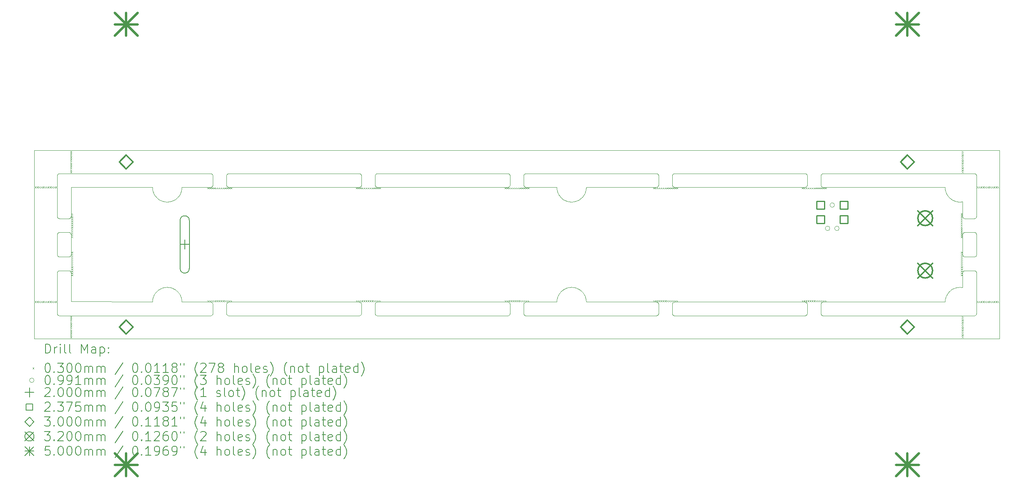
<source format=gbr>
%TF.GenerationSoftware,KiCad,Pcbnew,7.0.2-0*%
%TF.CreationDate,2023-05-18T01:22:23+02:00*%
%TF.ProjectId,panel,70616e65-6c2e-46b6-9963-61645f706362,2.2.0*%
%TF.SameCoordinates,PX2918ffdPY6cadc66*%
%TF.FileFunction,Drillmap*%
%TF.FilePolarity,Positive*%
%FSLAX45Y45*%
G04 Gerber Fmt 4.5, Leading zero omitted, Abs format (unit mm)*
G04 Created by KiCad (PCBNEW 7.0.2-0) date 2023-05-18 01:22:23*
%MOMM*%
%LPD*%
G01*
G04 APERTURE LIST*
%ADD10C,0.100000*%
%ADD11C,0.200000*%
%ADD12C,0.030000*%
%ADD13C,0.099060*%
%ADD14C,0.237490*%
%ADD15C,0.300000*%
%ADD16C,0.320000*%
%ADD17C,0.500000*%
G04 APERTURE END LIST*
D10*
X2584610Y894492D02*
X2588905Y907276D01*
X3144313Y3104817D02*
X3135904Y3094273D01*
X20075536Y1112414D02*
X20088975Y1114880D01*
X7420547Y3566507D02*
X7421413Y3568751D01*
X4183949Y545597D02*
X4183890Y548013D01*
X751212Y2315507D02*
X752409Y2315448D01*
X20104992Y1117054D02*
X20107478Y1117318D01*
X20478942Y1475257D02*
X20480974Y1473971D01*
X20253223Y1782433D02*
X20250796Y1782493D01*
X10654064Y3333339D02*
X10654046Y3333394D01*
X13582098Y3332210D02*
X13581270Y3330059D01*
X796395Y2647497D02*
X795415Y2645192D01*
X799123Y1440758D02*
X799469Y1438435D01*
X17139299Y3308951D02*
X17139226Y3309005D01*
X10680919Y794414D02*
X10683358Y795439D01*
X10306266Y3299379D02*
X10304324Y3299208D01*
X2626324Y3117735D02*
X2624934Y3119775D01*
X7079668Y797353D02*
X7079756Y797331D01*
X7460765Y798373D02*
X7462699Y798621D01*
X3883165Y540811D02*
X3882754Y538441D01*
X799454Y2271766D02*
X799727Y2269129D01*
X10651476Y548013D02*
X10651479Y748089D01*
X20028956Y1099088D02*
X20041869Y1103555D01*
X11925393Y1015730D02*
X11934317Y1005618D01*
X16818868Y3549987D02*
X16818865Y3349911D01*
X11775473Y1107344D02*
X11777848Y1106676D01*
X4190861Y522810D02*
X4189676Y524902D01*
X770710Y1477630D02*
X770885Y1477549D01*
X20155910Y1118579D02*
X20169539Y1117609D01*
X21002739Y4098195D02*
X21002728Y4098243D01*
X508258Y3577223D02*
X509643Y3579189D01*
X20478948Y1789402D02*
X20476856Y1788216D01*
X20498052Y1454178D02*
X20499027Y1451979D01*
X11944313Y993183D02*
X11945803Y991215D01*
X17132889Y783388D02*
X17134598Y785097D01*
X10652418Y3559559D02*
X10652944Y3561905D01*
X11934317Y1005618D02*
X11935904Y1003727D01*
X7110329Y3323356D02*
X7109043Y3321324D01*
X11604527Y2990656D02*
X11602151Y2991324D01*
X12010044Y3298365D02*
X12010027Y3298318D01*
X16801541Y3311280D02*
X16801450Y3311201D01*
X0Y4098000D02*
X0Y0D01*
X3210064Y3298411D02*
X3210044Y3298365D01*
X13905079Y508643D02*
X13903183Y510123D01*
X10673253Y3590742D02*
X10675285Y3592028D01*
X3857262Y792969D02*
X3857338Y792928D01*
X20470266Y501865D02*
X20467982Y501110D01*
X11369223Y3298980D02*
X11369174Y3298989D01*
X13568981Y3586306D02*
X13570723Y3584648D01*
X3869713Y3314497D02*
X3868296Y3313079D01*
X16781774Y3597531D02*
X16784092Y3596890D01*
X4187581Y767674D02*
X4188713Y770257D01*
X3882718Y758508D02*
X3883160Y755927D01*
X787337Y1465296D02*
X788641Y1463760D01*
X19854785Y3153972D02*
X19853632Y3156263D01*
X21002757Y4098049D02*
X21002753Y4098098D01*
X21002739Y-195D02*
X21002747Y-147D01*
X19880682Y3111558D02*
X19879188Y3113643D01*
X1000Y-1000D02*
X21001758Y-1000D01*
X12010109Y3298500D02*
X12010085Y3298456D01*
X16804516Y513352D02*
X16802775Y511694D01*
X12010371Y3298797D02*
X12010332Y3298766D01*
X11435687Y3104817D02*
X11434197Y3106785D01*
X12010371Y799203D02*
X12010412Y799174D01*
X13568069Y3311599D02*
X13566370Y3310176D01*
X11409586Y953110D02*
X11416330Y964790D01*
X11571953Y3001600D02*
X11559526Y3006839D01*
X20463317Y499942D02*
X20460948Y499531D01*
X793710Y1808457D02*
X793617Y1808288D01*
X11369705Y3298733D02*
X11369667Y3298766D01*
X3195390Y3203508D02*
X3191095Y3190724D01*
X10348418Y531493D02*
X10347552Y529249D01*
X12003380Y3234390D02*
X12000379Y3221241D01*
X19853632Y3156263D02*
X19847655Y3168941D01*
X797256Y2649850D02*
X796395Y2647497D01*
X789617Y2295852D02*
X789661Y2295794D01*
X20243870Y1481433D02*
X20243959Y1481449D01*
X795415Y2645192D02*
X794313Y2642928D01*
X20482947Y1792073D02*
X20480980Y1790688D01*
X17136977Y510123D02*
X17135155Y511694D01*
X503730Y2285321D02*
X504705Y2287520D01*
X800030Y809752D02*
X800043Y809705D01*
X10703021Y3299000D02*
X10699940Y3299096D01*
X19826291Y861996D02*
X19826793Y864445D01*
X10331471Y508643D02*
X10329505Y507258D01*
X20456159Y2315508D02*
X20458557Y2315331D01*
X20499893Y3566508D02*
X20500648Y3564224D01*
X7112901Y769756D02*
X7113736Y767824D01*
X3199770Y879151D02*
X3200379Y876759D01*
X2601182Y936718D02*
X2602253Y938941D01*
X11369914Y799544D02*
X11369936Y799589D01*
X11731011Y2981667D02*
X11728562Y2981361D01*
X17122908Y3329954D02*
X17122038Y3332209D01*
X20460947Y1782961D02*
X20458560Y1782666D01*
X13885395Y3346493D02*
X13885332Y3347787D01*
X11888533Y3048069D02*
X11877782Y3039925D01*
X20026615Y1098211D02*
X20028956Y1099088D01*
X20499027Y2285319D02*
X20499893Y2283075D01*
X3195390Y894492D02*
X3196118Y892133D01*
X3871127Y3316033D02*
X3871078Y3315978D01*
X521778Y1473978D02*
X523809Y1475265D01*
X3881034Y764890D02*
X3881663Y762882D01*
X16786376Y501865D02*
X16784092Y501110D01*
X11991095Y3190724D02*
X11990251Y3188404D01*
X20235239Y1785434D02*
X20232429Y1786537D01*
X10346578Y3570950D02*
X10347552Y3568751D01*
X3839499Y3598764D02*
X3841886Y3598469D01*
X17154497Y3301306D02*
X17152202Y3302064D01*
X3855646Y503705D02*
X3853448Y502730D01*
X11424934Y3119775D02*
X11417617Y3131104D01*
X19955434Y1060378D02*
X19957482Y1061813D01*
X544197Y499236D02*
X541810Y499531D01*
X20201682Y1112982D02*
X20201730Y1112979D01*
X11383882Y892133D02*
X11384610Y894492D01*
X20224516Y2623534D02*
X20224442Y2623580D01*
X2570017Y3298124D02*
X2570009Y3298174D01*
X7418281Y3341716D02*
X7417985Y3344115D01*
X7421085Y3331063D02*
X7420271Y3333339D01*
X17135155Y511694D02*
X17133414Y513352D01*
X7104796Y515094D02*
X7103137Y513352D01*
X12010777Y3298980D02*
X12010729Y3298969D01*
X11834875Y3013705D02*
X11822724Y3007854D01*
X3871003Y3582906D02*
X3872574Y3581085D01*
X799704Y1436098D02*
X799856Y1434110D01*
X16816004Y3566507D02*
X16816758Y3564223D01*
X13885477Y753104D02*
X13885720Y755375D01*
X4215604Y3302595D02*
X4213652Y3303411D01*
X10321309Y3303312D02*
X10318896Y3302330D01*
X3883637Y545597D02*
X3883460Y543198D01*
X7113759Y3568751D02*
X7114625Y3566507D01*
X17149892Y795047D02*
X17152147Y795917D01*
X11648989Y2981667D02*
X11635653Y2983678D01*
X12010497Y799122D02*
X12010541Y799099D01*
X11985323Y922150D02*
X11990251Y909596D01*
X20202018Y1113014D02*
X20202064Y1113027D01*
X10652418Y538441D02*
X10652006Y540811D01*
X7422010Y3328829D02*
X7421085Y3331063D01*
X16788620Y502730D02*
X16786376Y501865D01*
X514352Y2301218D02*
X516094Y2302877D01*
X10351215Y3347274D02*
X10351050Y3344661D01*
X20205430Y2284471D02*
X20206310Y2286494D01*
X21002465Y4098707D02*
X21002430Y4098741D01*
X17121172Y533777D02*
X17120530Y536095D01*
X7112667Y3327746D02*
X7112602Y3327608D01*
X2569873Y799476D02*
X2569898Y799518D01*
X11373421Y3252531D02*
X11371744Y3265913D01*
X20209673Y1457952D02*
X20210966Y1459996D01*
X21002758Y4098000D02*
X21002757Y4098049D01*
X3844255Y499942D02*
X3841886Y499531D01*
X13887379Y533777D02*
X13886737Y536095D01*
X21002700Y-337D02*
X21002715Y-290D01*
X7069168Y798885D02*
X7070530Y798792D01*
X7089439Y503705D02*
X7087241Y502730D01*
X3209990Y799826D02*
X3210000Y799777D01*
X20463314Y2314626D02*
X20465661Y2314099D01*
X762389Y2313919D02*
X764828Y2313215D01*
X20202566Y1113391D02*
X20202593Y1113431D01*
X16818868Y548013D02*
X16818809Y545597D01*
X800757Y3298970D02*
X800710Y3298957D01*
X20495784Y1458419D02*
X20496970Y1456327D01*
X10686252Y501110D02*
X10683968Y501865D01*
X11635653Y1114323D02*
X11648989Y1116333D01*
X7106074Y3317334D02*
X7104697Y3315728D01*
X142Y4098514D02*
X118Y4098471D01*
X10327473Y505972D02*
X10325381Y504786D01*
X19931904Y1042062D02*
X19942471Y1050725D01*
X20249541Y1482092D02*
X20252358Y1482174D01*
X10694071Y798268D02*
X10697068Y798620D01*
X502110Y1447460D02*
X502865Y1449744D01*
X16809159Y3319526D02*
X16807879Y3317855D01*
X17147112Y3594295D02*
X17149310Y3595270D01*
X3210541Y3298901D02*
X3210497Y3298878D01*
X21002589Y4098556D02*
X21002561Y4098596D01*
X797995Y1445757D02*
X798611Y1443328D01*
X7103385Y783680D02*
X7105287Y781598D01*
X21002354Y4098803D02*
X21002314Y4098831D01*
X20499893Y531493D02*
X20499028Y529249D01*
X20221894Y1792662D02*
X20221840Y1792703D01*
X534776Y501110D02*
X532492Y501865D01*
X7429448Y3316910D02*
X7428128Y3318549D01*
X20472507Y2311838D02*
X20474706Y2310863D01*
X13573310Y781090D02*
X13574630Y779451D01*
X16791292Y3304441D02*
X16789107Y3303407D01*
X4193028Y3320325D02*
X4191685Y3322335D01*
X794313Y1455072D02*
X795415Y1452808D01*
X20234504Y1478840D02*
X20236781Y1479655D01*
X293Y4098707D02*
X259Y4098672D01*
X11384610Y894492D02*
X11388905Y907276D01*
X19819913Y3298457D02*
X19819889Y3298501D01*
X10654878Y3331063D02*
X10654064Y3333339D01*
X7065800Y3299000D02*
X4235578Y3299000D01*
X17119129Y750726D02*
X17119295Y753339D01*
X11370022Y3298075D02*
X11370017Y3298124D01*
X13555313Y794589D02*
X13555396Y794552D01*
X20467972Y1480118D02*
X20470256Y1479363D01*
X800902Y3298995D02*
X800853Y3298989D01*
X530249Y502730D02*
X528050Y503705D01*
X10302270Y499000D02*
X7466695Y499000D01*
X7068477Y3599000D02*
X7070893Y3598941D01*
X800043Y3298290D02*
X800030Y3298243D01*
X16772272Y3598941D02*
X16774671Y3598764D01*
X13584950Y751474D02*
X13585012Y750213D01*
X10340635Y3318286D02*
X10339109Y3316426D01*
X519811Y3589357D02*
X521777Y3590742D01*
X17122908Y768046D02*
X17122941Y768126D01*
X12009990Y3298174D02*
X12009983Y3298124D01*
X7420242Y3333425D02*
X7420242Y3333425D01*
X21002700Y4098337D02*
X21002682Y4098383D01*
X767925Y2619197D02*
X765074Y2618197D01*
X800853Y3298989D02*
X800805Y3298981D01*
X20502522Y543197D02*
X20502227Y540810D01*
X7087836Y794541D02*
X7090380Y793324D01*
X20201602Y2265513D02*
X20201737Y2267628D01*
X11369628Y3298797D02*
X11369588Y3298826D01*
X793011Y2290780D02*
X793048Y2290717D01*
X16817926Y538441D02*
X16817400Y536095D01*
X11401182Y3161282D02*
X11395635Y3173576D01*
X3873058Y3318357D02*
X3871127Y3316033D01*
X532493Y2618628D02*
X530249Y2619494D01*
X541810Y499531D02*
X539441Y499942D01*
X11515365Y3030887D02*
X11504222Y3038484D01*
X13545487Y3300212D02*
X13541896Y3299589D01*
X7457862Y3300117D02*
X7455504Y3300647D01*
X20458549Y1481990D02*
X20460937Y1481696D01*
X7417686Y3350215D02*
X7417683Y3549987D01*
X11376130Y3236809D02*
X11373788Y3250091D01*
X2569174Y3298989D02*
X2569124Y3298995D01*
X20202664Y1113558D02*
X20202683Y1113602D01*
X20241158Y2314375D02*
X20241273Y2314400D01*
X10316260Y796569D02*
X10318913Y795656D01*
X13544895Y797883D02*
X13547254Y797353D01*
X7436025Y787580D02*
X7437797Y788958D01*
X530251Y1786162D02*
X528052Y1787137D01*
X259Y-672D02*
X293Y-707D01*
X20224891Y2307742D02*
X20226780Y2308880D01*
X19819835Y3298584D02*
X19819805Y3298624D01*
X10314188Y500469D02*
X10311842Y499942D01*
X227Y4098634D02*
X197Y4098596D01*
X20500648Y1817206D02*
X20499893Y1814923D01*
X3177747Y938941D02*
X3178818Y936718D01*
X1Y4098049D02*
X0Y4098000D01*
X7109231Y520778D02*
X7107846Y518811D01*
X3163670Y964790D02*
X3170414Y953110D01*
X16818831Y3348090D02*
X16818801Y3347274D01*
X3203869Y861191D02*
X3206211Y847909D01*
X10351279Y3349911D02*
X10351245Y3348090D01*
X791092Y2637522D02*
X791050Y2637462D01*
X805Y-981D02*
X853Y-989D01*
X2584610Y3203508D02*
X2583882Y3205867D01*
X11667319Y2979833D02*
X11664858Y2980018D01*
X19819739Y3298699D02*
X19819704Y3298733D01*
X799856Y2267444D02*
X799964Y2265565D01*
X500000Y2266558D02*
X500000Y2266558D01*
X20202811Y2653486D02*
X20202797Y2653542D01*
X2990736Y1102701D02*
X2993076Y1101915D01*
X17126873Y775689D02*
X17128216Y777699D01*
X3210876Y799005D02*
X3210925Y799001D01*
X16790818Y503705D02*
X16788620Y502730D01*
X500236Y1438039D02*
X500531Y1440426D01*
X19978154Y3022982D02*
X19975946Y3024288D01*
X10651539Y3347787D02*
X10651479Y3350215D01*
X16772272Y499059D02*
X16769856Y499000D01*
X2580230Y3218849D02*
X2579621Y3221241D01*
X16815138Y3568751D02*
X16816004Y3566507D01*
X3210027Y799682D02*
X3210044Y799635D01*
X16792379Y792998D02*
X16792485Y792941D01*
X10331471Y3589357D02*
X10333367Y3587877D01*
X20502699Y1829026D02*
X20502522Y1826627D01*
X3100794Y1039723D02*
X3102644Y1038090D01*
X17141275Y3307559D02*
X17139299Y3308951D01*
X10651525Y750253D02*
X10651673Y752666D01*
X800663Y3298942D02*
X800617Y3298924D01*
X7111984Y771650D02*
X7112901Y769756D01*
X11589264Y1102701D02*
X11602151Y1106676D01*
X10342094Y777746D02*
X10342144Y777675D01*
X3883232Y3342932D02*
X3883141Y3342258D01*
X20205553Y1814371D02*
X20204551Y1817219D01*
X12010332Y3298766D02*
X12010295Y3298733D01*
X7419559Y762321D02*
X7420261Y764634D01*
X3210633Y799060D02*
X3210681Y799044D01*
X20185717Y2982314D02*
X20183177Y2981957D01*
X21002048Y-957D02*
X21002095Y-941D01*
X16814280Y769756D02*
X16815116Y767824D01*
X10681724Y3595270D02*
X10683968Y3596135D01*
X7070893Y499059D02*
X7068477Y499000D01*
X12010925Y3298999D02*
X12010876Y3298995D01*
X21002392Y-773D02*
X21002430Y-741D01*
X3883141Y3342258D02*
X3882829Y3340268D01*
X13899096Y783388D02*
X13900805Y785097D01*
X20480979Y2307310D02*
X20482945Y2305925D01*
X2745125Y1084295D02*
X2757276Y1090146D01*
X796872Y1815444D02*
X795942Y1813065D01*
X13894708Y778116D02*
X13896054Y779898D01*
X800441Y809165D02*
X800483Y809139D01*
X20201933Y2269928D02*
X20202282Y2272928D01*
X4230848Y798792D02*
X4232211Y798885D01*
X19830497Y880178D02*
X19834245Y893318D01*
X20210966Y1459996D02*
X20212358Y1461975D01*
X3882227Y3561905D02*
X3882754Y3559559D01*
X20202199Y1113082D02*
X20202242Y1113104D01*
X13891176Y772428D02*
X13892266Y774377D01*
X790848Y2294166D02*
X791961Y2292499D01*
X11408406Y3147057D02*
X11402253Y3159059D01*
X511123Y2297655D02*
X512694Y2299476D01*
X800075Y809613D02*
X800095Y809568D01*
X13554827Y3595270D02*
X13557025Y3594295D01*
X17138642Y788557D02*
X17140916Y790201D01*
X13903183Y3587877D02*
X13905079Y3589357D01*
X13557025Y3594295D02*
X13559174Y3593214D01*
X525902Y1476451D02*
X528050Y1477532D01*
X13885339Y750811D02*
X13885477Y753104D01*
X13925025Y3300202D02*
X13922295Y3300850D01*
X3883165Y3557189D02*
X3883460Y3554802D01*
X2833223Y1113894D02*
X2835653Y1114323D01*
X2569367Y3298940D02*
X2569319Y3298956D01*
X16800561Y787545D02*
X16800628Y787490D01*
X7079756Y797331D02*
X7081796Y796773D01*
X3210412Y799174D02*
X3210454Y799147D01*
X20205475Y1449058D02*
X20205495Y1449113D01*
X20495786Y2291759D02*
X20496971Y2289666D01*
X757445Y2616393D02*
X754940Y2616075D01*
X12010000Y799777D02*
X12010013Y799729D01*
X11370024Y799975D02*
X11370367Y813717D01*
X10662889Y3317337D02*
X10662813Y3317430D01*
X20200509Y2984363D02*
X20200473Y2984397D01*
X2880789Y2979161D02*
X2867319Y2979833D01*
X20059792Y1108759D02*
X20073089Y1111901D01*
X17121263Y3334560D02*
X17120618Y3336890D01*
X20103048Y2981172D02*
X20100501Y2981478D01*
X549013Y2615764D02*
X546596Y2615823D01*
X4226451Y3299704D02*
X4224070Y3300117D01*
X20234897Y2312609D02*
X20236954Y2313289D01*
X502110Y2280794D02*
X502865Y2283078D01*
X19948405Y3042735D02*
X19937366Y3051372D01*
X4197717Y783388D02*
X4199426Y785097D01*
X13560101Y3305838D02*
X13557994Y3304678D01*
X20121098Y1118416D02*
X20123594Y1118554D01*
X11837071Y1083169D02*
X11848916Y1076719D01*
X13885269Y3549987D02*
X13885328Y3552404D01*
X2771953Y3001600D02*
X2759526Y3006839D01*
X10697068Y798620D02*
X10699367Y798818D01*
X16818805Y750213D02*
X16818865Y747785D01*
X500000Y3549988D02*
X500059Y3552404D01*
X502865Y531493D02*
X502110Y533776D01*
X20502227Y3557190D02*
X20502522Y3554803D01*
X500531Y1824243D02*
X500236Y1826630D01*
X789874Y1462180D02*
X791047Y1460543D01*
X11369588Y799174D02*
X11369628Y799203D01*
X3020474Y3006839D02*
X3008047Y3001600D01*
X7093262Y3306283D02*
X7093076Y3306171D01*
X7431136Y783006D02*
X7432695Y784605D01*
X5Y4098098D02*
X1Y4098049D01*
X3877985Y3326027D02*
X3877021Y3324259D01*
X3208256Y832087D02*
X3208502Y829631D01*
X13886737Y3561905D02*
X13887379Y3564223D01*
X10349172Y3564223D02*
X10349814Y3561905D01*
X12010295Y799267D02*
X12010332Y799234D01*
X20205108Y2646558D02*
X20204237Y2648811D01*
X514352Y513352D02*
X512694Y515094D01*
X10344311Y522810D02*
X10343024Y520778D01*
X486Y4098858D02*
X444Y4098831D01*
X20007579Y3007718D02*
X20005249Y3008789D01*
X10351050Y3344661D02*
X10350746Y3342073D01*
X13550299Y3596890D02*
X13552583Y3596135D01*
X10670736Y788265D02*
X10673174Y790050D01*
X20501816Y2276127D02*
X20502227Y2273757D01*
X532492Y3596135D02*
X534776Y3596890D01*
X12010085Y3298456D02*
X12010064Y3298411D01*
X11465702Y3070806D02*
X11456285Y3080461D01*
X4183949Y3552404D02*
X4184126Y3554802D01*
X13553361Y795405D02*
X13555313Y794589D01*
X7435945Y3310492D02*
X7434115Y3312071D01*
X20460948Y3598469D02*
X20463317Y3598058D01*
X10653228Y761732D02*
X10653781Y763669D01*
X517915Y3587877D02*
X519811Y3589357D01*
X20476854Y2309782D02*
X20478947Y2308597D01*
X2759526Y3006839D02*
X2757276Y3007854D01*
X7073292Y499236D02*
X7070893Y499059D01*
X3838648Y798633D02*
X3839011Y798593D01*
X13571249Y3314652D02*
X13569693Y3313090D01*
X20203045Y1439108D02*
X20203122Y1439628D01*
X16816646Y3334448D02*
X16815892Y3332165D01*
X765174Y1784895D02*
X765009Y1784843D01*
X20200179Y2984579D02*
X20200133Y2984596D01*
X20484843Y3587877D02*
X20486664Y3586306D01*
X11369588Y3298826D02*
X11369546Y3298853D01*
X4184341Y755375D02*
X4184690Y757633D01*
X10330128Y789713D02*
X10331830Y788458D01*
X4188791Y770421D02*
X4189797Y772428D01*
X799321Y1825346D02*
X798904Y1822826D01*
X532492Y501865D02*
X530249Y502730D01*
X20493115Y3579189D02*
X20494500Y3577223D01*
X10658044Y3324380D02*
X10658000Y3324459D01*
X7421413Y3568751D02*
X7422387Y3570950D01*
X17119099Y3348090D02*
X17119065Y3349911D01*
X11731011Y1116333D02*
X11744347Y1114323D01*
X11617597Y1110672D02*
X11620003Y1111222D01*
X16800953Y510123D02*
X16799057Y508643D01*
X784035Y1468713D02*
X785655Y1467120D01*
X13894457Y3320254D02*
X13894407Y3320325D01*
X2594677Y922150D02*
X2595635Y924424D01*
X13557025Y503705D02*
X13554827Y502730D01*
X3859887Y505972D02*
X3857795Y504786D01*
X3210193Y3298623D02*
X3210163Y3298584D01*
X13885783Y3342292D02*
X13885544Y3344383D01*
X19999254Y1086357D02*
X20011650Y1092104D01*
X10304686Y3598941D02*
X10307085Y3598764D01*
X7422034Y3328776D02*
X7422010Y3328829D01*
X10348694Y764661D02*
X10348712Y764606D01*
X20486663Y2302875D02*
X20488405Y2301216D01*
X11542928Y1083169D02*
X11545125Y1084295D01*
X800569Y809092D02*
X800613Y809072D01*
X3882206Y760849D02*
X3882663Y758784D01*
X530249Y2619494D02*
X528050Y2620468D01*
X13564515Y789289D02*
X13566745Y787564D01*
X13927079Y499531D02*
X13924709Y499942D01*
X16769856Y499000D02*
X13934281Y499000D01*
X7114492Y765849D02*
X7114522Y765763D01*
X10668361Y786289D02*
X10668412Y786334D01*
X16818338Y3557189D02*
X16818632Y3554802D01*
X13566370Y3310176D02*
X13566056Y3309924D01*
X13562201Y790877D02*
X13564515Y789289D01*
X10679526Y3594295D02*
X10681724Y3595270D01*
X10339109Y3316426D02*
X10337494Y3314644D01*
X21002095Y-941D02*
X21002141Y-924D01*
X4189797Y772428D02*
X4190887Y774377D01*
X11712681Y2979833D02*
X11699211Y2979161D01*
X10316506Y3596890D02*
X10318790Y3596135D01*
X20474700Y2620476D02*
X20472501Y2619502D01*
X751212Y2615826D02*
X748785Y2615767D01*
X11369667Y3298766D02*
X11369628Y3298797D01*
X7083800Y796132D02*
X7085775Y795405D01*
X765009Y1784843D02*
X762102Y1784019D01*
X12010193Y799377D02*
X12010225Y799338D01*
X12010064Y799589D02*
X12010085Y799544D01*
X800118Y3298471D02*
X800096Y3298428D01*
X546596Y499059D02*
X544197Y499236D01*
X11746777Y1113894D02*
X11759997Y1111222D01*
X4218666Y501110D02*
X4216382Y501865D01*
X4221623Y3300669D02*
X4219583Y3301227D01*
X11574251Y3000698D02*
X11571953Y3001600D01*
X13887153Y762349D02*
X13887983Y765044D01*
X20200037Y2984623D02*
X20199989Y2984634D01*
X20228771Y2621129D02*
X20228719Y2621155D01*
X21001953Y-981D02*
X21002001Y-970D01*
X20188064Y1115345D02*
X20201585Y1112994D01*
X20478949Y505972D02*
X20476856Y504786D01*
X13554827Y502730D02*
X13552583Y501865D01*
X13583444Y3336617D02*
X13582823Y3334398D01*
X17140839Y3590742D02*
X17142871Y3592028D01*
X2728947Y3022516D02*
X2717439Y3029548D01*
X19918087Y1029516D02*
X19919895Y1031243D01*
X13890092Y770257D02*
X13890170Y770421D01*
X4226972Y798373D02*
X4228906Y798621D01*
X3209978Y3298075D02*
X3209976Y3298025D01*
X2786924Y1101915D02*
X2789264Y1102701D01*
X3210925Y799001D02*
X3210975Y799000D01*
X20200085Y2984611D02*
X20200037Y2984623D01*
X19984922Y1078883D02*
X19997012Y1085248D01*
X20490060Y1466135D02*
X20491632Y1464314D01*
X7079780Y3300662D02*
X7077434Y3300136D01*
X4190442Y3324409D02*
X4190398Y3324488D01*
X7091588Y504786D02*
X7089439Y503705D01*
X7419498Y762100D02*
X7419559Y762321D01*
X17121926Y531493D02*
X17121172Y533777D01*
X17142871Y505972D02*
X17140839Y507258D01*
X13897480Y781616D02*
X13898990Y783277D01*
X17154497Y796694D02*
X17156827Y797339D01*
X13533386Y3299000D02*
X12010975Y3299000D01*
X10304686Y499059D02*
X10302270Y499000D01*
X13892240Y3575190D02*
X13893527Y3577222D01*
X2569987Y3298271D02*
X2569973Y3298318D01*
X4206152Y3307527D02*
X4206079Y3307576D01*
X19869936Y3127401D02*
X19862680Y3139393D01*
X11545125Y1084295D02*
X11557276Y1090146D01*
X10335189Y511694D02*
X10333367Y510123D01*
X549013Y2315570D02*
X748785Y2315567D01*
X537097Y1783901D02*
X534779Y1784542D01*
X20209717Y2637950D02*
X20208423Y2639990D01*
X13907046Y507258D02*
X13905079Y508643D01*
X3206211Y847909D02*
X3206579Y845469D01*
X19819627Y3298797D02*
X19819587Y3298826D01*
X21002272Y4098858D02*
X21002229Y4098882D01*
X2616330Y3133210D02*
X2609586Y3144890D01*
X10313930Y3300757D02*
X10311392Y3300170D01*
X20472501Y2619502D02*
X20470256Y2618637D01*
X7440557Y3307123D02*
X7438243Y3308711D01*
X13887838Y3333394D02*
X13887137Y3335707D01*
X539441Y2616705D02*
X537095Y2617232D01*
X20200777Y2983896D02*
X20200764Y2983944D01*
X20201585Y1112994D02*
X20201633Y1112987D01*
X16806723Y781532D02*
X16808257Y779664D01*
X20472509Y1786160D02*
X20470265Y1785295D01*
X16789107Y3303407D02*
X16786885Y3302487D01*
X20491635Y1800345D02*
X20490064Y1798524D01*
X21002616Y-514D02*
X21002640Y-471D01*
X11416330Y964790D02*
X11417617Y966896D01*
X19819503Y799122D02*
X19819546Y799147D01*
X16769856Y3599000D02*
X16772272Y3598941D01*
X16818865Y747785D02*
X16818868Y548013D01*
X3872574Y3581085D02*
X3874053Y3579189D01*
X11667319Y1118167D02*
X11680789Y1118839D01*
X2569936Y3298411D02*
X2569914Y3298456D01*
X17131755Y3582906D02*
X17133414Y3584648D01*
X4184910Y3339277D02*
X4184497Y3341658D01*
X710Y-957D02*
X757Y-970D01*
X16792485Y792941D02*
X16794588Y791750D01*
X20202282Y2272928D02*
X20202814Y2275902D01*
X11790736Y1102701D02*
X11793076Y1101915D01*
X3184365Y3173576D02*
X3178818Y3161282D01*
X11376619Y863610D02*
X11379620Y876759D01*
X20204718Y1446761D02*
X20205475Y1449058D01*
X20218958Y1469265D02*
X20220789Y1470846D01*
X20500648Y3564224D02*
X20501289Y3561906D01*
X4228087Y499236D02*
X4225700Y499531D01*
X10678889Y3304523D02*
X10676757Y3305662D01*
X17119295Y3344661D02*
X17119129Y3347274D01*
X7116547Y3559559D02*
X7116958Y3557189D01*
X20038426Y2995581D02*
X20035997Y2996405D01*
X11900794Y3058277D02*
X11890462Y3049607D01*
X10685849Y796330D02*
X10688384Y797086D01*
X5Y-98D02*
X11Y-147D01*
X549012Y3599000D02*
X3834684Y3599000D01*
X16810371Y3321259D02*
X16809159Y3319526D01*
X2570001Y799788D02*
X2570010Y799836D01*
X7428128Y3318549D02*
X7426873Y3320251D01*
X528050Y2310865D02*
X530249Y2311840D01*
X759930Y2616840D02*
X757445Y2616393D01*
X10351156Y751507D02*
X10351219Y750213D01*
X4183960Y750811D02*
X4184098Y753104D01*
X10661119Y3579189D02*
X10662598Y3581085D01*
X2569914Y3298456D02*
X2569891Y3298500D01*
X521779Y1790690D02*
X519813Y1792075D01*
X7103260Y3314191D02*
X7101758Y3312717D01*
X16818261Y756342D02*
X16818270Y756284D01*
X20476856Y504786D02*
X20474708Y503705D01*
X800000Y1430351D02*
X800000Y809994D01*
X20230714Y2310902D02*
X20230874Y2310976D01*
X3209633Y813717D02*
X3209976Y799975D01*
X529Y-882D02*
X573Y-904D01*
X7106367Y3581085D02*
X7107846Y3579189D01*
X511123Y516915D02*
X509643Y518811D01*
X10304324Y798792D02*
X10306266Y798621D01*
X10302270Y3599000D02*
X10304686Y3598941D01*
X3848233Y796702D02*
X3848288Y796685D01*
X13885799Y540811D02*
X13885505Y543198D01*
X19829872Y877757D02*
X19830497Y880178D01*
X11586924Y1101915D02*
X11589264Y1102701D01*
X20252447Y2315552D02*
X20453742Y2315567D01*
X10653586Y533777D02*
X10652944Y536095D01*
X4228087Y3598764D02*
X4230486Y3598941D01*
X501469Y1819527D02*
X500942Y1821873D01*
X17156156Y3597531D02*
X17158502Y3598058D01*
X3881586Y3564223D02*
X3882227Y3561905D01*
X11467469Y1028917D02*
X11477356Y1038090D01*
X3834684Y3599000D02*
X3837100Y3598941D01*
X2569528Y799142D02*
X2569570Y799167D01*
X4213514Y794541D02*
X4215736Y795461D01*
X11444096Y1003727D02*
X11445682Y1005618D01*
X20207367Y1453635D02*
X20208453Y1455796D01*
X13903576Y3310455D02*
X13903531Y3310492D01*
X796395Y1450503D02*
X797256Y1448150D01*
X20480981Y3590742D02*
X20482947Y3589357D01*
X7448429Y795011D02*
X7448597Y795081D01*
X2579621Y3221241D02*
X2576619Y3234390D01*
X13566056Y3309924D02*
X13564132Y3308460D01*
X799964Y1432232D02*
X800000Y1430351D01*
X2833223Y2984106D02*
X2820003Y2986778D01*
X11805749Y3000698D02*
X11793076Y2996085D01*
X20067862Y2987269D02*
X20054280Y2990727D01*
X16786376Y3596135D02*
X16788620Y3595270D01*
X7439946Y790478D02*
X7441978Y791765D01*
X21002662Y-427D02*
X21002682Y-383D01*
X4185144Y759873D02*
X4185705Y762100D01*
X2931011Y1116333D02*
X2944347Y1114323D01*
X7432034Y3584648D02*
X7433776Y3586306D01*
X4205667Y3590742D02*
X4207699Y3592028D01*
X20476856Y1788216D02*
X20474708Y1787135D01*
X11848916Y1076719D02*
X11851053Y1075485D01*
X20208453Y1455796D02*
X20209644Y1457902D01*
X10673174Y790050D02*
X10673235Y790092D01*
X11664858Y1117982D02*
X11667319Y1118167D01*
X19889139Y3100381D02*
X19880682Y3111558D01*
X16779594Y3300306D02*
X16777133Y3299819D01*
X573Y4098904D02*
X529Y4098882D01*
X13572382Y515094D02*
X13570723Y513352D01*
X96Y4098428D02*
X76Y4098383D01*
X544198Y1482000D02*
X546596Y1482177D01*
X20204075Y1444429D02*
X20204718Y1446761D01*
X512694Y2631857D02*
X511123Y2633678D01*
X13584674Y3343416D02*
X13584371Y3341131D01*
X7418624Y3559559D02*
X7419151Y3561905D01*
X20496970Y2641674D02*
X20495784Y2639581D01*
X20243831Y2616365D02*
X20241451Y2616778D01*
X11851053Y1075485D02*
X11862561Y1068452D01*
X2569116Y799010D02*
X2569164Y799015D01*
X530249Y1478506D02*
X532493Y1479372D01*
X4213652Y3303411D02*
X4213543Y3303459D01*
X7082713Y501110D02*
X7080395Y500469D01*
X13928351Y3299627D02*
X13927801Y3299708D01*
X13885544Y3344383D02*
X13885395Y3346493D01*
X7092839Y791972D02*
X7095227Y790473D01*
X21002616Y4098514D02*
X21002589Y4098556D01*
X10349814Y536095D02*
X10349172Y533777D01*
X3879966Y529249D02*
X3878991Y527051D01*
X800945Y808996D02*
X800994Y808994D01*
X3853448Y502730D02*
X3851204Y501865D01*
X504705Y1454187D02*
X505786Y1456335D01*
X7447362Y3303448D02*
X7445177Y3304481D01*
X20199940Y2984641D02*
X20199891Y2984647D01*
X19820017Y799875D02*
X19820022Y799925D01*
X21002753Y4098098D02*
X21002747Y4098147D01*
X10333367Y510123D02*
X10331471Y508643D01*
X541810Y3598469D02*
X544197Y3598764D01*
X19819666Y3298766D02*
X19819627Y3298797D01*
X500942Y2276129D02*
X501469Y2278476D01*
X17120004Y538441D02*
X17119592Y540811D01*
X505786Y2289668D02*
X506972Y2291761D01*
X20501289Y2278473D02*
X20501816Y2276127D01*
X17160872Y3598469D02*
X17163259Y3598764D01*
X17165658Y499059D02*
X17163259Y499236D01*
X506972Y1458428D02*
X508258Y1460459D01*
X10336662Y784201D02*
X10338598Y782151D01*
X11586924Y2996085D02*
X11574251Y3000698D01*
X21002715Y-290D02*
X21002728Y-243D01*
X20476856Y3593214D02*
X20478949Y3592028D01*
X7433776Y3586306D02*
X7435597Y3587877D01*
X3864410Y788327D02*
X3864502Y788255D01*
X10652318Y3340213D02*
X10651990Y3342292D01*
X4202130Y3310510D02*
X4200002Y3312361D01*
X7085775Y795405D02*
X7087727Y794589D01*
X20201875Y1112986D02*
X20201923Y1112993D01*
X11914298Y3070806D02*
X11912531Y3069083D01*
X7443584Y3593214D02*
X7445733Y3594295D01*
X19895968Y1005956D02*
X19897592Y1007857D01*
X4224070Y3300117D02*
X4221711Y3300647D01*
X7101377Y785639D02*
X7103385Y783680D01*
X13547289Y3300628D02*
X13545522Y3300220D01*
X2617617Y3131104D02*
X2616330Y3133210D01*
X20202064Y1113027D02*
X20202110Y1113043D01*
X12006579Y845469D02*
X12008256Y832087D01*
X792080Y1805687D02*
X790386Y1803185D01*
X3836274Y798839D02*
X3838648Y798633D01*
X19820377Y813909D02*
X19820503Y816407D01*
X20458557Y2315331D02*
X20460944Y2315037D01*
X13934281Y499000D02*
X13934281Y499000D01*
X4220240Y796964D02*
X4222276Y797494D01*
X20472501Y1478498D02*
X20474700Y1477524D01*
X800005Y3298098D02*
X800001Y3298049D01*
X20136129Y2979054D02*
X20133564Y2979096D01*
X517915Y1471114D02*
X519811Y1472594D01*
X3878324Y771383D02*
X3879358Y769197D01*
X10321523Y794588D02*
X10321603Y794552D01*
X2570022Y3298075D02*
X2570017Y3298124D01*
X7117452Y3348090D02*
X7117419Y3347189D01*
X10664017Y781936D02*
X10664090Y782018D01*
X7425478Y3322335D02*
X7424235Y3324409D01*
X3872574Y516915D02*
X3871003Y515094D01*
X13921619Y796964D02*
X13923655Y797494D01*
X4184497Y3341658D02*
X4184488Y3341716D01*
X20216475Y2301023D02*
X20217927Y2302407D01*
X13887084Y762100D02*
X13887153Y762349D01*
X13584133Y538441D02*
X13583606Y536095D01*
X21002682Y4098383D02*
X21002662Y4098428D01*
X12009983Y3298124D02*
X12009978Y3298075D01*
X523809Y2308599D02*
X525902Y2309784D01*
X11369806Y799377D02*
X11369836Y799416D01*
X21002095Y4098942D02*
X21002048Y4098957D01*
X16784092Y3596890D02*
X16786376Y3596135D01*
X511123Y2633678D02*
X509643Y2635574D01*
X20200355Y2984487D02*
X20200313Y2984513D01*
X2915142Y2980018D02*
X2912681Y2979833D01*
X13920045Y3596890D02*
X13922363Y3597531D01*
X17147630Y794042D02*
X17147682Y794067D01*
X11683257Y2979099D02*
X11680789Y2979161D01*
X20202401Y1113214D02*
X20202437Y1113246D01*
X3005749Y1097302D02*
X3008047Y1096400D01*
X7074928Y798296D02*
X7077309Y797883D01*
X17127320Y520778D02*
X17126033Y522810D01*
X3210135Y3298543D02*
X3210109Y3298500D01*
X4211340Y793513D02*
X4213514Y794541D01*
X13575432Y518811D02*
X13573953Y516915D01*
X20202324Y1113155D02*
X20202363Y1113184D01*
X2571498Y3268369D02*
X2570490Y3281818D01*
X20502522Y3554803D02*
X20502699Y3552404D01*
X2679206Y1039723D02*
X2689538Y1048393D01*
X800001Y809945D02*
X800005Y809897D01*
X7099574Y510123D02*
X7097678Y508643D01*
X7075679Y499531D02*
X7073292Y499236D01*
X534776Y3596890D02*
X537094Y3597531D01*
X20202746Y1113835D02*
X20202752Y1113883D01*
X20470265Y1785295D02*
X20467981Y1784540D01*
X7115379Y533777D02*
X7114625Y531493D01*
X4216382Y501865D02*
X4214138Y502730D01*
X3866683Y3311598D02*
X3864698Y3309934D01*
X7107658Y3319358D02*
X7106171Y3317453D01*
X2848989Y2981667D02*
X2835653Y2983678D01*
X791089Y1460482D02*
X792721Y1457939D01*
X10656180Y3570950D02*
X10657262Y3573098D01*
X10350304Y3339492D02*
X10350250Y3339220D01*
X13896146Y3317996D02*
X13894457Y3320254D01*
X10346921Y3328744D02*
X10345893Y3326570D01*
X3874698Y777479D02*
X3875867Y775716D01*
X7072473Y3299379D02*
X7070530Y3299208D01*
X10690916Y3598058D02*
X10693286Y3598469D01*
X805Y4098981D02*
X757Y4098970D01*
X20200544Y2984328D02*
X20200509Y2984363D01*
X13583606Y536095D02*
X13582965Y533777D01*
X13917235Y3302499D02*
X13915001Y3303424D01*
X4209219Y792379D02*
X4211340Y793513D01*
X3208256Y3265913D02*
X3206579Y3252531D01*
X11834875Y1084295D02*
X11837071Y1083169D01*
X20486664Y3586306D02*
X20488406Y3584648D01*
X19821537Y830031D02*
X19821789Y832519D01*
X13572382Y3582906D02*
X13573953Y3581085D01*
X17121263Y763440D02*
X17121280Y763495D01*
X2702218Y3039925D02*
X2691467Y3048069D01*
X13889973Y527051D02*
X13888999Y529249D01*
X766987Y2312488D02*
X768857Y2311766D01*
X20499893Y2283075D02*
X20500648Y2280791D01*
X500531Y2657574D02*
X500236Y2659961D01*
X2570490Y816182D02*
X2571498Y829631D01*
X502865Y3566508D02*
X503730Y3568751D01*
X2569570Y799167D02*
X2569610Y799194D01*
X21002141Y4098924D02*
X21002095Y4098942D01*
X20221840Y1792703D02*
X20219493Y1794603D01*
X16777058Y499531D02*
X16774671Y499236D01*
X7111703Y3573098D02*
X7112784Y3570950D01*
X7069168Y3299115D02*
X7065800Y3299000D01*
X11477356Y3059910D02*
X11467469Y3069083D01*
X11912531Y3069083D02*
X11902644Y3059910D01*
X500236Y1826630D02*
X500059Y1829029D01*
X7426909Y777799D02*
X7428243Y779605D01*
X3210826Y799011D02*
X3210876Y799005D01*
X7452459Y501110D02*
X7450175Y501865D01*
X2880789Y1118839D02*
X2883257Y1118901D01*
X16814164Y527051D02*
X16813082Y524902D01*
X2802151Y2991324D02*
X2789264Y2995299D01*
X16816659Y763468D02*
X16817304Y761138D01*
X11369865Y799457D02*
X11369891Y799500D01*
X17119062Y548013D02*
X17119065Y748089D01*
X20205495Y1449113D02*
X20206363Y1451370D01*
X500942Y2655204D02*
X500531Y2657574D01*
X19876337Y980286D02*
X19877762Y982341D01*
X17122038Y765791D02*
X17122908Y768046D01*
X7451372Y3301868D02*
X7449397Y3302595D01*
X11369774Y3298662D02*
X11369740Y3298698D01*
X787206Y1465445D02*
X787337Y1465296D01*
X3883647Y3347747D02*
X3883499Y3345334D01*
X21002048Y4098957D02*
X21002001Y4098970D01*
X3210454Y3298853D02*
X3210412Y3298826D01*
X7117489Y3549987D02*
X7117486Y3349911D01*
X777359Y1790702D02*
X775448Y1789505D01*
X13580748Y769171D02*
X13581673Y766937D01*
X13891055Y3573098D02*
X13892240Y3575190D01*
X11369955Y3298365D02*
X11369936Y3298411D01*
X17129638Y3318383D02*
X17127968Y3320655D01*
X16815138Y529249D02*
X16814164Y527051D01*
X19819075Y799001D02*
X19819124Y799005D01*
X13886737Y536095D02*
X13886210Y538441D01*
X534779Y1784542D02*
X532495Y1785297D01*
X20202472Y1113280D02*
X20202505Y1113315D01*
X7115939Y761082D02*
X7116469Y758723D01*
X17143367Y3306236D02*
X17143317Y3306266D01*
X20217267Y1796644D02*
X20217218Y1796692D01*
X7439460Y507258D02*
X7437493Y508643D01*
X20202630Y1435227D02*
X20202799Y1437172D01*
X19982740Y1077662D02*
X19984922Y1078883D01*
X17119298Y3554802D02*
X17119592Y3557189D01*
X13582965Y3564223D02*
X13583606Y3561905D01*
X3209983Y3298124D02*
X3209978Y3298075D01*
X20206756Y1811527D02*
X20206727Y1811589D01*
X2731084Y3021281D02*
X2728947Y3022516D01*
X784035Y2629288D02*
X782344Y2627771D01*
X20215497Y1465805D02*
X20217164Y1467558D01*
X7116235Y3338127D02*
X7115674Y3335900D01*
X19830385Y3218256D02*
X19827146Y3231892D01*
X10308200Y798373D02*
X10308721Y798296D01*
X500059Y1829029D02*
X500000Y1831445D01*
X20057374Y1108122D02*
X20059792Y1108759D01*
X7454777Y3597531D02*
X7457123Y3598058D01*
X1Y-49D02*
X5Y-98D01*
X549016Y1782433D02*
X546599Y1782492D01*
X7100093Y3311221D02*
X7098462Y3309874D01*
X10311842Y3598058D02*
X10314188Y3597531D01*
X3835805Y3299182D02*
X3833691Y3299046D01*
X10336930Y513352D02*
X10335189Y511694D01*
X800142Y3298514D02*
X800118Y3298471D01*
X2899211Y1118839D02*
X2912681Y1118167D01*
X3878038Y3326129D02*
X3877985Y3326027D01*
X799964Y2665768D02*
X799856Y2663890D01*
X17127320Y3577222D02*
X17128705Y3579189D01*
X19827146Y3231892D02*
X19826618Y3234403D01*
X10309472Y3598469D02*
X10311842Y3598058D01*
X20086634Y2983513D02*
X20084107Y2983951D01*
X11489538Y1048393D02*
X11491467Y1049932D01*
X17166020Y798792D02*
X17167383Y798885D01*
X7098462Y3309874D02*
X7096784Y3308605D01*
X13551368Y3301838D02*
X13549063Y3301108D01*
X11369546Y3298853D02*
X11369503Y3298878D01*
X7087241Y3595270D02*
X7089439Y3594295D01*
X4199983Y3586306D02*
X4201805Y3587877D01*
X17131225Y781555D02*
X17132849Y783346D01*
X3864502Y788255D02*
X3866674Y786457D01*
X12009633Y3284283D02*
X12009510Y3281818D01*
X11995390Y3203508D02*
X11991095Y3190724D01*
X3882754Y3559559D02*
X3883165Y3557189D01*
X20244067Y1783164D02*
X20241102Y1783735D01*
X2569306Y799046D02*
X2569352Y799061D01*
X20502758Y548012D02*
X20502699Y545596D01*
X2645683Y1005618D02*
X2654607Y1015730D01*
X2704222Y3038484D02*
X2702218Y3039925D01*
X20490061Y2631865D02*
X20488402Y2630123D01*
X20491632Y2633686D02*
X20490061Y2631865D01*
X2915142Y1117982D02*
X2928562Y1116640D01*
X13552583Y3596135D02*
X13554827Y3595270D01*
X7099249Y787490D02*
X7101377Y785639D01*
X20211109Y2635976D02*
X20209717Y2637950D01*
X13920045Y501110D02*
X13917761Y501865D01*
X20488402Y2630123D02*
X20486659Y2628464D01*
X7424654Y3575190D02*
X7425941Y3577222D01*
X539444Y1783374D02*
X537097Y1783901D01*
X13904604Y788374D02*
X13906535Y789806D01*
X20200797Y2983799D02*
X20200788Y2983848D01*
X20201730Y1112979D02*
X20201778Y1112979D01*
X21001905Y-989D02*
X21001953Y-981D01*
X530249Y2311840D02*
X532493Y2312705D01*
X4214138Y502730D02*
X4211940Y503705D01*
X17120618Y761110D02*
X17121263Y763440D01*
X30Y4098243D02*
X19Y4098195D01*
X3859887Y3592028D02*
X3861919Y3590742D01*
X19890739Y3098377D02*
X19889139Y3100381D01*
X13925713Y797936D02*
X13927798Y798291D01*
X10344311Y3575190D02*
X10345496Y3573098D01*
X4184126Y543198D02*
X4183949Y545597D01*
X2667469Y1028917D02*
X2677356Y1038090D01*
X10323869Y3304523D02*
X10323679Y3304427D01*
X20200788Y2983848D02*
X20200777Y2983896D01*
X2912681Y2979833D02*
X2899211Y2979161D01*
X7110937Y773591D02*
X7110981Y773512D01*
X20200808Y2983651D02*
X20200807Y2983701D01*
X7441492Y3592028D02*
X7443584Y3593214D01*
X19819546Y799147D02*
X19819588Y799174D01*
X21002314Y4098831D02*
X21002272Y4098858D01*
X13903531Y3310492D02*
X13901701Y3312071D01*
X16791455Y3304523D02*
X16791292Y3304441D01*
X10653781Y763669D02*
X10654410Y765572D01*
X2691467Y1049932D02*
X2702218Y1058075D01*
X2571498Y829631D02*
X2571744Y832087D01*
X11426324Y3117735D02*
X11424934Y3119775D01*
X764828Y2313215D02*
X765079Y2313135D01*
X13917761Y501865D02*
X13915517Y502730D01*
X2569956Y3298365D02*
X2569936Y3298411D01*
X20458560Y1782666D02*
X20456162Y1782490D01*
X17119129Y750726D02*
X17119129Y750726D01*
X13922295Y3300850D02*
X13919593Y3301657D01*
X7466695Y499000D02*
X7466695Y499000D01*
X2569721Y799288D02*
X2569755Y799322D01*
X16806529Y3316241D02*
X16805104Y3314678D01*
X800000Y2667649D02*
X799964Y2665768D01*
X20202841Y2276034D02*
X20203347Y2278193D01*
X11934317Y3092382D02*
X11925393Y3082270D01*
X13579317Y3325885D02*
X13578195Y3323871D01*
X10658447Y3575190D02*
X10659734Y3577222D01*
X4189395Y3326350D02*
X4188477Y3328244D01*
X4235578Y3299000D02*
X4232211Y3299115D01*
X20200748Y2983991D02*
X20200730Y2984037D01*
X19819971Y3298319D02*
X19819954Y3298366D01*
X20202266Y2655899D02*
X20201850Y2658279D01*
X7108318Y777722D02*
X7108351Y777675D01*
X7439460Y3590742D02*
X7441492Y3592028D01*
X20230874Y2310976D02*
X20232873Y2311839D01*
X2569891Y3298500D02*
X2569865Y3298543D01*
X3196118Y892133D02*
X3199770Y879151D01*
X13928351Y798373D02*
X13930285Y798621D01*
X7116469Y758723D02*
X7116882Y756342D01*
X16816004Y531493D02*
X16815138Y529249D01*
X7419793Y3564223D02*
X7420547Y3566507D01*
X525902Y3593214D02*
X528050Y3594295D01*
X3125393Y3082270D02*
X3123715Y3080461D01*
X16812360Y773512D02*
X16813363Y771650D01*
X2569920Y799560D02*
X2569941Y799604D01*
X2569068Y799006D02*
X2569116Y799010D01*
X7426821Y3320325D02*
X7425478Y3322335D01*
X2588905Y907276D02*
X2589749Y909596D01*
X20235925Y2618203D02*
X20233268Y2619141D01*
X13543265Y3598469D02*
X13545634Y3598058D01*
X20502227Y2273757D02*
X20502522Y2271370D01*
X17156827Y3300661D02*
X17154497Y3301306D01*
X799469Y1438435D02*
X799704Y1436098D01*
X20501289Y536094D02*
X20500648Y533776D01*
X13565264Y508643D02*
X13563298Y507258D01*
X17122792Y529249D02*
X17121926Y531493D01*
X20200803Y2983750D02*
X20200797Y2983799D01*
X20495784Y2639581D02*
X20494497Y2637549D01*
X10675285Y3592028D02*
X10677377Y3593214D01*
X19820021Y3298076D02*
X19820016Y3298125D01*
X13927079Y3598469D02*
X13929466Y3598764D01*
X797995Y2652244D02*
X797256Y2649850D01*
X58Y-337D02*
X76Y-383D01*
X12010826Y799011D02*
X12010876Y799005D01*
X778760Y1473018D02*
X780584Y1471665D01*
X11373788Y847909D02*
X11376130Y861191D01*
X10349621Y3336471D02*
X10348839Y3333776D01*
X10665828Y3584648D02*
X10667569Y3586306D01*
X19820016Y3298125D02*
X19820008Y3298175D01*
X4223330Y3598058D02*
X4225700Y3598469D01*
X2691467Y3048069D02*
X2689538Y3049607D01*
X793617Y1808288D02*
X792080Y1805687D01*
X16806666Y781598D02*
X16806723Y781532D01*
X759150Y1783375D02*
X758785Y1783307D01*
X16776307Y798296D02*
X16778688Y797883D01*
X795764Y2285321D02*
X795807Y2285220D01*
X11369174Y799011D02*
X11369223Y799020D01*
X748785Y2615767D02*
X549013Y2615764D01*
X12010332Y799234D02*
X12010371Y799203D01*
X10651712Y3554802D02*
X10652006Y3557189D01*
X11504222Y1059516D02*
X11515365Y1067113D01*
X11417617Y3131104D02*
X11416330Y3133210D01*
X20496972Y524902D02*
X20495786Y522809D01*
X3145803Y3106785D02*
X3144313Y3104817D01*
X20502522Y1826627D02*
X20502227Y1824240D01*
X4192148Y520778D02*
X4190861Y522810D01*
X20206088Y2644350D02*
X20205108Y2646558D01*
X404Y4098803D02*
X366Y4098773D01*
X2759526Y1091161D02*
X2771953Y1096400D01*
X11970414Y953110D02*
X11971594Y950943D01*
X3882829Y3340268D02*
X3882438Y3338302D01*
X20217927Y2302407D02*
X20219442Y2303736D01*
X12010681Y799044D02*
X12010729Y799031D01*
X10342144Y777675D02*
X10343487Y775665D01*
X11777848Y2991324D02*
X11775473Y2990656D01*
X799954Y1832435D02*
X799818Y1830321D01*
X3210925Y3298999D02*
X3210876Y3298995D01*
X2569973Y3298318D02*
X2569956Y3298365D01*
X798904Y1822826D02*
X798355Y1820331D01*
X444Y4098831D02*
X404Y4098803D01*
X19819024Y3299000D02*
X17170750Y3299000D01*
X20201523Y2660731D02*
X20201350Y2662672D01*
X506971Y522809D02*
X505786Y524902D01*
X500531Y1440426D02*
X500942Y1442796D01*
X2851438Y1116640D02*
X2864858Y1117982D01*
X10346955Y769171D02*
X10347880Y766937D01*
X20204217Y2648865D02*
X20203457Y2651158D01*
X10656180Y527051D02*
X10655206Y529249D01*
X3203380Y3234390D02*
X3200379Y3221241D01*
X773479Y2309593D02*
X776099Y2308087D01*
X13557581Y793519D02*
X13559713Y792379D01*
X7419092Y3337483D02*
X7418650Y3339541D01*
X20217218Y1796692D02*
X20215122Y1798864D01*
X3869344Y513352D02*
X3867602Y511694D01*
X514352Y1467885D02*
X516094Y1469543D01*
X7070530Y798792D02*
X7072473Y798621D01*
X7065800Y799000D02*
X7069168Y798885D01*
X785672Y2300426D02*
X787714Y2298199D01*
X2993076Y1101915D02*
X3005749Y1097302D01*
X7425442Y775614D02*
X7426785Y777624D01*
X617Y-924D02*
X663Y-941D01*
X776875Y1474285D02*
X778760Y1473018D01*
X20244434Y1783105D02*
X20244067Y1783164D01*
X19819987Y799729D02*
X19820000Y799777D01*
X20044252Y1104313D02*
X20057374Y1108122D01*
X11389749Y909596D02*
X11394677Y922150D01*
X13541896Y3299589D02*
X13541705Y3299563D01*
X20218915Y1469226D02*
X20218958Y1469265D01*
X20474700Y1477524D02*
X20476849Y1476443D01*
X11775473Y2990656D02*
X11762403Y2987328D01*
X10668781Y3311299D02*
X10666699Y3313201D01*
X7436013Y3310436D02*
X7435945Y3310492D01*
X20456162Y1782490D02*
X20453745Y1782430D01*
X20484843Y1793553D02*
X20482947Y1792073D01*
X30Y-243D02*
X43Y-290D01*
X10696161Y3299407D02*
X10694064Y3299685D01*
X4196583Y515094D02*
X4195012Y516915D01*
X20453745Y1782430D02*
X20253223Y1782433D01*
X799727Y2269129D02*
X799856Y2267444D01*
X11877782Y3039925D02*
X11875778Y3038484D01*
X20202006Y1834263D02*
X20201559Y2263394D01*
X20202728Y1113740D02*
X20202738Y1113787D01*
X19824090Y3248188D02*
X19823692Y3250722D01*
X13568981Y511694D02*
X13567160Y510123D01*
X3125393Y1015730D02*
X3134317Y1005618D01*
X754940Y1481925D02*
X757445Y1481607D01*
X13575432Y3579189D02*
X13576817Y3577222D01*
X11633223Y1113894D02*
X11635653Y1114323D01*
X11890462Y1048393D02*
X11900794Y1039723D01*
X7114305Y3331634D02*
X7113530Y3329677D01*
X4205156Y789806D02*
X4207156Y791143D01*
X16808257Y779664D02*
X16809697Y777722D01*
X7103137Y513352D02*
X7101395Y511694D01*
X2959997Y2986778D02*
X2946777Y2984106D01*
X17147682Y3303933D02*
X17147630Y3303958D01*
X11820474Y3006839D02*
X11808047Y3001600D01*
X779212Y1791986D02*
X777359Y1790702D01*
X17151554Y3596135D02*
X17153838Y3596890D01*
X16812316Y773591D02*
X16812360Y773512D01*
X19820008Y3298175D02*
X19819999Y3298223D01*
X19835768Y3199885D02*
X19834983Y3202327D01*
X2569685Y799255D02*
X2569721Y799288D01*
X10338589Y3582906D02*
X10340160Y3581085D01*
X10654046Y3333394D02*
X10653344Y3335707D01*
X3100794Y3058277D02*
X3090462Y3049607D01*
X7088824Y3303899D02*
X7086626Y3302924D01*
X11759997Y2986778D02*
X11746777Y2984106D01*
X20482947Y508643D02*
X20480981Y507258D01*
X11477356Y1038090D02*
X11479206Y1039723D01*
X3209983Y799876D02*
X3209990Y799826D01*
X20200225Y2984559D02*
X20200179Y2984579D01*
X500236Y2659961D02*
X500059Y2662359D01*
X7428805Y3581085D02*
X7430376Y3582906D01*
X13924709Y3598058D02*
X13927079Y3598469D01*
X21002465Y-707D02*
X21002499Y-672D01*
X7430837Y3315329D02*
X7429448Y3316910D01*
X7115674Y3335900D02*
X7115604Y3335648D01*
X11602151Y1106676D02*
X11604527Y1107344D01*
X20484841Y2304446D02*
X20486663Y2302875D01*
X10701481Y798954D02*
X10703599Y799000D01*
X13888999Y3568751D02*
X13889973Y3570950D01*
X800363Y809223D02*
X800402Y809193D01*
X20241451Y2616778D02*
X20241366Y2616794D01*
X4184420Y540811D02*
X4184126Y543198D01*
X2594677Y3175850D02*
X2589749Y3188404D01*
X19819587Y3298826D02*
X19819545Y3298853D01*
X7443045Y3305621D02*
X7442969Y3305664D01*
X19Y4098195D02*
X11Y4098147D01*
X10683968Y501865D02*
X10681724Y502730D01*
X10341639Y518811D02*
X10340160Y516915D01*
X10321034Y502730D02*
X10318790Y501865D01*
X17158502Y3598058D02*
X17160872Y3598469D01*
X752409Y2315448D02*
X754940Y2315259D01*
X11369774Y799338D02*
X11369806Y799377D01*
X10686852Y3301324D02*
X10684842Y3301981D01*
X3865781Y510123D02*
X3863885Y508643D01*
X7428243Y779605D02*
X7429650Y781338D01*
X20207285Y2288485D02*
X20207375Y2288660D01*
X20482941Y1472586D02*
X20484838Y1471107D01*
X17152202Y3302064D02*
X17152147Y3302083D01*
X2624934Y978225D02*
X2626324Y980265D01*
X2786924Y2996085D02*
X2774251Y3000698D01*
X2570010Y799836D02*
X2570017Y799884D01*
X20202757Y1113980D02*
X20202427Y1430495D01*
X17161623Y798296D02*
X17162144Y798373D01*
X4194675Y779898D02*
X4196101Y781616D01*
X799856Y2663890D02*
X799704Y2661903D01*
X2883257Y2979099D02*
X2880789Y2979161D01*
X13575937Y777675D02*
X13577280Y775665D01*
X617Y4098924D02*
X573Y4098904D01*
X2946777Y1113894D02*
X2959997Y1111222D01*
X3872150Y780827D02*
X3873460Y779180D01*
X19930011Y1040428D02*
X19931904Y1042062D01*
X7116689Y3340367D02*
X7116235Y3338127D01*
X10304324Y3299208D02*
X10302961Y3299115D01*
X10336578Y784286D02*
X10336662Y784201D01*
X20202044Y1832383D02*
X20202006Y1834263D01*
X12010135Y3298543D02*
X12010109Y3298500D01*
X11715142Y1117982D02*
X11728562Y1116640D01*
X514352Y2630115D02*
X512694Y2631857D01*
X3841108Y798315D02*
X3843191Y797947D01*
X7450175Y501865D02*
X7447931Y502730D01*
X11902644Y1038090D02*
X11912531Y1028917D01*
X17136455Y786777D02*
X17138642Y788557D01*
X532493Y2312705D02*
X534777Y2313460D01*
X3883460Y543198D02*
X3883165Y540811D01*
X11900794Y1039723D02*
X11902644Y1038090D01*
X11589264Y2995299D02*
X11586924Y2996085D01*
X3153676Y980265D02*
X3155066Y978225D01*
X20241273Y2314400D02*
X20243253Y2314777D01*
X4203701Y3589357D02*
X4205667Y3590742D01*
X13914922Y3303459D02*
X13912377Y3304676D01*
X16781774Y500469D02*
X16779428Y499942D01*
X16817400Y536095D02*
X16816758Y533777D01*
X13578551Y773541D02*
X13579691Y771409D01*
X10351282Y548013D02*
X10351223Y545597D01*
X10672694Y3308235D02*
X10670763Y3309668D01*
X11380230Y879151D02*
X11383882Y892133D01*
X3881964Y3336344D02*
X3881935Y3336233D01*
X504705Y3570950D02*
X505786Y3573098D01*
X20480980Y1790688D02*
X20478948Y1789402D01*
X17135155Y3586306D02*
X17136977Y3587877D01*
X3200379Y876759D02*
X3203380Y863610D01*
X11914298Y1027194D02*
X11923715Y1017539D01*
X3203869Y3236809D02*
X3203380Y3234390D01*
X505786Y1456335D02*
X506972Y1458428D01*
X7117489Y548013D02*
X7117430Y545597D01*
X503730Y1451988D02*
X504705Y1454187D01*
X7426873Y3320251D02*
X7426821Y3320325D01*
X13536754Y3299115D02*
X13533386Y3299000D01*
X11999770Y3218849D02*
X11996118Y3205867D01*
X11888533Y1049932D02*
X11890462Y1048393D01*
X20020463Y3002199D02*
X20007579Y3007718D01*
X3037071Y3014831D02*
X3034875Y3013705D01*
X7435597Y3587877D02*
X7437493Y3589357D01*
X16813082Y524902D02*
X16811897Y522810D01*
X12010681Y3298956D02*
X12010633Y3298940D01*
X19819863Y3298543D02*
X19819835Y3298584D01*
X20494500Y1804207D02*
X20493115Y1802241D01*
X10346578Y527051D02*
X10345496Y524902D01*
X11395635Y3173576D02*
X11394677Y3175850D01*
X16805104Y3314678D02*
X16805041Y3314612D01*
X21002430Y-741D02*
X21002465Y-707D01*
X10350752Y540811D02*
X10350340Y538441D01*
X17140916Y790201D02*
X17143292Y791719D01*
X19819367Y799060D02*
X19819413Y799078D01*
X3210044Y799635D02*
X3210064Y799589D01*
X20460937Y2616304D02*
X20458549Y2616010D01*
X20208393Y2640040D02*
X20207201Y2642141D01*
X10669391Y510123D02*
X10667569Y511694D01*
X13582211Y3566507D02*
X13582965Y3564223D01*
X13885305Y749910D02*
X13885339Y750811D01*
X7106878Y779664D02*
X7108318Y777722D01*
X509643Y518811D02*
X508258Y520777D01*
X20499892Y2648265D02*
X20499027Y2646021D01*
X11369458Y799099D02*
X11369503Y799122D01*
X800402Y809193D02*
X800441Y809165D01*
X19819999Y3298223D02*
X19819986Y3298272D01*
X13936957Y799000D02*
X16767179Y799000D01*
X20502227Y1824240D02*
X20501816Y1821871D01*
X3088533Y3048069D02*
X3077782Y3039925D01*
X20453746Y499000D02*
X17168074Y499000D01*
X11369667Y799234D02*
X11369705Y799267D01*
X20233187Y2619172D02*
X20230955Y2620096D01*
X20215074Y2299574D02*
X20216475Y2301023D01*
X800030Y3298243D02*
X800019Y3298195D01*
X7097678Y3589357D02*
X7099574Y3587877D01*
X10657262Y3573098D02*
X10658447Y3575190D01*
X10683968Y3596135D02*
X10686252Y3596890D01*
X19975946Y3024288D02*
X19964073Y3031736D01*
X4196035Y3316468D02*
X4194501Y3318336D01*
X16797091Y3590742D02*
X16799057Y3589357D01*
X779493Y2305803D02*
X781091Y2304577D01*
X13576817Y520778D02*
X13575432Y518811D01*
X10345496Y524902D02*
X10344311Y522810D01*
X19820528Y3281145D02*
X19820395Y3283707D01*
X787334Y2632700D02*
X787206Y2632555D01*
X17121280Y763495D02*
X17122038Y765791D01*
X20488406Y1796782D02*
X20486664Y1795124D01*
X2757276Y3007854D02*
X2745125Y3013705D01*
X4187620Y3568751D02*
X4188594Y3570950D01*
X500059Y3552404D02*
X500236Y3554803D01*
X4183893Y748089D02*
X4183926Y749910D01*
X3877021Y3324259D02*
X3875990Y3322540D01*
X4188713Y770257D02*
X4188791Y770421D01*
X3022724Y1090146D02*
X3034875Y1084295D01*
X16809730Y777675D02*
X16811073Y775665D01*
X3210109Y799500D02*
X3210135Y799457D01*
X20221275Y2305215D02*
X20223055Y2306519D01*
X12010587Y799079D02*
X12010633Y799060D01*
X2573421Y3252531D02*
X2571744Y3265913D01*
X96Y-427D02*
X118Y-471D01*
X13888133Y3566507D02*
X13888999Y3568751D01*
X16818566Y753885D02*
X16818743Y751474D01*
X12010454Y799147D02*
X12010497Y799122D01*
X17153838Y501110D02*
X17151554Y501865D01*
X12006579Y3252531D02*
X12006211Y3250091D01*
X13901701Y3312071D02*
X13899950Y3313737D01*
X3863885Y508643D02*
X3861919Y507258D01*
X3134317Y3092382D02*
X3125393Y3082270D01*
X19942471Y1050725D02*
X19944444Y1052261D01*
X4226419Y798291D02*
X4226972Y798373D01*
X13567160Y510123D02*
X13565264Y508643D01*
X800572Y3298904D02*
X800529Y3298882D01*
X16783493Y796679D02*
X16785777Y795925D01*
X20494497Y2637549D02*
X20493112Y2635582D01*
X17139226Y3309005D02*
X17137554Y3310301D01*
X3170414Y3144890D02*
X3163670Y3133210D01*
X2569787Y799358D02*
X2569818Y799396D01*
X13572733Y3316282D02*
X13571249Y3314652D01*
X4232211Y3299115D02*
X4230848Y3299208D01*
X13549039Y3301101D02*
X13547289Y3300628D01*
X11371498Y829631D02*
X11371744Y832087D01*
X10654340Y531493D02*
X10653586Y533777D01*
X4203701Y508643D02*
X4201805Y510123D01*
X3209510Y3281818D02*
X3208502Y3268369D01*
X13584463Y756374D02*
X13584477Y756284D01*
X3875438Y520778D02*
X3874053Y518811D01*
X3200379Y3221241D02*
X3199770Y3218849D01*
X20491635Y3581085D02*
X20493115Y3579189D01*
X13573953Y516915D02*
X13572382Y515094D01*
X800167Y809441D02*
X800195Y809401D01*
X20241498Y1480961D02*
X20243870Y1481433D01*
X13581345Y3568751D02*
X13582211Y3566507D01*
X2789264Y2995299D02*
X2786924Y2996085D01*
X19819629Y799203D02*
X19819668Y799234D01*
X10323232Y503705D02*
X10321034Y502730D01*
X2569074Y3298999D02*
X2569025Y3299000D01*
X2569941Y799604D02*
X2569959Y799649D01*
X2928562Y1116640D02*
X2931011Y1116333D01*
X2569271Y3298969D02*
X2569223Y3298980D01*
X800000Y3298000D02*
X800000Y2667649D01*
X516095Y1795125D02*
X514353Y1796784D01*
X17128216Y777699D02*
X17129656Y779640D01*
X2569898Y799518D02*
X2569920Y799560D01*
X20245237Y2315071D02*
X20247241Y2315285D01*
X10309472Y499531D02*
X10307085Y499236D01*
X3064635Y1067113D02*
X3075778Y1059516D01*
X20486659Y1469536D02*
X20488402Y1467877D01*
X13582487Y764661D02*
X13582516Y764575D01*
X10688570Y500469D02*
X10686252Y501110D01*
X11370367Y813717D02*
X11370490Y816182D01*
X10670763Y3309668D02*
X10668894Y3311201D01*
X11971594Y3147057D02*
X11970414Y3144890D01*
X20202593Y1113431D02*
X20202619Y1113472D01*
X13923655Y797494D02*
X13925713Y797936D01*
X11875778Y3038484D02*
X11864635Y3030887D01*
X20488405Y2301216D02*
X20490063Y2299474D01*
X3210371Y799203D02*
X3210412Y799174D01*
X7422044Y769256D02*
X7423072Y771430D01*
X4184690Y757633D02*
X4185144Y759873D01*
X17165658Y3598941D02*
X17168074Y3599000D01*
X2569989Y799741D02*
X2570001Y799788D01*
X794489Y2288061D02*
X795764Y2285321D01*
X10651712Y543198D02*
X10651535Y545597D01*
X7115379Y3564223D02*
X7116020Y3561905D01*
X951Y-999D02*
X1000Y-1000D01*
X20494497Y1460451D02*
X20495784Y1458419D01*
X20465654Y1480759D02*
X20467972Y1480118D01*
X12010259Y3298698D02*
X12010225Y3298662D01*
X4197611Y783277D02*
X4197717Y783388D01*
X21002001Y4098970D02*
X21001953Y4098981D01*
X11746777Y2984106D02*
X11744347Y2983678D01*
X20498053Y2287518D02*
X20499027Y2285319D01*
X10666160Y784219D02*
X10668361Y786289D01*
X11389749Y3188404D02*
X11388905Y3190724D01*
X13576817Y3577222D02*
X13578104Y3575190D01*
X12010729Y3298969D02*
X12010681Y3298956D01*
X3209976Y799975D02*
X3209978Y799925D01*
X20169251Y2980371D02*
X20166696Y2980146D01*
X2609586Y953110D02*
X2616330Y964790D01*
X16784092Y501110D02*
X16781774Y500469D01*
X3210163Y799416D02*
X3210193Y799377D01*
X13584108Y758459D02*
X13584463Y756374D01*
X509643Y1462426D02*
X511123Y1464322D01*
X10345893Y3326570D02*
X10344759Y3324449D01*
X13934281Y499000D02*
X13931864Y499059D01*
X2624934Y3119775D02*
X2617617Y3131104D01*
X10349814Y3561905D02*
X10350340Y3559559D01*
X10659734Y3577222D02*
X10661119Y3579189D01*
X21002561Y4098596D02*
X21002531Y4098634D01*
X3870683Y782513D02*
X3870763Y782425D01*
X19819318Y3298956D02*
X19819270Y3298969D01*
X19819775Y799338D02*
X19819807Y799376D01*
X4199983Y511694D02*
X4198242Y513352D01*
X7116020Y536095D02*
X7115379Y533777D01*
X11370022Y799925D02*
X11370024Y799975D01*
X795415Y1452808D02*
X796395Y1450503D01*
X13893064Y3322335D02*
X13891821Y3324409D01*
X529Y4098882D02*
X486Y4098858D01*
X13585075Y548013D02*
X13585016Y545597D01*
X2677356Y1038090D02*
X2679206Y1039723D01*
X3845995Y3300705D02*
X3843415Y3300125D01*
X20496972Y3573098D02*
X20498053Y3570950D01*
X20201971Y1113002D02*
X20202018Y1113014D01*
X2589749Y909596D02*
X2594677Y922150D01*
X20502758Y2266555D02*
X20502758Y1831442D01*
X20501289Y3561906D02*
X20501816Y3559559D01*
X16818632Y3554802D02*
X16818809Y3552404D01*
X7075052Y3299722D02*
X7074407Y3299627D01*
X3874053Y3579189D02*
X3875438Y3577222D01*
X2569503Y3298878D02*
X2569459Y3298901D01*
X20236781Y1479655D02*
X20239096Y1480358D01*
X13543265Y499531D02*
X13540878Y499236D01*
X20458561Y3598764D02*
X20460948Y3598469D01*
X7423067Y3326591D02*
X7422034Y3328776D01*
X10655148Y767530D02*
X10655934Y769385D01*
X10313545Y797332D02*
X10316260Y796569D01*
X2644096Y1003727D02*
X2645683Y1005618D01*
X20200687Y2984127D02*
X20200663Y2984170D01*
X754940Y2315259D02*
X757445Y2314940D01*
X19819320Y799044D02*
X19819367Y799060D01*
X21002728Y-243D02*
X21002739Y-195D01*
X17159242Y797883D02*
X17161623Y798296D01*
X20453733Y2615775D02*
X20251104Y2615826D01*
X7106367Y516915D02*
X7104796Y515094D01*
X17168074Y499000D02*
X17165658Y499059D01*
X3843191Y797947D02*
X3843545Y797877D01*
X21002186Y4098904D02*
X21002141Y4098924D01*
X20238178Y1784486D02*
X20238112Y1784505D01*
X7101758Y3312717D02*
X7100187Y3311301D01*
X800444Y3298831D02*
X800404Y3298803D01*
X2569259Y799033D02*
X2569306Y799046D01*
X12009510Y816182D02*
X12009633Y813717D01*
X13885720Y755375D02*
X13886069Y757633D01*
X13932227Y798792D02*
X13933590Y798885D01*
X20152707Y2979283D02*
X20150144Y2979192D01*
X10671287Y3589357D02*
X10673253Y3590742D01*
X2774251Y1097302D02*
X2786924Y1101915D01*
X13896391Y516915D02*
X13894912Y518811D01*
X12010925Y799001D02*
X12010975Y799000D01*
X17149310Y502730D02*
X17147112Y503705D01*
X2569486Y799118D02*
X2569528Y799142D01*
X20220789Y1470846D02*
X20222695Y1472335D01*
X16777058Y3598469D02*
X16779428Y3598058D01*
X7444070Y792950D02*
X7446219Y794032D01*
X11426324Y980265D02*
X11434197Y991215D01*
X4187642Y3330176D02*
X4186887Y3332151D01*
X541811Y2315039D02*
X544198Y2315334D01*
X17124848Y524902D02*
X17123766Y527051D01*
X17119592Y540811D02*
X17119298Y543198D01*
X13909078Y505972D02*
X13907046Y507258D01*
X511123Y3581085D02*
X512694Y3582906D01*
X20234450Y1478819D02*
X20234504Y1478840D01*
X20502522Y2659972D02*
X20502227Y2657584D01*
X4226972Y3299627D02*
X4226451Y3299704D01*
X4213543Y3303459D02*
X4210998Y3304676D01*
X17132849Y3314654D02*
X17131225Y3316445D01*
X20199989Y2984634D02*
X20199940Y2984641D01*
X20201773Y2658799D02*
X20201523Y2660731D01*
X20228719Y2309933D02*
X20230714Y2310902D01*
X10700488Y499000D02*
X10698072Y499059D01*
X17136389Y786720D02*
X17136455Y786777D01*
X13911170Y3593214D02*
X13913319Y3594295D01*
X799039Y2274384D02*
X799454Y2271766D01*
X3857338Y792928D02*
X3859786Y791527D01*
X10658000Y3324459D02*
X10656860Y3326591D01*
X20463317Y3598058D02*
X20465664Y3597531D01*
X501469Y2278476D02*
X502110Y2280794D01*
X20217164Y1467558D02*
X20218915Y1469226D01*
X7113530Y3329677D02*
X7112667Y3327746D01*
X516094Y511694D02*
X514352Y513352D01*
X4186000Y3564223D02*
X4186754Y3566507D01*
X20200607Y2984252D02*
X20200576Y2984290D01*
X20494500Y3577223D02*
X20495786Y3575191D01*
X10326001Y3305662D02*
X10323869Y3304523D01*
X21002001Y-970D02*
X21002048Y-957D01*
X17122792Y3568751D02*
X17123766Y3570950D01*
X7073292Y3598764D02*
X7075679Y3598469D01*
X13889596Y3328829D02*
X13888671Y3331063D01*
X20202797Y2653542D02*
X20202266Y2655899D01*
X16809225Y518811D02*
X16807746Y516915D01*
X7447931Y502730D02*
X7445733Y503705D01*
X794889Y1810737D02*
X793710Y1808457D01*
X10338589Y515094D02*
X10336930Y513352D01*
X800486Y3298858D02*
X800444Y3298831D01*
X549012Y499000D02*
X549012Y499000D01*
X3005749Y3000698D02*
X2993076Y2996085D01*
X3878298Y771434D02*
X3878324Y771383D01*
X20200807Y2983701D02*
X20200803Y2983750D01*
X7113736Y767824D02*
X7114492Y765849D01*
X19819805Y3298624D02*
X19819773Y3298662D01*
X20478942Y2622743D02*
X20476849Y2621557D01*
X13579289Y524902D02*
X13578104Y522810D01*
X11479206Y1039723D02*
X11489538Y1048393D01*
X20202242Y1113104D02*
X20202283Y1113129D01*
X19823692Y3250722D02*
X19821882Y3264621D01*
X16817400Y3561905D02*
X16817926Y3559559D01*
X16772166Y3299225D02*
X16770547Y3299115D01*
X10655206Y3568751D02*
X10656180Y3570950D01*
X10696523Y3299367D02*
X10696161Y3299407D01*
X7116020Y3561905D02*
X7116547Y3559559D01*
X7464278Y499059D02*
X7461880Y499236D01*
X20201350Y2662672D02*
X20201256Y2664034D01*
X13886530Y3338140D02*
X13886530Y3338140D01*
X2580230Y879151D02*
X2583882Y892133D01*
X12010259Y799302D02*
X12010295Y799267D01*
X2569025Y3299000D02*
X801000Y3299000D01*
X19840400Y3186657D02*
X19835768Y3199885D01*
X573Y-904D02*
X617Y-924D01*
X2569413Y3298921D02*
X2569367Y3298940D01*
X20493112Y2635582D02*
X20491632Y2633686D01*
X16815026Y3329921D02*
X16814051Y3327722D01*
X7434115Y3312071D02*
X7432364Y3313737D01*
X19919895Y1031243D02*
X19930011Y1040428D01*
X17120530Y536095D02*
X17120004Y538441D01*
X3209633Y3284283D02*
X3209510Y3281818D01*
X525902Y504786D02*
X523809Y505972D01*
X20467981Y1784540D02*
X20465663Y1783899D01*
X503730Y1812681D02*
X502865Y1814925D01*
X767925Y1478803D02*
X770710Y1477630D01*
X10316434Y3301477D02*
X10313930Y3300757D01*
X10686252Y3596890D02*
X10688570Y3597531D01*
X795807Y2285220D02*
X796809Y2282692D01*
X4184192Y3344115D02*
X4184014Y3346526D01*
X500236Y543197D02*
X500059Y545596D01*
X2975473Y2990656D02*
X2962403Y2987328D01*
X7419151Y536095D02*
X7418624Y538441D01*
X16815901Y765763D02*
X16816659Y763468D01*
X16811073Y775665D02*
X16812316Y773591D01*
X13905079Y3589357D02*
X13907046Y3590742D01*
X500059Y545596D02*
X500000Y548012D01*
X13545634Y499942D02*
X13543265Y499531D01*
X11822724Y1090146D02*
X11834875Y1084295D01*
X4225700Y3598469D02*
X4228087Y3598764D01*
X4205667Y507258D02*
X4203701Y508643D01*
X20199891Y2984647D02*
X20199841Y2984649D01*
X3210027Y3298318D02*
X3210013Y3298271D01*
X21001856Y-995D02*
X21001905Y-989D01*
X3881663Y762882D02*
X3882206Y760849D01*
X13913319Y3594295D02*
X13915517Y3595270D01*
X10691100Y797734D02*
X10694071Y798268D01*
X11793076Y2996085D02*
X11790736Y2995299D01*
X11369319Y799044D02*
X11369367Y799060D01*
X12009978Y3298075D02*
X12009976Y3298025D01*
X11376619Y3234390D02*
X11376130Y3236809D01*
X11369914Y3298456D02*
X11369891Y3298500D01*
X2817597Y1110672D02*
X2820003Y1111222D01*
X503730Y529249D02*
X502865Y531493D01*
X16773852Y798621D02*
X16775786Y798373D01*
X10673253Y507258D02*
X10671287Y508643D01*
X782344Y2627771D02*
X780584Y2626335D01*
X17120530Y3561905D02*
X17121172Y3564223D01*
X20482941Y2625414D02*
X20480974Y2624029D01*
X16806175Y3582906D02*
X16807746Y3581085D01*
X768857Y2311766D02*
X770705Y2310965D01*
X13912377Y3304676D02*
X13909919Y3306028D01*
X7432300Y3313801D02*
X7430837Y3315329D01*
X11370490Y816182D02*
X11371498Y829631D01*
X12010876Y799005D02*
X12010925Y799001D01*
X7418483Y757633D02*
X7418937Y759873D01*
X7448597Y795081D02*
X7450853Y795951D01*
X13930285Y3299379D02*
X13928351Y3299627D01*
X16818743Y751474D02*
X16818805Y750213D01*
X20204551Y1817219D02*
X20204530Y1817284D01*
X20472509Y502730D02*
X20470266Y501865D01*
X118Y-471D02*
X142Y-514D01*
X16811897Y522810D02*
X16810610Y520778D01*
X17138873Y508643D02*
X17136977Y510123D01*
X13889973Y3570950D02*
X13891055Y3573098D01*
X3878991Y3570950D02*
X3879966Y3568751D01*
X11728562Y1116640D02*
X11731011Y1116333D01*
X13559788Y792336D02*
X13562201Y790877D01*
X800710Y3298957D02*
X800663Y3298942D01*
X13533386Y799000D02*
X13536754Y798885D01*
X19899764Y3087654D02*
X19890739Y3098377D01*
X749403Y1782448D02*
X549016Y1782433D01*
X3877159Y773566D02*
X3878298Y771434D01*
X13896054Y779898D02*
X13897480Y781616D01*
X11970414Y3144890D02*
X11963670Y3133210D01*
X16817304Y761138D02*
X16817318Y761082D01*
X800011Y3298147D02*
X800005Y3298098D01*
X11369865Y3298543D02*
X11369836Y3298584D01*
X782344Y1470229D02*
X784035Y1468713D01*
X17126827Y775615D02*
X17126873Y775689D01*
X4207156Y791143D02*
X4209219Y792379D01*
X7464278Y3598941D02*
X7466695Y3599000D01*
X13585016Y3552404D02*
X13585075Y3549987D01*
X19823888Y848545D02*
X19826291Y861996D01*
X11373421Y845469D02*
X11373788Y847909D01*
X2616330Y964790D02*
X2617617Y966896D01*
X20201559Y2263394D02*
X20201602Y2265513D01*
X13538479Y499059D02*
X13536063Y499000D01*
X7103137Y3584648D02*
X7104796Y3582906D01*
X7115604Y3335648D02*
X7114996Y3333622D01*
X853Y-989D02*
X902Y-995D01*
X7420271Y3333339D02*
X7420242Y3333425D01*
X10679025Y3304454D02*
X10678889Y3304523D01*
X11680789Y2979161D02*
X11667319Y2979833D01*
X7428805Y516915D02*
X7427326Y518811D01*
X501469Y2652858D02*
X500942Y2655204D01*
X3876725Y522810D02*
X3875438Y520778D01*
X10340160Y516915D02*
X10338589Y515094D01*
X7087241Y502730D02*
X7084997Y501865D01*
X10344758Y773541D02*
X10345898Y771409D01*
X20251104Y2615826D02*
X20248696Y2615886D01*
X20491634Y2297653D02*
X20493114Y2295757D01*
X3851204Y501865D02*
X3848920Y501110D01*
X501469Y3561906D02*
X502110Y3564224D01*
X13924709Y499942D02*
X13922363Y500469D01*
X523809Y1475265D02*
X525902Y1476451D01*
X11369972Y799682D02*
X11369987Y799729D01*
X20502227Y540810D02*
X20501816Y538441D01*
X7421413Y529249D02*
X7420547Y531493D01*
X20226914Y1789311D02*
X20224353Y1790909D01*
X16816758Y533777D02*
X16816004Y531493D01*
X20502522Y1438028D02*
X20502699Y1435629D01*
X20153413Y1118694D02*
X20155910Y1118579D01*
X12010633Y3298940D02*
X12010587Y3298921D01*
X800195Y809401D02*
X800225Y809362D01*
X3883696Y3549987D02*
X3883693Y3349911D01*
X3855103Y794055D02*
X3857262Y792969D01*
X19831042Y3215777D02*
X19830385Y3218256D01*
X2715365Y1067113D02*
X2717439Y1068452D01*
X7417985Y3344115D02*
X7417807Y3346526D01*
X2579621Y876759D02*
X2580230Y879151D01*
X3114298Y1027194D02*
X3123715Y1017539D01*
X10308813Y3299717D02*
X10308200Y3299627D01*
X4193533Y3579189D02*
X4195012Y3581085D01*
X17119598Y755927D02*
X17120040Y758508D01*
X519811Y2305927D02*
X521778Y2307312D01*
X528050Y2620468D02*
X525902Y2621550D01*
X16771909Y798792D02*
X16773852Y798621D01*
X20232429Y1786537D02*
X20232366Y1786564D01*
X3868296Y3313079D02*
X3866815Y3311714D01*
X7419793Y533777D02*
X7419151Y536095D01*
X19819986Y3298272D02*
X19819971Y3298319D01*
X2569755Y799322D02*
X2569787Y799358D01*
X549013Y1482236D02*
X748785Y1482233D01*
X17119598Y3342073D02*
X17119295Y3344661D01*
X853Y4098989D02*
X805Y4098981D01*
X2817597Y2987328D02*
X2804527Y2990656D01*
X800951Y3298999D02*
X800902Y3298995D01*
X13566745Y787564D02*
X13566812Y787508D01*
X13578195Y3323871D02*
X13576980Y3321913D01*
X2602253Y3159059D02*
X2601182Y3161282D01*
X10341639Y3579189D02*
X10343024Y3577222D01*
X11545125Y3013705D02*
X11542928Y3014831D01*
X4183952Y3347787D02*
X4183893Y3350215D01*
X13545634Y3598058D02*
X13547981Y3597531D01*
X11369458Y3298901D02*
X11369413Y3298921D01*
X16777133Y3299819D02*
X16774664Y3299459D01*
X10318790Y3596135D02*
X10321034Y3595270D01*
X7078048Y499942D02*
X7075679Y499531D01*
X2569588Y3298826D02*
X2569546Y3298853D01*
X10664169Y515094D02*
X10662598Y516915D01*
X10350002Y759948D02*
X10350021Y759860D01*
X4185440Y3336918D02*
X4184910Y3339277D01*
X7101395Y511694D02*
X7099574Y510123D01*
X3210454Y799147D02*
X3210497Y799122D01*
X13927801Y3299708D02*
X13925025Y3300202D01*
X7437493Y3589357D02*
X7439460Y3590742D01*
X16797091Y507258D02*
X16795059Y505972D01*
X11680789Y1118839D02*
X11683257Y1118901D01*
X11877782Y1058075D02*
X11888533Y1049932D01*
X20117002Y2979859D02*
X20103048Y2981172D01*
X10678527Y793254D02*
X10680919Y794414D01*
X20499893Y1814923D02*
X20499028Y1812679D01*
X3210497Y799122D02*
X3210541Y799099D01*
X20202814Y2275902D02*
X20202841Y2276034D01*
X20202619Y1113472D02*
X20202642Y1113514D01*
X20011650Y1092104D02*
X20013944Y1093098D01*
X2570024Y3298025D02*
X2570022Y3298075D01*
X791050Y2637462D02*
X789265Y2635024D01*
X799609Y1827898D02*
X799321Y1825346D01*
X502110Y1817209D02*
X501469Y1819527D01*
X19820023Y3298026D02*
X19820021Y3298076D01*
X1000Y4099000D02*
X951Y4098999D01*
X10651751Y3344383D02*
X10651602Y3346493D01*
X2569459Y3298901D02*
X2569413Y3298921D01*
X7457123Y3598058D02*
X7459493Y3598469D01*
X13922363Y500469D02*
X13920045Y501110D01*
X3851204Y3596135D02*
X3853448Y3595270D01*
X10664090Y782018D02*
X10666160Y784219D01*
X227Y-634D02*
X259Y-672D01*
X16799057Y508643D02*
X16797091Y507258D01*
X7101395Y3586306D02*
X7103137Y3584648D01*
X13885272Y748089D02*
X13885305Y749910D01*
X20246293Y2616063D02*
X20246229Y2616069D01*
X4184831Y538441D02*
X4184420Y540811D01*
X13893527Y520778D02*
X13892240Y522810D01*
X12010826Y3298989D02*
X12010777Y3298980D01*
X516094Y3586306D02*
X517915Y3587877D01*
X2896743Y2979099D02*
X2883257Y2979099D01*
X13901362Y511694D02*
X13899621Y513352D01*
X11953676Y3117735D02*
X11945803Y3106785D01*
X10330054Y789765D02*
X10330128Y789713D01*
X17161623Y3299704D02*
X17159242Y3300117D01*
X10318913Y795656D02*
X10321523Y794588D01*
X76Y-383D02*
X96Y-427D01*
X16807746Y3581085D02*
X16809225Y3579189D01*
X3210777Y799020D02*
X3210826Y799011D01*
X10350752Y3557189D02*
X10351046Y3554802D01*
X13894407Y3320325D02*
X13893064Y3322335D01*
X500942Y538441D02*
X500531Y540810D01*
X508258Y2293793D02*
X509643Y2295759D01*
X4190398Y3324488D02*
X4189395Y3326350D01*
X16818270Y756284D02*
X16818566Y753885D01*
X11862561Y3029548D02*
X11851053Y3022516D01*
X539441Y3598058D02*
X541810Y3598469D01*
X2569975Y799695D02*
X2569989Y799741D01*
X17121280Y3334505D02*
X17121263Y3334560D01*
X753041Y1782582D02*
X749403Y1782448D01*
X2990736Y2995299D02*
X2977848Y2991324D01*
X532493Y1479372D02*
X534777Y1480126D01*
X7114625Y3566507D02*
X7115379Y3564223D01*
X21002640Y4098471D02*
X21002616Y4098514D01*
X7423469Y524902D02*
X7422387Y527051D01*
X20250796Y1782493D02*
X20249838Y1782540D01*
X20200269Y2984537D02*
X20200225Y2984559D01*
X20139752Y1118975D02*
X20153413Y1118694D01*
X16802775Y3586306D02*
X16804516Y3584648D01*
X20465654Y2617241D02*
X20463307Y2616715D01*
X11935904Y3094273D02*
X11934317Y3092382D01*
X4217579Y3301868D02*
X4215604Y3302595D01*
X3873460Y779180D02*
X3874698Y777479D01*
X3883637Y3552404D02*
X3883696Y3549987D01*
X13575480Y3319744D02*
X13574142Y3317978D01*
X20201827Y1112981D02*
X20201875Y1112986D01*
X11369836Y799416D02*
X11369865Y799457D01*
X500942Y3559559D02*
X501469Y3561906D01*
X506972Y2291761D02*
X508258Y2293793D01*
X800095Y809568D02*
X800117Y809525D01*
X17125387Y773190D02*
X17126827Y775615D01*
X757Y-970D02*
X805Y-981D01*
X2867319Y2979833D02*
X2864858Y2980018D01*
X759930Y2314493D02*
X762389Y2313919D01*
X13580370Y527051D02*
X13579289Y524902D01*
X11369271Y3298969D02*
X11369223Y3298980D01*
X792721Y1457939D02*
X794194Y1455301D01*
X10349172Y533777D02*
X10348418Y531493D01*
X3863885Y3589357D02*
X3865781Y3587877D01*
X10681724Y502730D02*
X10679526Y503705D01*
X10651513Y749910D02*
X10651525Y750253D01*
X509643Y2295759D02*
X511123Y2297655D01*
X7427326Y518811D02*
X7425941Y520778D01*
X21002747Y4098147D02*
X21002739Y4098195D01*
X19819413Y799078D02*
X19819459Y799099D01*
X10340160Y3581085D02*
X10341639Y3579189D01*
X11996118Y892133D02*
X11999770Y879151D01*
X2689538Y1048393D02*
X2691467Y1049932D01*
X759930Y1481160D02*
X762389Y1480585D01*
X7434326Y786130D02*
X7436025Y787580D01*
X500000Y2664776D02*
X500000Y3549988D01*
X10335793Y3312944D02*
X10334002Y3311320D01*
X508258Y1460459D02*
X509643Y1462426D01*
X4190398Y3324488D02*
X4190398Y3324488D01*
X13553622Y3302676D02*
X13551368Y3301838D01*
X506972Y1806241D02*
X505787Y1808334D01*
X800058Y809659D02*
X800075Y809613D01*
X2745125Y3013705D02*
X2742928Y3014831D01*
X500000Y548012D02*
X500000Y1433224D01*
X2731084Y1076719D02*
X2742928Y1083169D01*
X20202110Y1113043D02*
X20202155Y1113062D01*
X17149310Y3595270D02*
X17151554Y3596135D01*
X7108351Y777675D02*
X7109694Y775665D01*
X2569959Y799649D02*
X2569975Y799695D01*
X500000Y2266558D02*
X500059Y2268974D01*
X3203380Y863610D02*
X3203869Y861191D01*
X19819174Y799011D02*
X19819223Y799020D01*
X800141Y809482D02*
X800167Y809441D01*
X20215915Y2630406D02*
X20214249Y2632154D01*
X13887137Y3335707D02*
X13886549Y3338052D01*
X16817926Y3559559D02*
X16818338Y3557189D01*
X12000379Y876759D02*
X12003380Y863610D01*
X19819270Y3298969D02*
X19819222Y3298980D01*
X19970987Y1070694D02*
X19982740Y1077662D01*
X753393Y1782608D02*
X753041Y1782582D01*
X13580370Y3570950D02*
X13581345Y3568751D01*
X20202756Y1113932D02*
X20202757Y1113980D01*
X13545522Y3300220D02*
X13545487Y3300212D01*
X12010975Y3299000D02*
X12010925Y3298999D01*
X3191095Y907276D02*
X3195390Y894492D01*
X19819222Y3298980D02*
X19819173Y3298989D01*
X13886523Y759873D02*
X13887084Y762100D01*
X10671287Y508643D02*
X10669391Y510123D01*
X12010497Y3298878D02*
X12010454Y3298853D01*
X4211940Y3594295D02*
X4214138Y3595270D01*
X20202538Y1433863D02*
X20202630Y1435227D01*
X10335189Y3586306D02*
X10336930Y3584648D01*
X11369987Y799729D02*
X11369999Y799777D01*
X16813082Y3573098D02*
X16814164Y3570950D01*
X20207375Y2288660D02*
X20207375Y2288660D01*
X534777Y2617874D02*
X532493Y2618628D01*
X500236Y3554803D02*
X500531Y3557190D01*
X10651602Y3346493D02*
X10651539Y3347787D01*
X20073089Y1111901D02*
X20075536Y1112414D01*
X2635687Y3104817D02*
X2634197Y3106785D01*
X4201356Y786840D02*
X4203225Y788374D01*
X7452459Y3596890D02*
X7454777Y3597531D01*
X13893445Y776274D02*
X13894708Y778116D01*
X3210135Y799457D02*
X3210163Y799416D01*
X7466004Y3299115D02*
X7464641Y3299208D01*
X20200576Y2984290D02*
X20200544Y2984328D01*
X11559526Y1091161D02*
X11571953Y1096400D01*
X13585075Y3549987D02*
X13585072Y3350519D01*
X512695Y1798526D02*
X511124Y1800347D01*
X7089439Y3594295D02*
X7091588Y3593214D01*
X19819588Y799174D02*
X19819629Y799203D01*
X16792967Y504786D02*
X16790818Y503705D01*
X293Y-707D02*
X329Y-741D01*
X3210587Y3298921D02*
X3210541Y3298901D01*
X752409Y2615885D02*
X751212Y2615826D01*
X528050Y503705D02*
X525902Y504786D01*
X11805749Y1097302D02*
X11808047Y1096400D01*
X4184488Y3341716D02*
X4184192Y3344115D01*
X19820000Y799777D02*
X19820010Y799826D01*
X7095227Y790473D02*
X7095300Y790424D01*
X7449397Y3302595D02*
X7447445Y3303411D01*
X519811Y1472594D02*
X521778Y1473978D01*
X21002753Y-98D02*
X21002757Y-49D01*
X4186754Y3566507D02*
X4187620Y3568751D01*
X20204061Y1444373D02*
X20204075Y1444429D01*
X3871078Y3315978D02*
X3869713Y3314497D01*
X16774664Y3299459D02*
X16772166Y3299225D01*
X21002229Y-882D02*
X21002272Y-858D01*
X21002272Y-858D02*
X21002314Y-831D01*
X19820022Y799925D02*
X19820025Y799975D01*
X17167383Y3299115D02*
X17166020Y3299208D01*
X3841886Y3598469D02*
X3844255Y3598058D01*
X2656285Y1017539D02*
X2665702Y1027194D01*
X500942Y1442796D02*
X501469Y1445143D01*
X20233268Y2619141D02*
X20233187Y2619172D01*
X7466695Y3599000D02*
X10302270Y3599000D01*
X20238619Y2617423D02*
X20235925Y2618203D01*
X530249Y3595270D02*
X532492Y3596135D01*
X21002354Y-803D02*
X21002392Y-773D01*
X3210681Y3298956D02*
X3210633Y3298940D01*
X13913319Y503705D02*
X13911170Y504786D01*
X20501816Y3559559D02*
X20502227Y3557190D01*
X20236954Y2313289D02*
X20239038Y2313877D01*
X11602151Y2991324D02*
X11589264Y2995299D01*
X20150144Y2979192D02*
X20136129Y2979054D01*
X20241366Y2616794D02*
X20238619Y2617423D01*
X20238112Y1784505D02*
X20235239Y1785434D01*
X13579289Y3573098D02*
X13580370Y3570950D01*
X10311392Y3300170D02*
X10308813Y3299717D01*
X76Y4098383D02*
X58Y4098337D01*
X13886111Y3340213D02*
X13885783Y3342292D01*
X11862561Y1068452D02*
X11864635Y1067113D01*
X17166020Y3299208D02*
X17164078Y3299379D01*
X523809Y2622735D02*
X521778Y2624022D01*
X10343024Y3577222D02*
X10344311Y3575190D01*
X512694Y515094D02*
X511123Y516915D01*
X19847655Y3168941D02*
X19846622Y3171288D01*
X11571953Y1096400D02*
X11574251Y1097302D01*
X7421075Y766910D02*
X7421119Y767022D01*
X511123Y1464322D02*
X512694Y1466143D01*
X3883629Y750726D02*
X3883659Y749910D01*
X2570367Y813717D02*
X2570490Y816182D01*
X800529Y3298882D02*
X800486Y3298858D01*
X7419622Y3335447D02*
X7419092Y3337483D01*
X2802151Y1106676D02*
X2804527Y1107344D01*
X19871320Y3125242D02*
X19869936Y3127401D01*
X20232366Y1786564D02*
X20229628Y1787837D01*
X10659158Y775427D02*
X10660655Y777681D01*
X13583666Y760517D02*
X13584108Y758459D01*
X4196092Y3316402D02*
X4196035Y3316468D01*
X13547981Y500469D02*
X13545634Y499942D01*
X544201Y1782669D02*
X541814Y1782963D01*
X4218218Y796344D02*
X4220240Y796964D01*
X13578104Y522810D02*
X13576817Y520778D01*
X4232902Y499000D02*
X4230486Y499059D01*
X2665702Y3070806D02*
X2656285Y3080461D01*
X2634197Y3106785D02*
X2626324Y3117735D01*
X7116958Y3557189D02*
X7117253Y3554802D01*
X10325920Y792379D02*
X10325970Y792351D01*
X539441Y2314628D02*
X541811Y2315039D01*
X3206579Y845469D02*
X3208256Y832087D01*
X12010225Y799338D02*
X12010259Y799302D01*
X4230486Y3598941D02*
X4232902Y3599000D01*
X799856Y1434110D02*
X799964Y1432232D01*
X17126438Y3323006D02*
X17125038Y3325454D01*
X512694Y3582906D02*
X514352Y3584648D01*
X13896391Y3581085D02*
X13897962Y3582906D01*
X13557994Y3304678D02*
X13555833Y3303623D01*
X10680935Y3303544D02*
X10679025Y3304454D01*
X13578104Y3575190D02*
X13579289Y3573098D01*
X11369999Y3298223D02*
X11369987Y3298271D01*
X11902644Y3059910D02*
X11900794Y3058277D01*
X3123715Y3080461D02*
X3114298Y3070806D01*
X3210295Y3298733D02*
X3210259Y3298698D01*
X11454606Y3082270D02*
X11445682Y3092382D01*
X19911035Y3075493D02*
X19901466Y3085735D01*
X11953676Y980265D02*
X11955066Y978225D01*
X16817890Y3339492D02*
X16817817Y3339125D01*
X20022846Y3001250D02*
X20020463Y3002199D01*
X4201805Y510123D02*
X4199983Y511694D01*
X13899889Y3313799D02*
X13897953Y3315849D01*
X3853678Y3303328D02*
X3851275Y3302363D01*
X20200636Y2984211D02*
X20200607Y2984252D01*
X2571744Y832087D02*
X2573421Y845469D01*
X13915517Y502730D02*
X13913319Y503705D01*
X4188594Y527051D02*
X4187620Y529249D01*
X17130184Y516915D02*
X17128705Y518811D01*
X3883696Y548013D02*
X3883637Y545597D01*
X3867602Y511694D02*
X3865781Y510123D01*
X16817848Y758723D02*
X16818261Y756342D01*
X16786885Y3302487D02*
X16784620Y3301677D01*
X505786Y3573098D02*
X506971Y3575191D01*
X780584Y1471665D02*
X782344Y1470229D01*
X12010633Y799060D02*
X12010681Y799044D01*
X3210000Y3298223D02*
X3209990Y3298174D01*
X13581270Y3330059D02*
X13580343Y3327949D01*
X4215736Y795461D02*
X4218012Y796276D01*
X10661119Y518811D02*
X10659734Y520778D01*
X4195012Y3581085D02*
X4196583Y3582906D01*
X11369955Y799635D02*
X11369972Y799682D01*
X10311102Y797883D02*
X10313461Y797353D01*
X19885828Y993369D02*
X19887355Y995349D01*
X3155066Y3119775D02*
X3153676Y3117735D01*
X799964Y2265565D02*
X800000Y2263684D01*
X10331995Y3309668D02*
X10330064Y3308235D01*
X798951Y2274858D02*
X799039Y2274384D01*
X10328064Y3306899D02*
X10326001Y3305662D01*
X3062561Y3029548D02*
X3051053Y3022516D01*
X10675285Y505972D02*
X10673253Y507258D01*
X13582211Y531493D02*
X13581345Y529249D01*
X7109043Y3321324D02*
X7107658Y3319358D01*
X3883499Y3345334D02*
X3883232Y3342932D01*
X3866815Y3311714D02*
X3866683Y3311598D01*
X528052Y1787137D02*
X525904Y1788218D01*
X7457123Y499942D02*
X7454777Y500469D01*
X2804527Y2990656D02*
X2802151Y2991324D01*
X798611Y1443328D02*
X799105Y1440859D01*
X19961937Y3033155D02*
X19950465Y3041208D01*
X20185591Y1115710D02*
X20188064Y1115345D01*
X16818809Y3552404D02*
X16818868Y3549987D01*
X7445733Y3594295D02*
X7447931Y3595270D01*
X4186887Y3332151D02*
X4186857Y3332237D01*
X169Y-556D02*
X197Y-596D01*
X20230029Y1476858D02*
X20232215Y1477892D01*
X789265Y2635024D02*
X787334Y2632700D01*
X10666699Y3313201D02*
X10664740Y3315209D01*
X3210371Y3298797D02*
X3210332Y3298766D01*
X546596Y1482177D02*
X549013Y1482236D01*
X16818636Y3344661D02*
X16818332Y3342073D01*
X11635653Y2983678D02*
X11633223Y2984106D01*
X13565264Y3589357D02*
X13567160Y3587877D01*
X11369025Y3299000D02*
X10703021Y3299000D01*
X10688384Y797086D02*
X10690970Y797706D01*
X7084997Y501865D02*
X7082713Y501110D01*
X3112531Y3069083D02*
X3102644Y3059910D01*
X788641Y1463760D02*
X789874Y1462180D01*
X16788021Y795059D02*
X16790220Y794085D01*
X19819704Y3298733D02*
X19819666Y3298766D01*
X19868838Y968864D02*
X19876337Y980286D01*
X3210332Y799234D02*
X3210371Y799203D01*
X17164078Y3299379D02*
X17162144Y3299627D01*
X19Y-195D02*
X30Y-243D01*
X523809Y505972D02*
X521777Y507258D01*
X13584544Y540811D02*
X13584133Y538441D01*
X13907458Y3307576D02*
X13905482Y3308968D01*
X10329505Y3590742D02*
X10331471Y3589357D01*
X21002186Y-904D02*
X21002229Y-882D01*
X7461880Y499236D02*
X7459493Y499531D01*
X3208502Y829631D02*
X3209510Y816182D01*
X7417719Y749910D02*
X7417753Y750811D01*
X13570394Y784263D02*
X13570458Y784199D01*
X500236Y2271373D02*
X500531Y2273760D01*
X800326Y809255D02*
X800363Y809223D01*
X13585016Y545597D02*
X13584839Y543198D01*
X19862680Y3139393D02*
X19861410Y3141621D01*
X10698072Y499059D02*
X10695673Y499236D01*
X13914893Y794541D02*
X13917115Y795461D01*
X3852839Y795057D02*
X3852893Y795035D01*
X10350440Y757787D02*
X10350768Y755708D01*
X10653209Y761661D02*
X10653228Y761732D01*
X10651940Y755068D02*
X10652031Y755737D01*
X4193329Y778116D02*
X4194675Y779898D01*
X3206211Y3250091D02*
X3203869Y3236809D01*
X20226973Y1789276D02*
X20226914Y1789311D01*
X3191095Y3190724D02*
X3190251Y3188404D01*
X20463307Y2616715D02*
X20460937Y2616304D01*
X11479206Y3058277D02*
X11477356Y3059910D01*
X11379620Y3221241D02*
X11376619Y3234390D01*
X16818801Y3347274D02*
X16818636Y3344661D01*
X11454606Y1015730D02*
X11456285Y1017539D01*
X13927798Y798291D02*
X13928351Y798373D01*
X11383882Y3205867D02*
X11380230Y3218849D01*
X11935904Y1003727D02*
X11944313Y993183D01*
X4232211Y798885D02*
X4235578Y799000D01*
X17144963Y504786D02*
X17142871Y505972D01*
X20474708Y503705D02*
X20472509Y502730D01*
X3861919Y3590742D02*
X3863885Y3589357D01*
X11531084Y1076719D02*
X11542928Y1083169D01*
X11759997Y1111222D02*
X11762403Y1110672D01*
X20201850Y2658279D02*
X20201773Y2658799D01*
X20488406Y3584648D02*
X20490064Y3582906D01*
X11409586Y3144890D02*
X11408406Y3147057D01*
X11491467Y1049932D02*
X11502218Y1058075D01*
X2835653Y2983678D02*
X2833223Y2984106D01*
X20228719Y2621155D02*
X20226588Y2622293D01*
X10665828Y513352D02*
X10664169Y515094D01*
X537094Y3597531D02*
X539441Y3598058D01*
X2975473Y1107344D02*
X2977848Y1106676D01*
X10668412Y786334D02*
X10670736Y788265D01*
X10343523Y3322386D02*
X10342180Y3320376D01*
X4208540Y3306028D02*
X4206152Y3307527D01*
X10676638Y792228D02*
X10678406Y793192D01*
X3882663Y758784D02*
X3882718Y758508D01*
X17132911Y3314589D02*
X17132849Y3314654D01*
X17145470Y792955D02*
X17147630Y794042D01*
X780584Y2626335D02*
X778760Y2624982D01*
X20201138Y2667400D02*
X20200808Y2983651D01*
X20051811Y2991424D02*
X20038426Y2995581D01*
X10350250Y3339220D02*
X10349621Y3336471D01*
X17147682Y794067D02*
X17149892Y795047D01*
X3862639Y3308384D02*
X3860502Y3306945D01*
X21002499Y4098672D02*
X21002465Y4098707D01*
X19861410Y3141621D02*
X19854785Y3153972D01*
X2569628Y3298797D02*
X2569588Y3298826D01*
X4207699Y505972D02*
X4205667Y507258D01*
X3184365Y924424D02*
X3185323Y922150D01*
X3877910Y524902D02*
X3876725Y522810D01*
X13585072Y3350519D02*
X13584979Y3347485D01*
X791961Y2292499D02*
X793011Y2290780D01*
X13897962Y3582906D02*
X13899621Y3584648D01*
X769415Y1786456D02*
X767318Y1785629D01*
X17168074Y3599000D02*
X20453746Y3599000D01*
X20499892Y1449735D02*
X20500647Y1447451D01*
X4192066Y776274D02*
X4193329Y778116D01*
X20493114Y2295757D02*
X20494499Y2293791D01*
X19877762Y982341D02*
X19885828Y993369D01*
X13887983Y765044D02*
X13888960Y767674D01*
X11370490Y3281818D02*
X11370367Y3284283D01*
X4220984Y500469D02*
X4218666Y501110D01*
X509643Y2635574D02*
X508258Y2637541D01*
X2771953Y1096400D02*
X2774251Y1097302D01*
X21001807Y-999D02*
X21001856Y-995D01*
X20088975Y1114880D02*
X20091445Y1115269D01*
X11696743Y2979099D02*
X11683257Y2979099D01*
X541811Y2616294D02*
X539441Y2616705D01*
X10345496Y3573098D02*
X10346578Y3570950D01*
X20224353Y1790909D02*
X20221894Y1792662D01*
X7114625Y531493D02*
X7113759Y529249D01*
X11369546Y799147D02*
X11369588Y799174D01*
X17142871Y3592028D02*
X17144963Y3593214D01*
X10347900Y3331117D02*
X10347846Y3330978D01*
X2645683Y3092382D02*
X2644096Y3094273D01*
X13584839Y3554802D02*
X13585016Y3552404D01*
X10323679Y3304427D02*
X10321309Y3303312D01*
X11762403Y2987328D02*
X11759997Y2986778D01*
X17149892Y3302953D02*
X17147682Y3303933D01*
X7115925Y761138D02*
X7115939Y761082D01*
X20252358Y1482174D02*
X20453733Y1482225D01*
X486Y-858D02*
X529Y-882D01*
X16798655Y789032D02*
X16800561Y787545D01*
X7418134Y755375D02*
X7418483Y757633D01*
X794194Y1455301D02*
X794313Y1455072D01*
X19912834Y3073665D02*
X19911035Y3075493D01*
X3846602Y3597531D02*
X3848920Y3596890D01*
X7109694Y775665D02*
X7110937Y773591D01*
X7093680Y3592028D02*
X7095712Y3590742D01*
X10651673Y752666D02*
X10651940Y755068D01*
X502865Y1449744D02*
X503730Y1451988D01*
X504705Y1810482D02*
X503730Y1812681D01*
X12009983Y799876D02*
X12009990Y799826D01*
X13908535Y791143D02*
X13910598Y792379D01*
X10662273Y779850D02*
X10664017Y781936D01*
X800000Y1834553D02*
X799954Y1832435D01*
X20480974Y2624029D02*
X20478942Y2622743D01*
X20480974Y1473971D02*
X20482941Y1472586D01*
X16809697Y777722D02*
X16809730Y777675D01*
X7117426Y750213D02*
X7117486Y747785D01*
X17152147Y795917D02*
X17152202Y795936D01*
X20502758Y1433213D02*
X20502758Y548012D01*
X781014Y1793361D02*
X779212Y1791986D01*
X10330064Y3308235D02*
X10328064Y3306899D01*
X11444096Y3094273D02*
X11435687Y3104817D01*
X11517438Y1068452D02*
X11528947Y1075485D01*
X2595635Y3173576D02*
X2594677Y3175850D01*
X3858291Y3305620D02*
X3856015Y3304414D01*
X508258Y520777D02*
X506971Y522809D01*
X502865Y2283078D02*
X503730Y2285321D01*
X3210000Y799777D02*
X3210013Y799729D01*
X767318Y1785629D02*
X765174Y1784895D01*
X20480981Y507258D02*
X20478949Y505972D01*
X11369705Y799267D02*
X11369740Y799302D01*
X12010000Y3298223D02*
X12009990Y3298174D01*
X13584839Y543198D02*
X13584544Y540811D01*
X20219873Y2626852D02*
X20217730Y2628683D01*
X3883160Y755927D02*
X3883463Y753339D01*
X4185454Y3336862D02*
X4185440Y3336918D01*
X502110Y533776D02*
X501469Y536094D01*
X13580343Y3327949D02*
X13579317Y3325885D01*
X800525Y809114D02*
X800569Y809092D01*
X2571744Y3265913D02*
X2571498Y3268369D01*
X20202738Y1113787D02*
X20202746Y1113835D01*
X13562149Y3307100D02*
X13560101Y3305838D01*
X20203347Y2278193D02*
X20203947Y2280316D01*
X7417683Y3549987D02*
X7417742Y3552404D01*
X11978818Y3161282D02*
X11977747Y3159059D01*
X16818632Y543198D02*
X16818338Y540811D01*
X2656285Y3080461D02*
X2654607Y3082270D01*
X2677356Y3059910D02*
X2667469Y3069083D01*
X792197Y2639206D02*
X791092Y2637522D01*
X7462699Y3299379D02*
X7460765Y3299627D01*
X10344730Y773591D02*
X10344758Y773541D01*
X7422387Y527051D02*
X7421413Y529249D01*
X10655934Y769385D02*
X10656791Y771197D01*
X3210541Y799099D02*
X3210587Y799079D01*
X11955066Y978225D02*
X11962383Y966896D01*
X20500647Y1447451D02*
X20501289Y1445133D01*
X2573788Y3250091D02*
X2573421Y3252531D01*
X10345898Y771409D02*
X10346931Y769224D01*
X13547254Y797353D02*
X13547342Y797331D01*
X7084997Y3596135D02*
X7087241Y3595270D01*
X10340405Y780004D02*
X10342094Y777746D01*
X7447931Y3595270D02*
X7450175Y3596135D01*
X539441Y499942D02*
X537094Y500469D01*
X516094Y2628457D02*
X514352Y2630115D01*
X13885328Y3552404D02*
X13885505Y3554802D01*
X2742928Y1083169D02*
X2745125Y1084295D01*
X20502699Y545596D02*
X20502522Y543197D01*
X10674694Y3306899D02*
X10672694Y3308235D01*
X4188477Y3328244D02*
X4187642Y3330176D01*
X7454777Y500469D02*
X7452459Y501110D01*
X13899621Y3584648D02*
X13901362Y3586306D01*
X13885505Y3554802D02*
X13885799Y3557189D01*
X329Y4098741D02*
X293Y4098707D01*
X21002758Y0D02*
X21002758Y4098000D01*
X786976Y1798955D02*
X785152Y1797039D01*
X12010085Y799544D02*
X12010109Y799500D01*
X663Y4098942D02*
X617Y4098924D01*
X4214138Y3595270D02*
X4216382Y3596135D01*
X10308721Y798296D02*
X10311102Y797883D01*
X16810610Y520778D02*
X16809225Y518811D01*
X20202799Y1437172D02*
X20203045Y1439108D01*
X19819915Y799544D02*
X19819936Y799588D01*
X12010135Y799457D02*
X12010163Y799416D01*
X3870763Y782425D02*
X3872150Y780827D01*
X3883659Y749910D02*
X3883693Y748089D01*
X772938Y2621449D02*
X770885Y2620451D01*
X7070893Y3598941D02*
X7073292Y3598764D01*
X13886549Y3338052D02*
X13886530Y3338140D01*
X10659126Y3322563D02*
X10658044Y3324380D01*
X11715142Y2980018D02*
X11712681Y2979833D01*
X20214981Y2299473D02*
X20215074Y2299574D01*
X13559174Y504786D02*
X13557025Y503705D01*
X12006211Y3250091D02*
X12003869Y3236809D01*
X20202154Y1830505D02*
X20202044Y1832383D01*
X762389Y2617415D02*
X759930Y2616840D01*
X502110Y3564224D02*
X502865Y3566508D01*
X3210225Y799338D02*
X3210259Y799302D01*
X17119065Y748089D02*
X17119099Y749910D01*
X2667469Y3069083D02*
X2665702Y3070806D01*
X2569319Y3298956D02*
X2569271Y3298969D01*
X10655827Y3328776D02*
X10655803Y3328829D01*
X13905482Y3308968D02*
X13903576Y3310455D01*
X11369936Y799589D02*
X11369955Y799635D01*
X7097276Y789032D02*
X7099182Y787545D01*
X11402253Y938941D02*
X11408406Y950943D01*
X11923715Y1017539D02*
X11925393Y1015730D01*
X20228078Y1475824D02*
X20229948Y1476817D01*
X521777Y3590742D02*
X523809Y3592028D01*
X19819889Y3298501D02*
X19819863Y3298543D01*
X7117486Y3349911D02*
X7117452Y3348090D01*
X13564132Y3308460D02*
X13562149Y3307100D01*
X800227Y3298634D02*
X800197Y3298596D01*
X12008256Y832087D02*
X12008502Y829631D01*
X16782319Y3300978D02*
X16779974Y3300391D01*
X10657726Y772981D02*
X10657782Y773082D01*
X7424235Y3324409D02*
X7424207Y3324459D01*
X3835232Y798904D02*
X3836274Y798839D01*
X3882438Y3338302D02*
X3881964Y3336344D01*
X7093680Y505972D02*
X7091588Y504786D01*
X525902Y2309784D02*
X528050Y2310865D01*
X3077782Y1058075D02*
X3088533Y1049932D01*
X902Y-995D02*
X951Y-999D01*
X16815871Y765849D02*
X16815901Y765763D01*
X20200663Y2984170D02*
X20200636Y2984211D01*
X20200473Y2984397D02*
X20200435Y2984429D01*
X10349414Y762293D02*
X10350002Y759948D01*
X11945803Y991215D02*
X11953676Y980265D01*
X13549382Y796773D02*
X13551386Y796132D01*
X11402253Y3159059D02*
X11401182Y3161282D01*
X19964073Y3031736D02*
X19961937Y3033155D01*
X500059Y1435641D02*
X500236Y1438039D01*
X13538116Y798792D02*
X13540059Y798621D01*
X17119121Y3552404D02*
X17119298Y3554802D01*
X10313461Y797353D02*
X10313545Y797332D01*
X7417753Y750811D02*
X7417891Y753104D01*
X17156883Y3300647D02*
X17156827Y3300661D01*
X20212121Y2296099D02*
X20213509Y2297814D01*
X20133564Y2979096D02*
X20119561Y2979684D01*
X2608406Y3147057D02*
X2602253Y3159059D01*
X366Y-773D02*
X404Y-803D01*
X781091Y2304577D02*
X781148Y2304531D01*
X800043Y809705D02*
X800058Y809659D01*
X20463317Y1783372D02*
X20460947Y1782961D01*
X20123594Y1118554D02*
X20137252Y1118963D01*
X2851438Y2981361D02*
X2848989Y2981667D01*
X20208423Y2639990D02*
X20208393Y2640040D01*
X3210497Y3298878D02*
X3210454Y3298853D01*
X11820474Y1091161D02*
X11822724Y1090146D01*
X12009990Y799826D02*
X12010000Y799777D01*
X7450853Y795951D02*
X7453136Y796705D01*
X7420242Y3333425D02*
X7419622Y3335447D01*
X20502699Y2268971D02*
X20502758Y2266555D01*
X10678406Y793192D02*
X10678527Y793254D01*
X2588905Y3190724D02*
X2584610Y3203508D01*
X519811Y2625406D02*
X517915Y2626886D01*
X797666Y2280126D02*
X798379Y2277516D01*
X3882227Y536095D02*
X3881586Y533777D01*
X951Y4098999D02*
X902Y4098995D01*
X4235578Y799000D02*
X7065800Y799000D01*
X20247128Y1782748D02*
X20244434Y1783105D01*
X778760Y2624982D02*
X776875Y2623715D01*
X20243253Y2314777D02*
X20245237Y2315071D01*
X11456285Y3080461D02*
X11454606Y3082270D01*
X2626324Y980265D02*
X2634197Y991215D01*
X4203225Y788374D02*
X4205156Y789806D01*
X800197Y3298596D02*
X800168Y3298556D01*
X13584371Y3341131D02*
X13583961Y3338863D01*
X13536754Y798885D02*
X13538116Y798792D01*
X10651535Y3552404D02*
X10651712Y3554802D01*
X3845903Y797347D02*
X3848233Y796702D01*
X16818338Y540811D02*
X16817926Y538441D01*
X11837071Y3014831D02*
X11834875Y3013705D01*
X13584979Y3347485D02*
X13584871Y3345724D01*
X13561266Y505972D02*
X13559174Y504786D01*
X3190251Y3188404D02*
X3185323Y3175850D01*
X3034875Y1084295D02*
X3037071Y1083169D01*
X4206079Y3307576D02*
X4204103Y3308968D01*
X16806175Y515094D02*
X16804516Y513352D01*
X10662813Y3317430D02*
X10661507Y3319093D01*
X11963670Y3133210D02*
X11962383Y3131104D01*
X4223330Y499942D02*
X4220984Y500469D01*
X20222768Y1472389D02*
X20224494Y1473614D01*
X7424207Y3324459D02*
X7423067Y3326591D01*
X10658447Y522810D02*
X10657262Y524902D01*
X7068477Y499000D02*
X4232902Y499000D01*
X10308200Y3299627D02*
X10306266Y3299379D01*
X10350340Y3559559D02*
X10350752Y3557189D01*
X2569818Y799396D02*
X2569846Y799435D01*
X21002640Y-471D02*
X21002662Y-427D01*
X4228906Y3299379D02*
X4226972Y3299627D01*
X11633223Y2984106D02*
X11620003Y2986778D01*
X20213162Y1801162D02*
X20213120Y1801215D01*
X10651535Y545597D02*
X10651476Y548013D01*
X19834245Y893318D02*
X19834991Y895704D01*
X13571921Y782671D02*
X13573310Y781090D01*
X11864635Y3030887D02*
X11862561Y3029548D01*
X7460183Y798287D02*
X7460765Y798373D01*
X11991095Y907276D02*
X11995390Y894492D01*
X11574251Y1097302D02*
X11586924Y1101915D01*
X13887379Y3564223D02*
X13888133Y3566507D01*
X3880832Y3566507D02*
X3881586Y3564223D01*
X20467972Y2617883D02*
X20465654Y2617241D01*
X4198242Y513352D02*
X4196583Y515094D01*
X19851990Y938400D02*
X19853088Y940646D01*
X11996118Y3205867D02*
X11995390Y3203508D01*
X800019Y809800D02*
X800030Y809752D01*
X17159242Y3300117D02*
X17156883Y3300647D01*
X7105344Y781532D02*
X7106878Y779664D01*
X17119121Y545597D02*
X17119062Y548013D01*
X20453746Y3599000D02*
X20456162Y3598941D01*
X13585012Y750213D02*
X13585072Y747785D01*
X500531Y3557190D02*
X500942Y3559559D01*
X7453136Y796705D02*
X7455454Y797347D01*
X13885799Y3557189D02*
X13886210Y3559559D01*
X7077434Y3300136D02*
X7075052Y3299722D01*
X7427326Y3579189D02*
X7428805Y3581085D01*
X13888133Y531493D02*
X13887379Y533777D01*
X20013944Y1093098D02*
X20026615Y1098211D01*
X2665702Y1027194D02*
X2667469Y1028917D01*
X7464641Y798792D02*
X7466004Y798885D01*
X7097678Y508643D02*
X7095712Y507258D01*
X787714Y2298199D02*
X789617Y2295852D01*
X20206310Y2286494D02*
X20207285Y2288485D01*
X7455454Y797347D02*
X7457801Y797874D01*
X516094Y2302877D02*
X517915Y2304447D01*
X4186604Y765044D02*
X4187581Y767674D01*
X776875Y2623715D02*
X774933Y2622537D01*
X13886530Y3338140D02*
X13886111Y3340213D01*
X11369124Y3298995D02*
X11369074Y3298999D01*
X13891055Y524902D02*
X13889973Y527051D01*
X537095Y2617232D02*
X534777Y2617874D01*
X3877910Y3573098D02*
X3878991Y3570950D01*
X7116958Y540811D02*
X7116547Y538441D01*
X17121172Y3564223D02*
X17121926Y3566507D01*
X10306266Y798621D02*
X10308200Y798373D01*
X11394677Y3175850D02*
X11389749Y3188404D01*
X752409Y1482115D02*
X754940Y1481925D01*
X7426785Y777624D02*
X7426909Y777799D01*
X10311842Y499942D02*
X10309472Y499531D01*
X3851275Y3302363D02*
X3851055Y3302281D01*
X20229948Y1476817D02*
X20230029Y1476858D01*
X17156827Y797339D02*
X17156883Y797353D01*
X19819935Y3298412D02*
X19819913Y3298457D01*
X17129656Y779640D02*
X17129692Y779686D01*
X7419151Y3561905D02*
X7419793Y3564223D01*
X4222276Y797494D02*
X4224334Y797936D01*
X521778Y2307312D02*
X523809Y2308599D01*
X2977848Y1106676D02*
X2990736Y1102701D01*
X20470256Y1479363D02*
X20472501Y1478498D01*
X4197994Y3314320D02*
X4196092Y3316402D01*
X11531084Y3021281D02*
X11528947Y3022516D01*
X3848288Y796685D02*
X3850584Y795927D01*
X16775786Y798373D02*
X16776307Y798296D01*
X17127968Y3320655D02*
X17126438Y3323006D01*
X366Y4098773D02*
X329Y4098741D01*
X17143317Y3306266D02*
X17141275Y3307559D01*
X546596Y2615823D02*
X544198Y2616000D01*
X2820003Y2986778D02*
X2817597Y2987328D01*
X2570367Y3284283D02*
X2570024Y3298025D01*
X19819272Y799031D02*
X19819320Y799044D01*
X506971Y3575191D02*
X508258Y3577223D01*
X20239096Y1480358D02*
X20239151Y1480373D01*
X11728562Y2981361D02*
X11715142Y2980018D01*
X7117430Y545597D02*
X7117253Y543198D01*
X11369740Y799302D02*
X11369774Y799338D01*
X2702218Y1058075D02*
X2704222Y1059516D01*
X17163259Y499236D02*
X17160872Y499531D01*
X798355Y1820331D02*
X797678Y1817868D01*
X11990251Y3188404D02*
X11985323Y3175850D01*
X11822724Y3007854D02*
X11820474Y3006839D01*
X16816758Y3564223D02*
X16817400Y3561905D01*
X7090380Y793324D02*
X7092839Y791972D01*
X21002757Y-49D02*
X21002758Y0D01*
X19821789Y832519D02*
X19823510Y846073D01*
X10338598Y782151D02*
X10340405Y780004D01*
X521778Y2624022D02*
X519811Y2625406D01*
X11369936Y3298411D02*
X11369914Y3298456D01*
X20456150Y2615834D02*
X20453733Y2615775D01*
X20460937Y1481696D02*
X20463307Y1481285D01*
X800800Y809015D02*
X800848Y809006D01*
X16814051Y3327722D02*
X16812970Y3325574D01*
X13576980Y3321913D02*
X13575668Y3320004D01*
X16796630Y790456D02*
X16796679Y790424D01*
X20201923Y1112993D02*
X20201971Y1113002D01*
X770772Y2310935D02*
X773479Y2309593D01*
X20502522Y2271370D02*
X20502699Y2268971D01*
X19819807Y799376D02*
X19819837Y799416D01*
X20501816Y1442786D02*
X20502227Y1440416D01*
X7435597Y510123D02*
X7433776Y511694D01*
X13540878Y499236D02*
X13538479Y499059D01*
X21002728Y4098243D02*
X21002715Y4098290D01*
X785655Y1467120D02*
X787206Y1465445D01*
X10323232Y3594295D02*
X10325381Y3593214D01*
X20498053Y1810480D02*
X20496972Y1808332D01*
X20206363Y1451370D02*
X20207342Y1453583D01*
X800848Y809006D02*
X800897Y809000D01*
X3848920Y501110D02*
X3846602Y500469D01*
X7461880Y3598764D02*
X7464278Y3598941D01*
X17152147Y3302083D02*
X17149892Y3302953D01*
X20219547Y2303825D02*
X20221275Y2305215D01*
X16790220Y794085D02*
X16792379Y792998D01*
X2569019Y799006D02*
X2569068Y799006D01*
X3838167Y3299386D02*
X3835805Y3299182D01*
X20213509Y2297814D02*
X20214981Y2299473D01*
X525902Y2621550D02*
X523809Y2622735D01*
X7117281Y3344896D02*
X7117038Y3342625D01*
X4186857Y3332237D02*
X4186098Y3334532D01*
X43Y4098290D02*
X30Y4098243D01*
X2569546Y3298853D02*
X2569503Y3298878D01*
X20211305Y1803628D02*
X20209641Y1806148D01*
X3090462Y3049607D02*
X3088533Y3048069D01*
X12010454Y3298853D02*
X12010412Y3298826D01*
X19935388Y3053004D02*
X19924811Y3062200D01*
X7104697Y3315728D02*
X7103260Y3314191D01*
X13886069Y757633D02*
X13886523Y759873D01*
X19819956Y799634D02*
X19819973Y799681D01*
X13552583Y501865D02*
X13550299Y501110D01*
X3848920Y3596890D02*
X3851204Y3596135D01*
X17119298Y543198D02*
X17119121Y545597D01*
X3210729Y799031D02*
X3210777Y799020D01*
X19853088Y940646D02*
X19859396Y952766D01*
X11557276Y3007854D02*
X11545125Y3013705D01*
X7109231Y3577222D02*
X7110518Y3575190D01*
X20222695Y1472335D02*
X20222768Y1472389D01*
X10351245Y3348090D02*
X10351215Y3347274D01*
X13563298Y507258D02*
X13561266Y505972D01*
X16800628Y787490D02*
X16802756Y785639D01*
X16767179Y799000D02*
X16770547Y798885D01*
X2654607Y3082270D02*
X2645683Y3092382D01*
X10699940Y3299096D02*
X10698898Y3299161D01*
X11848916Y3021281D02*
X11837071Y3014831D01*
X10656860Y3326591D02*
X10655827Y3328776D01*
X16802775Y511694D02*
X16800953Y510123D01*
X10690916Y499942D02*
X10688570Y500469D01*
X20202155Y1113062D02*
X20202199Y1113082D01*
X7466004Y798885D02*
X7469371Y799000D01*
X21002561Y-596D02*
X21002589Y-556D01*
X17170750Y3299000D02*
X17167383Y3299115D01*
X19820395Y3283707D02*
X19820023Y3298026D01*
X13888960Y767674D02*
X13890092Y770257D01*
X10661507Y3319093D02*
X10660279Y3320802D01*
X13934281Y3599000D02*
X16769856Y3599000D01*
X7116882Y756342D02*
X7116891Y756284D01*
X16793587Y3305662D02*
X16791455Y3304523D01*
X13930285Y798621D02*
X13932227Y798792D01*
X13570723Y3584648D02*
X13572382Y3582906D01*
X2742928Y3014831D02*
X2731084Y3021281D01*
X10343487Y775665D02*
X10344730Y773591D01*
X10660655Y777681D02*
X10662273Y779850D01*
X13885505Y543198D02*
X13885328Y545597D01*
X10684842Y3301981D02*
X10682872Y3302721D01*
X11984365Y3173576D02*
X11978818Y3161282D01*
X537094Y500469D02*
X534776Y501110D01*
X11995390Y894492D02*
X11996118Y892133D01*
X13555833Y3303623D02*
X13553622Y3302676D01*
X10652529Y758717D02*
X10653209Y761661D01*
X4200002Y3312361D02*
X4197994Y3314320D01*
X793228Y2640925D02*
X792197Y2639206D01*
X17167383Y798885D02*
X17170750Y799000D01*
X20199742Y2984648D02*
X20199693Y2984643D01*
X10347880Y766937D02*
X10348694Y764661D01*
X20223055Y2306519D02*
X20224891Y2307742D01*
X11445682Y1005618D02*
X11454606Y1015730D01*
X2848989Y1116333D02*
X2851438Y1116640D01*
X12009633Y813717D02*
X12009976Y799975D01*
X19997012Y1085248D02*
X19999254Y1086357D01*
X20491632Y1464314D02*
X20493112Y1462418D01*
X11790736Y2995299D02*
X11777848Y2991324D01*
X12003869Y861191D02*
X12006211Y847909D01*
X776161Y2308049D02*
X777854Y2306957D01*
X10652031Y755737D02*
X10652529Y758717D01*
X13582965Y533777D02*
X13582211Y531493D01*
X3846602Y500469D02*
X3844255Y499942D01*
X19819459Y799099D02*
X19819503Y799122D01*
X20203058Y1823138D02*
X20202977Y1823571D01*
X7112602Y3327608D02*
X7111515Y3325449D01*
X12010064Y3298411D02*
X12010044Y3298365D01*
X21002314Y-831D02*
X21002354Y-803D01*
X765079Y2313135D02*
X766987Y2312488D01*
X10653586Y3564223D02*
X10654340Y3566507D01*
X19819936Y799588D02*
X19819956Y799634D01*
X19887355Y995349D02*
X19895968Y1005956D01*
X751212Y1482174D02*
X752409Y1482115D01*
X11875778Y1059516D02*
X11877782Y1058075D01*
X3008047Y1096400D02*
X3020474Y1091161D01*
X3022724Y3007854D02*
X3020474Y3006839D01*
X509643Y3579189D02*
X511123Y3581085D01*
X4204103Y3308968D02*
X4202197Y3310455D01*
X13574630Y779451D02*
X13575885Y777749D01*
X10299594Y3299000D02*
X7469371Y3299000D01*
X19819954Y3298366D02*
X19819935Y3298412D01*
X20166696Y2980146D02*
X20152707Y2979283D01*
X4211940Y503705D02*
X4209791Y504786D01*
X17156883Y797353D02*
X17159242Y797883D01*
X20501289Y1819524D02*
X20500648Y1817206D01*
X7116891Y756284D02*
X7117187Y753885D01*
X20214249Y2632154D02*
X20214210Y2632197D01*
X13902596Y786720D02*
X13902735Y786840D01*
X7111703Y524902D02*
X7110518Y522810D01*
X11373788Y3250091D02*
X11373421Y3252531D01*
X20501816Y538441D02*
X20501289Y536094D01*
X11369836Y3298584D02*
X11369806Y3298623D01*
X20501816Y2655214D02*
X20501289Y2652867D01*
X7417742Y545597D02*
X7417683Y548013D01*
X20493115Y1802241D02*
X20491635Y1800345D01*
X3088533Y1049932D02*
X3090462Y1048393D01*
X4192148Y3577222D02*
X4193533Y3579189D01*
X21001807Y4098999D02*
X21001758Y4099000D01*
X7466695Y499000D02*
X7464278Y499059D01*
X20495786Y522809D02*
X20494500Y520777D01*
X20490064Y3582906D02*
X20491635Y3581085D01*
X10698898Y3299161D02*
X10696523Y3299367D01*
X20201256Y2664034D02*
X20201138Y2667400D01*
X20169539Y1117609D02*
X20172028Y1117368D01*
X20201737Y2267628D02*
X20201933Y2269928D01*
X19924811Y3062200D02*
X19922920Y3063933D01*
X7418937Y759873D02*
X7419498Y762100D01*
X20202642Y1113514D02*
X20202664Y1113558D01*
X11Y-147D02*
X19Y-195D01*
X3883460Y3554802D02*
X3883637Y3552404D01*
X17140839Y507258D02*
X17138873Y508643D01*
X17134598Y785097D02*
X17136389Y786720D01*
X2757276Y1090146D02*
X2759526Y1091161D01*
X10325381Y3593214D02*
X10327473Y3592028D01*
X21002682Y-383D02*
X21002700Y-337D01*
X7081796Y796773D02*
X7083800Y796132D01*
X13583961Y3338863D02*
X13583444Y3336617D01*
X799818Y1830321D02*
X799609Y1827898D01*
X800011Y809848D02*
X800019Y809800D01*
X20488406Y513352D02*
X20486664Y511694D01*
X11977747Y938941D02*
X11978818Y936718D01*
X3123715Y1017539D02*
X3125393Y1015730D01*
X3145803Y991215D02*
X3153676Y980265D01*
X3210044Y3298365D02*
X3210027Y3298318D01*
X7459493Y3598469D02*
X7461880Y3598764D01*
X13890653Y3326591D02*
X13889620Y3328776D01*
X20209584Y2292491D02*
X20210812Y2294324D01*
X2944347Y2983678D02*
X2931011Y2981667D01*
X10679526Y503705D02*
X10677377Y504786D01*
X19819412Y3298922D02*
X19819366Y3298940D01*
X10337494Y3314644D02*
X10335793Y3312944D01*
X11620003Y2986778D02*
X11617597Y2987328D01*
X19821616Y3267172D02*
X19820528Y3281145D01*
X20484838Y2626894D02*
X20482941Y2625414D01*
X20208099Y1808823D02*
X20206756Y1811527D01*
X11369367Y3298940D02*
X11369319Y3298956D01*
X20239038Y2313877D02*
X20241158Y2314375D01*
X21001758Y4099000D02*
X1000Y4099000D01*
X13584544Y3557189D02*
X13584839Y3554802D01*
X13932227Y3299208D02*
X13930285Y3299379D01*
X17126033Y3575190D02*
X17127320Y3577222D01*
X13919391Y796276D02*
X13919597Y796344D01*
X10351223Y545597D02*
X10351046Y543198D01*
X19819074Y3298999D02*
X19819024Y3299000D01*
X765074Y1479803D02*
X767925Y1478803D01*
X7117187Y753885D02*
X7117364Y751474D01*
X544198Y2616000D02*
X541811Y2616294D01*
X3848540Y3301422D02*
X3845995Y3300705D01*
X10346931Y769224D02*
X10346955Y769171D01*
X3171594Y3147057D02*
X3170414Y3144890D01*
X783227Y1795225D02*
X781197Y1793508D01*
X773485Y1788396D02*
X771472Y1787379D01*
X2928562Y2981361D02*
X2915142Y2980018D01*
X800005Y809897D02*
X800011Y809848D01*
X793048Y2290717D02*
X794489Y2288061D01*
X799704Y2661903D02*
X799469Y2659565D01*
X11999770Y879151D02*
X12000379Y876759D01*
X11491467Y3048069D02*
X11489538Y3049607D01*
X20490063Y2299474D02*
X20491634Y2297653D01*
X10314188Y3597531D02*
X10316506Y3596890D01*
X4188594Y3570950D02*
X4189676Y3573098D01*
X7442969Y3305664D02*
X7440557Y3307123D01*
X20499028Y529249D02*
X20498053Y527050D01*
X7425941Y3577222D02*
X7427326Y3579189D01*
X3209990Y3298174D02*
X3209983Y3298124D01*
X7422387Y3570950D02*
X7423469Y3573098D01*
X2896743Y1118901D02*
X2899211Y1118839D01*
X800076Y3298383D02*
X800058Y3298337D01*
X13892266Y774377D02*
X13893445Y776274D01*
X3210729Y3298969D02*
X3210681Y3298956D01*
X19839398Y908637D02*
X19840264Y910983D01*
X20200313Y2984513D02*
X20200269Y2984537D01*
X20490064Y515094D02*
X20488406Y513352D01*
X11369025Y799000D02*
X11369074Y799001D01*
X20226588Y2622293D02*
X20224516Y2623534D01*
X16817318Y761082D02*
X16817848Y758723D01*
X20500648Y2280791D02*
X20501289Y2278473D01*
X20222105Y2625155D02*
X20219873Y2626852D01*
X12010729Y799031D02*
X12010777Y799020D01*
X13917761Y3596135D02*
X13920045Y3596890D01*
X12010044Y799635D02*
X12010064Y799589D01*
X748785Y1482233D02*
X751212Y1482174D01*
X3210295Y799267D02*
X3210332Y799234D01*
X12003380Y863610D02*
X12003869Y861191D01*
X13580724Y769224D02*
X13580748Y769171D01*
X10651990Y3342292D02*
X10651751Y3344383D01*
X7420547Y531493D02*
X7419793Y533777D01*
X17122038Y3332209D02*
X17121280Y3334505D01*
X13559174Y3593214D02*
X13561266Y3592028D01*
X16812970Y3325574D02*
X16811785Y3323481D01*
X12009976Y799975D02*
X12009978Y799925D01*
X4186000Y533777D02*
X4185358Y536095D01*
X504705Y2643813D02*
X503730Y2646012D01*
X20465661Y2314099D02*
X20467979Y2313458D01*
X2569740Y3298698D02*
X2569705Y3298733D01*
X546596Y2315511D02*
X549013Y2315570D01*
X3834684Y499000D02*
X549012Y499000D01*
X20493115Y518811D02*
X20491635Y516915D01*
X7443584Y504786D02*
X7441492Y505972D01*
X11417617Y966896D02*
X11424934Y978225D01*
X11712681Y1118167D02*
X11715142Y1117982D01*
X20249838Y1782540D02*
X20247128Y1782748D01*
X7433776Y511694D02*
X7432034Y513352D01*
X10677377Y3593214D02*
X10679526Y3594295D01*
X3864698Y3309934D02*
X3862639Y3308384D01*
X7107846Y3579189D02*
X7109231Y3577222D01*
X11517438Y3029548D02*
X11515365Y3030887D01*
X19819773Y3298662D02*
X19819739Y3298699D01*
X20209605Y1806206D02*
X20208099Y1808823D01*
X3878991Y527051D02*
X3877910Y524902D01*
X10347552Y529249D02*
X10346578Y527051D01*
X17162144Y798373D02*
X17164078Y798621D01*
X13574142Y3317978D02*
X13572733Y3316282D01*
X20241102Y1783735D02*
X20238178Y1784486D01*
X800225Y809362D02*
X800257Y809325D01*
X329Y-741D02*
X366Y-773D01*
X20199841Y2984649D02*
X20199792Y2984650D01*
X20496971Y2289666D02*
X20498053Y2287518D01*
X7110981Y773512D02*
X7111984Y771650D01*
X12010225Y3298662D02*
X12010193Y3298623D01*
X20200764Y2983944D02*
X20200748Y2983991D01*
X10688570Y3597531D02*
X10690916Y3598058D01*
X3190251Y909596D02*
X3191095Y907276D01*
X764828Y1479881D02*
X765074Y1479803D01*
X528050Y3594295D02*
X530249Y3595270D01*
X500531Y540810D02*
X500236Y543197D01*
X20486664Y1795124D02*
X20484843Y1793553D01*
X765074Y2618197D02*
X764828Y2618119D01*
X3883463Y753339D02*
X3883629Y750726D01*
X17120040Y3339492D02*
X17119598Y3342073D01*
X12000379Y3221241D02*
X11999770Y3218849D01*
X7445177Y3304481D02*
X7443045Y3305621D01*
X2583882Y3205867D02*
X2580230Y3218849D01*
X7441492Y505972D02*
X7439460Y507258D01*
X4185705Y762100D02*
X4185774Y762349D01*
X3874053Y518811D02*
X3872574Y516915D01*
X13922363Y3597531D02*
X13924709Y3598058D01*
X3185323Y922150D02*
X3190251Y909596D01*
X7091588Y3593214D02*
X7093680Y3592028D01*
X19867519Y966740D02*
X19868838Y968864D01*
X11699211Y2979161D02*
X11696743Y2979099D01*
X3843545Y797877D02*
X3845903Y797347D01*
X17123910Y3327690D02*
X17122930Y3329900D01*
X764828Y2618119D02*
X764828Y2618119D01*
X11977747Y3159059D02*
X11971594Y3147057D01*
X3883693Y748089D02*
X3883696Y548013D01*
X517916Y1793555D02*
X516095Y1795125D01*
X3209510Y816182D02*
X3209633Y813717D01*
X505787Y1808334D02*
X504705Y1810482D01*
X10652944Y536095D02*
X10652418Y538441D01*
X13911170Y504786D02*
X13909078Y505972D01*
X3880266Y3331073D02*
X3879223Y3328577D01*
X10698072Y3598941D02*
X10700488Y3599000D01*
X17125038Y3325454D02*
X17124996Y3325531D01*
X7095052Y3307409D02*
X7093262Y3306283D01*
X20502758Y2664787D02*
X20502699Y2662371D01*
X4191685Y3322335D02*
X4190442Y3324409D01*
X7453376Y3301227D02*
X7451372Y3301868D01*
X16792967Y3593214D02*
X16795059Y3592028D01*
X19859396Y952766D02*
X19860607Y954954D01*
X4232902Y499000D02*
X4232902Y499000D01*
X3051053Y1075485D02*
X3062561Y1068452D01*
X10342075Y3320227D02*
X10340635Y3318286D01*
X11369367Y799060D02*
X11369413Y799079D01*
X19845318Y923678D02*
X19846301Y925977D01*
X2962403Y2987328D02*
X2959997Y2986778D01*
X10321034Y3595270D02*
X10323232Y3594295D01*
X17151554Y501865D02*
X17149310Y502730D01*
X11808047Y1096400D02*
X11820474Y1091161D01*
X3171594Y950943D02*
X3177747Y938941D01*
X7082098Y3301304D02*
X7079780Y3300662D01*
X20204642Y2282410D02*
X20205430Y2284471D01*
X20499027Y1451979D02*
X20499892Y1449735D01*
X10351046Y543198D02*
X10350752Y540811D01*
X13582516Y764575D02*
X13583136Y762553D01*
X11434197Y3106785D02*
X11426324Y3117735D01*
X12010777Y799020D02*
X12010826Y799011D01*
X10689269Y3300653D02*
X10686939Y3301298D01*
X13891793Y3324459D02*
X13890653Y3326591D01*
X2576619Y863610D02*
X2579621Y876759D01*
X16774671Y3598764D02*
X16777058Y3598469D01*
X10693286Y3598469D02*
X10695673Y3598764D01*
X800117Y809525D02*
X800141Y809482D01*
X21002229Y4098882D02*
X21002186Y4098904D01*
X534777Y1480126D02*
X537095Y1480768D01*
X3210587Y799079D02*
X3210633Y799060D01*
X3210109Y3298500D02*
X3210085Y3298456D01*
X20478947Y2308597D02*
X20480979Y2307310D01*
X20217666Y2628741D02*
X20215915Y2630406D01*
X10327473Y3592028D02*
X10329505Y3590742D01*
X20486664Y511694D02*
X20484843Y510123D01*
X16799581Y3309668D02*
X16797650Y3308235D01*
X3114298Y3070806D02*
X3112531Y3069083D01*
X12010163Y3298584D02*
X12010135Y3298543D01*
X2602253Y938941D02*
X2608406Y950943D01*
X11376130Y861191D02*
X11376619Y863610D01*
X3064635Y3030887D02*
X3062561Y3029548D01*
X10343024Y520778D02*
X10341639Y518811D01*
X3880315Y766880D02*
X3881034Y764890D01*
X12010587Y3298921D02*
X12010541Y3298901D01*
X20200435Y2984429D02*
X20200396Y2984459D01*
X11851053Y3022516D02*
X11848916Y3021281D01*
X3170414Y953110D02*
X3171594Y950943D01*
X11955066Y3119775D02*
X11953676Y3117735D01*
X13578523Y773591D02*
X13578551Y773541D01*
X7084382Y3302058D02*
X7082098Y3301304D01*
X10651476Y3549987D02*
X10651535Y3552404D01*
X16785777Y795925D02*
X16788021Y795059D01*
X12003869Y3236809D02*
X12003380Y3234390D01*
X10691627Y3300123D02*
X10689269Y3300653D01*
X13888671Y3331063D02*
X13887857Y3333339D01*
X13559713Y792379D02*
X13559788Y792336D01*
X10333864Y3311201D02*
X10331995Y3309668D01*
X10652006Y3557189D02*
X10652418Y3559559D01*
X774933Y1475464D02*
X776875Y1474285D01*
X3206579Y3252531D02*
X3206211Y3250091D01*
X4186754Y531493D02*
X4186000Y533777D01*
X11Y4098147D02*
X5Y4098098D01*
X4189676Y524902D02*
X4188594Y527051D01*
X13584871Y3345724D02*
X13584674Y3343416D01*
X20206113Y2644298D02*
X20206088Y2644350D01*
X10656791Y771197D02*
X10657726Y772981D01*
X17163259Y3598764D02*
X17165658Y3598941D01*
X10691981Y3300053D02*
X10691627Y3300123D01*
X20482947Y3589357D02*
X20484843Y3587877D01*
X21002531Y4098634D02*
X21002499Y4098672D01*
X10299594Y799000D02*
X10302961Y798885D01*
X197Y4098596D02*
X169Y4098556D01*
X3844255Y3598058D02*
X3846602Y3597531D01*
X4199426Y785097D02*
X4201217Y786720D01*
X4209791Y3593214D02*
X4211940Y3594295D01*
X710Y4098957D02*
X663Y4098942D01*
X10652756Y3338052D02*
X10652737Y3338140D01*
X3210013Y3298271D02*
X3210000Y3298223D01*
X20243959Y1481449D02*
X20246748Y1481851D01*
X3875438Y3577222D02*
X3876725Y3575190D01*
X20200710Y2984082D02*
X20200687Y2984127D01*
X17132849Y783346D02*
X17132889Y783388D01*
X2569806Y3298623D02*
X2569774Y3298662D01*
X7417742Y3552404D02*
X7417919Y3554802D01*
X2569398Y799078D02*
X2569442Y799097D01*
X20219442Y2303736D02*
X20219547Y2303825D01*
X11456285Y1017539D02*
X11465702Y1027194D01*
X13936957Y3299000D02*
X13933590Y3299115D01*
X500942Y1821873D02*
X500531Y1824243D01*
X10652737Y3338140D02*
X10652318Y3340213D01*
X11465702Y1027194D02*
X11467469Y1028917D01*
X17119099Y749910D02*
X17119129Y750726D01*
X20224494Y1473614D02*
X20226263Y1474758D01*
X7099182Y787545D02*
X7099249Y787490D01*
X508259Y1804209D02*
X506972Y1806241D01*
X3075778Y1059516D02*
X3077782Y1058075D01*
X13891821Y3324409D02*
X13891793Y3324459D01*
X2804527Y1107344D02*
X2817597Y1110672D01*
X197Y-596D02*
X227Y-634D01*
X748785Y2315567D02*
X751212Y2315507D01*
X4184098Y753104D02*
X4184341Y755375D01*
X20203704Y1820189D02*
X20203058Y1823138D01*
X13584773Y753885D02*
X13584950Y751474D01*
X4183890Y3549987D02*
X4183949Y3552404D01*
X17119295Y753339D02*
X17119598Y755927D01*
X3208502Y3268369D02*
X3208256Y3265913D01*
X20499028Y1812679D02*
X20498053Y1810480D01*
X4184831Y3559559D02*
X4185358Y3561905D01*
X10703599Y799000D02*
X11369025Y799000D01*
X16810491Y3321439D02*
X16810371Y3321259D01*
X19819366Y3298940D02*
X19819318Y3298956D01*
X11371498Y3268369D02*
X11370490Y3281818D01*
X16795059Y505972D02*
X16792967Y504786D01*
X13550299Y501110D02*
X13547981Y500469D01*
X3839499Y499236D02*
X3837100Y499059D01*
X19819173Y3298989D02*
X19819123Y3298995D01*
X799105Y2657141D02*
X798611Y2654672D01*
X3037071Y1083169D02*
X3048916Y1076719D01*
X800168Y3298556D02*
X800142Y3298514D01*
X2570017Y799884D02*
X2570022Y799932D01*
X2570022Y799932D02*
X2570024Y799981D01*
X20203533Y1442012D02*
X20204061Y1444373D01*
X16790818Y3594295D02*
X16792967Y3593214D01*
X783448Y2302571D02*
X785624Y2300475D01*
X10652737Y3338140D02*
X10652737Y3338140D01*
X11651438Y1116640D02*
X11664858Y1117982D01*
X16814164Y3570950D02*
X16815138Y3568751D01*
X4232902Y3599000D02*
X7068477Y3599000D01*
X4196101Y781616D02*
X4197611Y783277D01*
X259Y4098672D02*
X227Y4098634D01*
X516094Y1469543D02*
X517915Y1471114D01*
X11744347Y2983678D02*
X11731011Y2981667D01*
X19819457Y3298901D02*
X19819412Y3298922D01*
X19819668Y799234D02*
X19819705Y799267D01*
X3178818Y3161282D02*
X3177747Y3159059D01*
X13912719Y793513D02*
X13914893Y794541D01*
X2583882Y892133D02*
X2584610Y894492D01*
X3839011Y798593D02*
X3841108Y798315D01*
X21002499Y-672D02*
X21002531Y-634D01*
X3853448Y3595270D02*
X3855646Y3594295D01*
X774933Y2622537D02*
X772938Y2621449D01*
X4184014Y3346526D02*
X4183952Y3347787D01*
X16767179Y3299000D02*
X13936957Y3299000D01*
X11369999Y799777D02*
X11370009Y799826D01*
X7117364Y751474D02*
X7117426Y750213D01*
X7425941Y520778D02*
X7424654Y522810D01*
X21002392Y4098773D02*
X21002354Y4098803D01*
X11945803Y3106785D02*
X11944313Y3104817D01*
X13584133Y3559559D02*
X13584544Y3557189D01*
X7447445Y3303411D02*
X7447362Y3303448D01*
X7112784Y527051D02*
X7111703Y524902D01*
X800483Y809139D02*
X800525Y809114D01*
X3199770Y3218849D02*
X3196118Y3205867D01*
X20246229Y2616069D02*
X20243831Y2616365D01*
X7107846Y518811D02*
X7106367Y516915D01*
X13889620Y3328776D02*
X13889596Y3328829D01*
X800058Y3298337D02*
X800043Y3298290D01*
X2946777Y2984106D02*
X2944347Y2983678D01*
X20495786Y3575191D02*
X20496972Y3573098D01*
X19908449Y1019832D02*
X19918087Y1029516D01*
X10321603Y794552D02*
X10323788Y793519D01*
X3867602Y3586306D02*
X3869344Y3584648D01*
X790386Y1803185D02*
X790309Y1803079D01*
X16817287Y3336766D02*
X16816646Y3334448D01*
X2609586Y3144890D02*
X2608406Y3147057D01*
X537095Y1480768D02*
X539441Y1481295D01*
X3185323Y3175850D02*
X3184365Y3173576D01*
X11604527Y1107344D02*
X11617597Y1110672D01*
X20005249Y3008789D02*
X19992669Y3014969D01*
X2883257Y1118901D02*
X2896743Y1118901D01*
X17119129Y3347274D02*
X17119099Y3348090D01*
X20474706Y2310863D02*
X20476854Y2309782D01*
X3048916Y3021281D02*
X3037071Y3014831D01*
X4190887Y774377D02*
X4192066Y776274D01*
X19819973Y799681D02*
X19819987Y799729D01*
X13902735Y786840D02*
X13904604Y788374D01*
X2569124Y3298995D02*
X2569074Y3298999D01*
X7421119Y767022D02*
X7422044Y769256D01*
X10700488Y3599000D02*
X13536063Y3599000D01*
X800613Y809072D02*
X800659Y809054D01*
X7117253Y3554802D02*
X7117430Y3552404D01*
X20458561Y499236D02*
X20456162Y499059D01*
X7095300Y790424D02*
X7097276Y789032D01*
X11379620Y876759D02*
X11380230Y879151D01*
X19901466Y3085735D02*
X19899764Y3087654D01*
X17120088Y3339248D02*
X17120040Y3339492D01*
X7075679Y3598469D02*
X7078048Y3598058D01*
X2569837Y3298584D02*
X2569806Y3298623D01*
X20203947Y2280316D02*
X20204642Y2282410D01*
X10652944Y3561905D02*
X10653586Y3564223D01*
X17134402Y3313089D02*
X17132911Y3314589D01*
X3843415Y3300125D02*
X3840807Y3299686D01*
X20250333Y2315506D02*
X20252447Y2315552D01*
X11962383Y966896D02*
X11963670Y964790D01*
X11369319Y3298956D02*
X11369271Y3298969D01*
X798611Y2654672D02*
X797995Y2652244D01*
X20248223Y2315370D02*
X20250333Y2315506D01*
X20498053Y3570950D02*
X20499028Y3568751D01*
X20202284Y1828821D02*
X20202154Y1830505D01*
X13919511Y3301685D02*
X13917235Y3302499D01*
X17131225Y3316445D02*
X17129692Y3318314D01*
X3831573Y3299000D02*
X3210975Y3299000D01*
X13919593Y3301657D02*
X13919511Y3301685D01*
X20201633Y1112987D02*
X20201682Y1112982D01*
X20460948Y499531D02*
X20458561Y499236D01*
X7418650Y3339541D02*
X7418294Y3341626D01*
X20212631Y2634026D02*
X20211143Y2635929D01*
X10350021Y759860D02*
X10350440Y757787D01*
X504705Y527050D02*
X503730Y529249D01*
X16804516Y3584648D02*
X16806175Y3582906D01*
X19819545Y3298853D02*
X19819502Y3298878D01*
X532495Y1785297D02*
X530251Y1786162D01*
X19944444Y1052261D02*
X19955434Y1060378D01*
X13549063Y3301108D02*
X13549039Y3301101D01*
X12010541Y3298901D02*
X12010497Y3298878D01*
X2569212Y799023D02*
X2569259Y799033D01*
X19840264Y910983D02*
X19845318Y923678D01*
X519811Y508643D02*
X517915Y510123D01*
X12010541Y799099D02*
X12010587Y799079D01*
X4184126Y3554802D02*
X4184420Y3557189D01*
X20494499Y2293791D02*
X20495786Y2291759D01*
X19834983Y3202327D02*
X19831042Y3215777D01*
X21001905Y4098989D02*
X21001856Y4098995D01*
X13901362Y3586306D02*
X13903183Y3587877D01*
X7111515Y3325449D02*
X7110329Y3323356D01*
X4190861Y3575190D02*
X4192148Y3577222D01*
X10664740Y3315209D02*
X10662889Y3317337D01*
X517915Y510123D02*
X516094Y511694D01*
X2728947Y1075485D02*
X2731084Y1076719D01*
X4189676Y3573098D02*
X4190861Y3575190D01*
X3210259Y3298698D02*
X3210225Y3298662D01*
X16804764Y783680D02*
X16806666Y781598D01*
X10347552Y3568751D02*
X10348418Y3566507D01*
X11890462Y3049607D02*
X11888533Y3048069D01*
X3874885Y3320856D02*
X3874843Y3320795D01*
X3882754Y538441D02*
X3882227Y536095D01*
X781148Y2304531D02*
X783448Y2302571D01*
X16818865Y3349911D02*
X16818831Y3348090D01*
X20501816Y1821871D02*
X20501289Y1819524D01*
X17131755Y515094D02*
X17130184Y516915D01*
X3210681Y799044D02*
X3210729Y799031D01*
X11370017Y799876D02*
X11370022Y799925D01*
X7110518Y522810D02*
X7109231Y520778D01*
X20495786Y1806239D02*
X20494500Y1804207D01*
X2899211Y2979161D02*
X2896743Y2979099D01*
X2644096Y3094273D02*
X2635687Y3104817D01*
X11435687Y993183D02*
X11444096Y1003727D01*
X19937366Y3051372D02*
X19935388Y3053004D01*
X7417745Y3347787D02*
X7417686Y3350215D01*
X7462699Y798621D02*
X7464641Y798792D01*
X16802756Y785639D02*
X16804764Y783680D01*
X2570024Y799981D02*
X2570367Y813717D01*
X2789264Y1102701D02*
X2802151Y1106676D01*
X10676757Y3305662D02*
X10674694Y3306899D01*
X58Y4098337D02*
X43Y4098290D01*
X20478949Y3592028D02*
X20480981Y3590742D01*
X12010013Y799729D02*
X12010027Y799682D01*
X169Y4098556D02*
X142Y4098514D01*
X13583136Y762553D02*
X13583666Y760517D01*
X3135904Y1003727D02*
X3144313Y993183D01*
X2993076Y2996085D02*
X2990736Y2995299D01*
X7074407Y798373D02*
X7074928Y798296D01*
X3859786Y791527D02*
X3862138Y789997D01*
X2635687Y993183D02*
X2644096Y1003727D01*
X7090973Y3304980D02*
X7088824Y3303899D01*
X20203457Y2651158D02*
X20202811Y2653486D01*
X4183926Y749910D02*
X4183960Y750811D01*
X7095712Y507258D02*
X7093680Y505972D01*
X17119065Y3349911D02*
X17119062Y3549987D01*
X13538410Y3299228D02*
X13536754Y3299115D01*
X20470266Y3596135D02*
X20472509Y3595270D01*
X2820003Y1111222D02*
X2833223Y1113894D01*
X17128705Y3579189D02*
X17130184Y3581085D01*
X20091445Y1115269D02*
X20104992Y1117054D01*
X10351223Y3552404D02*
X10351282Y3549987D01*
X2864858Y1117982D02*
X2867319Y1118167D01*
X7105287Y781598D02*
X7105344Y781532D01*
X11369223Y799020D02*
X11369271Y799031D01*
X3034875Y3013705D02*
X3022724Y3007854D01*
X20474708Y1787135D02*
X20472509Y1786160D01*
X0Y0D02*
X1Y-49D01*
X20219493Y1794603D02*
X20217267Y1796644D01*
X17160872Y499531D02*
X17158502Y499942D01*
X20183177Y2981957D02*
X20169251Y2980371D01*
X13555396Y794552D02*
X13557581Y793519D01*
X10651479Y3350215D02*
X10651476Y3549987D01*
X20107478Y1117318D02*
X20121098Y1118416D01*
X800257Y809325D02*
X800291Y809289D01*
X11984365Y924424D02*
X11985323Y922150D01*
X3860502Y3306945D02*
X3858291Y3305620D01*
X800805Y3298981D02*
X800757Y3298970D01*
X16817817Y3339125D02*
X16817287Y3336766D01*
X20212392Y1462021D02*
X20213879Y1463929D01*
X11370367Y3284283D02*
X11370024Y3298025D01*
X502110Y2650540D02*
X501469Y2652858D01*
X12009976Y3298025D02*
X12009633Y3284283D01*
X20199693Y2984643D02*
X20199644Y2984636D01*
X11925393Y3082270D02*
X11923715Y3080461D01*
X20484838Y1471107D02*
X20486659Y1469536D01*
X3210412Y3298826D02*
X3210371Y3298797D01*
X16781164Y797324D02*
X16783493Y796679D01*
X7117419Y3347189D02*
X7117281Y3344896D01*
X7095712Y3590742D02*
X7097678Y3589357D01*
X11912531Y1028917D02*
X11914298Y1027194D01*
X11369503Y3298878D02*
X11369458Y3298901D01*
X2570490Y3281818D02*
X2570367Y3284283D01*
X20232215Y1477892D02*
X20234450Y1478819D01*
X7104796Y3582906D02*
X7106367Y3581085D01*
X17124848Y3573098D02*
X17126033Y3575190D01*
X7078048Y3598058D02*
X7080395Y3597531D01*
X17135948Y3311661D02*
X17134402Y3313089D01*
X10667569Y511694D02*
X10665828Y513352D01*
X770885Y1477549D02*
X772938Y1476551D01*
X17138873Y3589357D02*
X17140839Y3590742D01*
X12010013Y3298271D02*
X12010000Y3298223D01*
X800291Y809289D02*
X800326Y809255D01*
X3210085Y3298456D02*
X3210064Y3298411D01*
X13899621Y513352D02*
X13897962Y515094D01*
X21002141Y-924D02*
X21002186Y-904D01*
X2689538Y3049607D02*
X2679206Y3058277D01*
X3837100Y3598941D02*
X3839499Y3598764D01*
X10351046Y3554802D02*
X10351223Y3552404D01*
X3062561Y1068452D02*
X3064635Y1067113D01*
X13570723Y513352D02*
X13568981Y511694D01*
X13907531Y3307527D02*
X13907458Y3307576D01*
X4221711Y3300647D02*
X4221623Y3300669D01*
X12010975Y799000D02*
X13533386Y799000D01*
X10695673Y499236D02*
X10693286Y499531D01*
X13551386Y796132D02*
X13553361Y795405D01*
X4187620Y529249D02*
X4186754Y531493D01*
X546599Y1782492D02*
X544201Y1782669D01*
X758785Y1783307D02*
X756099Y1782883D01*
X20500647Y2650549D02*
X20499892Y2648265D01*
X12006211Y847909D02*
X12006579Y845469D01*
X799105Y1440859D02*
X799123Y1440758D01*
X20204237Y2648811D02*
X20204217Y2648865D01*
X20465663Y1783899D02*
X20463317Y1783372D01*
X3210975Y799000D02*
X3832151Y799000D01*
X10657262Y524902D02*
X10656180Y527051D01*
X7469371Y3299000D02*
X7466004Y3299115D01*
X3832151Y799000D02*
X3835232Y798904D01*
X7424654Y522810D02*
X7423469Y524902D01*
X16779974Y3300391D02*
X16779594Y3300306D01*
X3875990Y3322540D02*
X3874885Y3320856D01*
X19821882Y3264621D02*
X19821616Y3267172D01*
X799469Y2659565D02*
X799123Y2657242D01*
X13898990Y783277D02*
X13899096Y783388D01*
X4201217Y786720D02*
X4201356Y786840D01*
X3210193Y799377D02*
X3210225Y799338D01*
X3879358Y769197D02*
X3880283Y766964D01*
X521777Y507258D02*
X519811Y508643D01*
X13909078Y3592028D02*
X13911170Y3593214D01*
X13573953Y3581085D02*
X13575432Y3579189D01*
X10693286Y499531D02*
X10690916Y499942D01*
X13894912Y3579189D02*
X13896391Y3581085D01*
X7430376Y3582906D02*
X7432034Y3584648D01*
X503730Y2646012D02*
X502865Y2648256D01*
X3209976Y3298025D02*
X3209633Y3284283D01*
X20239151Y1480373D02*
X20241498Y1480961D01*
X11369806Y3298623D02*
X11369774Y3298662D01*
X3090462Y1048393D02*
X3100794Y1039723D01*
X7418213Y3557189D02*
X7418624Y3559559D01*
X11369891Y3298500D02*
X11369865Y3298543D01*
X503730Y3568751D02*
X504705Y3570950D01*
X12010412Y3298826D02*
X12010371Y3298797D01*
X13541993Y798373D02*
X13542514Y798296D01*
X20202977Y1823571D02*
X20202560Y1826187D01*
X3869344Y3584648D02*
X3871003Y3582906D01*
X13909919Y3306028D02*
X13907531Y3307527D01*
X10674919Y791197D02*
X10676638Y792228D01*
X19950465Y3041208D02*
X19948405Y3042735D01*
X20453742Y2315567D02*
X20456159Y2315508D01*
X17143292Y791719D02*
X17143367Y791764D01*
X754940Y2616075D02*
X752409Y2615885D01*
X10657782Y773082D02*
X10659158Y775427D01*
X7417683Y548013D02*
X7417686Y748089D01*
X17156156Y500469D02*
X17153838Y501110D01*
X7418294Y3341626D02*
X7418281Y3341716D01*
X11502218Y1058075D02*
X11504222Y1059516D01*
X4225700Y499531D02*
X4223330Y499942D01*
X20229628Y1787837D02*
X20226973Y1789276D01*
X7441978Y791765D02*
X7444070Y792950D01*
X17147112Y503705D02*
X17144963Y504786D01*
X512694Y1466143D02*
X514352Y1467885D01*
X13536063Y499000D02*
X10700488Y499000D01*
X19860607Y954954D02*
X19867519Y966740D01*
X10350768Y755708D02*
X10351007Y753617D01*
X794313Y2642928D02*
X794192Y2642694D01*
X7070530Y3299208D02*
X7069168Y3299115D01*
X13931864Y3598941D02*
X13934281Y3599000D01*
X13569693Y3313090D02*
X13568069Y3311599D01*
X3857795Y3593214D02*
X3859887Y3592028D01*
X19968869Y1069365D02*
X19970987Y1070694D01*
X16788620Y3595270D02*
X16790818Y3594295D01*
X20456150Y1482166D02*
X20458549Y1481990D01*
X541811Y1481706D02*
X544198Y1482000D01*
X19957482Y1061813D02*
X19968869Y1069365D01*
X20054280Y2990727D02*
X20051811Y2991424D01*
X7455504Y3300647D02*
X7455416Y3300669D01*
X7460765Y3299627D02*
X7460244Y3299704D01*
X776099Y2308087D02*
X776161Y2308049D01*
X16810610Y3577222D02*
X16811897Y3575190D01*
X3857795Y504786D02*
X3855646Y503705D01*
X4220984Y3597531D02*
X4223330Y3598058D01*
X13906535Y789806D02*
X13908535Y791143D01*
X19990397Y3016159D02*
X19978154Y3022982D01*
X10342180Y3320376D02*
X10342075Y3320227D01*
X3881170Y3333624D02*
X3880266Y3331073D01*
X19819891Y799500D02*
X19819915Y799544D01*
X13538479Y3598941D02*
X13540878Y3598764D01*
X20199792Y2984650D02*
X20199742Y2984648D01*
X13933590Y798885D02*
X13936957Y799000D01*
X20496970Y1456327D02*
X20498052Y1454178D01*
X508258Y2637541D02*
X506972Y2639573D01*
X2569648Y799224D02*
X2569685Y799255D01*
X13894912Y518811D02*
X13893527Y520778D01*
X20458549Y2616010D02*
X20456150Y2615834D01*
X10351007Y753617D02*
X10351156Y751507D01*
X20501289Y1445133D02*
X20501816Y1442786D01*
X11985323Y3175850D02*
X11984365Y3173576D01*
X20208439Y2290605D02*
X20209584Y2292491D01*
X21002747Y-147D02*
X21002753Y-98D01*
X17124996Y3325531D02*
X17123910Y3327690D01*
X19819837Y799416D02*
X19819865Y799457D01*
X2912681Y1118167D02*
X2915142Y1117982D01*
X16803332Y3312903D02*
X16801541Y3311280D01*
X2715365Y3030887D02*
X2704222Y3038484D01*
X11384610Y3203508D02*
X11383882Y3205867D01*
X11762403Y1110672D02*
X11775473Y1107344D01*
X902Y4098995D02*
X853Y4098989D01*
X787206Y2632555D02*
X785655Y2630880D01*
X10329505Y507258D02*
X10327473Y505972D01*
X2569610Y799194D02*
X2569648Y799224D01*
X12010193Y3298623D02*
X12010163Y3298584D01*
X16799057Y3589357D02*
X16800953Y3587877D01*
X500000Y1831445D02*
X500000Y2266558D01*
X20502699Y3552404D02*
X20502758Y3549988D01*
X17123766Y527051D02*
X17122792Y529249D01*
X17129692Y3318314D02*
X17129638Y3318383D01*
X3852893Y795035D02*
X3855103Y794055D01*
X20213120Y1801215D02*
X20211305Y1803628D01*
X16794588Y791750D02*
X16796630Y790456D01*
X7418213Y540811D02*
X7417919Y543198D01*
X4185774Y762349D02*
X4186604Y765044D01*
X800001Y3298049D02*
X800000Y3298000D01*
X3153676Y3117735D02*
X3145803Y3106785D01*
X11369271Y799031D02*
X11369319Y799044D01*
X10331830Y788458D02*
X10333469Y787138D01*
X20211143Y2635929D02*
X20211109Y2635976D01*
X20207342Y1453583D02*
X20207367Y1453635D01*
X3210826Y3298989D02*
X3210777Y3298980D01*
X118Y4098471D02*
X96Y4098428D01*
X13583606Y3561905D02*
X13584133Y3559559D01*
X4195012Y516915D02*
X4193533Y518811D01*
X13581673Y766937D02*
X13582487Y764661D01*
X757Y4098970D02*
X710Y4098957D01*
X2595635Y924424D02*
X2601182Y936718D01*
X11401182Y936718D02*
X11402253Y938941D01*
X11699211Y1118839D02*
X11712681Y1118167D01*
X20226780Y2308880D02*
X20228719Y2309933D01*
X10655206Y529249D02*
X10654340Y531493D01*
X3880283Y766964D02*
X3880315Y766880D01*
X20498053Y527050D02*
X20496972Y524902D01*
X13915517Y3595270D02*
X13917761Y3596135D01*
X19826618Y3234403D02*
X19824090Y3248188D01*
X13568643Y785929D02*
X13570394Y784263D01*
X20486659Y2628464D02*
X20484838Y2626894D01*
X7110518Y3575190D02*
X7111703Y3573098D01*
X509644Y1802243D02*
X508259Y1804209D01*
X10652006Y540811D02*
X10651712Y543198D01*
X11528947Y1075485D02*
X11531084Y1076719D01*
X21002662Y4098428D02*
X21002640Y4098471D01*
X17136977Y3587877D02*
X17138873Y3589357D01*
X3871003Y515094D02*
X3869344Y513352D01*
X13929466Y499236D02*
X13927079Y499531D01*
X20041869Y1103555D02*
X20044252Y1104313D01*
X11369628Y799203D02*
X11369667Y799234D01*
X20232873Y2311839D02*
X20234897Y2312609D01*
X7430376Y515094D02*
X7428805Y516915D01*
X20203122Y1439628D02*
X20203533Y1442012D01*
X3879223Y3328577D02*
X3878038Y3326129D01*
X20500648Y533776D02*
X20499893Y531493D01*
X4198242Y3584648D02*
X4199983Y3586306D01*
X19906730Y1018016D02*
X19908449Y1019832D01*
X523811Y1789403D02*
X521779Y1790690D01*
X11434197Y991215D02*
X11435687Y993183D01*
X525904Y1788218D02*
X523811Y1789403D01*
X13547342Y797331D02*
X13549382Y796773D01*
X4210998Y3304676D02*
X4208540Y3306028D01*
X7087727Y794589D02*
X7087836Y794541D01*
X13910598Y792379D02*
X13912719Y793513D01*
X17147630Y3303958D02*
X17145470Y3305045D01*
X11648989Y1116333D02*
X11651438Y1116640D01*
X12010412Y799174D02*
X12010454Y799147D01*
X13581345Y529249D02*
X13580370Y527051D01*
X3837100Y499059D02*
X3834684Y499000D01*
X2569442Y799097D02*
X2569486Y799118D01*
X10302961Y3299115D02*
X10299594Y3299000D01*
X13885272Y3350215D02*
X13885269Y3549987D01*
X502865Y2648256D02*
X502110Y2650540D01*
X13575885Y777749D02*
X13575937Y777675D01*
X16779428Y499942D02*
X16777058Y499531D01*
X3048916Y1076719D02*
X3051053Y1075485D01*
X3210013Y799729D02*
X3210027Y799682D01*
X511124Y1800347D02*
X509644Y1802243D01*
X11369891Y799500D02*
X11369914Y799544D01*
X20199644Y2984636D02*
X20185717Y2982314D01*
X10662598Y3581085D02*
X10664169Y3582906D01*
X20201778Y1112979D02*
X20201827Y1112981D01*
X800096Y3298428D02*
X800076Y3298383D01*
X19846301Y925977D02*
X19851990Y938400D01*
X2704222Y1059516D02*
X2715365Y1067113D01*
X7432034Y513352D02*
X7430376Y515094D01*
X13585072Y747785D02*
X13585075Y548013D01*
X17120040Y3339492D02*
X17120040Y3339492D01*
X3874843Y3320795D02*
X3873058Y3318357D01*
X12008502Y829631D02*
X12009510Y816182D01*
X12010295Y3298733D02*
X12010259Y3298698D01*
X11369740Y3298698D02*
X11369705Y3298733D01*
X7420261Y764634D02*
X7421075Y766910D01*
X10307085Y3598764D02*
X10309472Y3598469D01*
X13893527Y3577222D02*
X13894912Y3579189D01*
X3851055Y3302281D02*
X3848540Y3301422D01*
X7072473Y798621D02*
X7074407Y798373D01*
X3210876Y3298995D02*
X3210826Y3298989D01*
X16815892Y3332165D02*
X16815026Y3329921D01*
X10669391Y3587877D02*
X10671287Y3589357D01*
X523809Y3592028D02*
X525902Y3593214D01*
X12010163Y799416D02*
X12010193Y799377D01*
X17137554Y3310301D02*
X17135948Y3311661D01*
X17145470Y3305045D02*
X17143367Y3306236D01*
X13917115Y795461D02*
X13919391Y796276D01*
X19841311Y3184259D02*
X19840400Y3186657D01*
X3008047Y3001600D02*
X3005749Y3000698D01*
X20210812Y2294324D02*
X20212121Y2296099D01*
X17126033Y522810D02*
X17124848Y524902D01*
X20202427Y1430495D02*
X20202538Y1433863D01*
X10348712Y764606D02*
X10349414Y762293D01*
X20476849Y2621557D02*
X20474700Y2620476D01*
X10654410Y765572D02*
X10655119Y767457D01*
X16797650Y3308235D02*
X16795650Y3306899D01*
X13582823Y3334398D02*
X13582098Y3332210D01*
X20498052Y2643822D02*
X20496970Y2641674D01*
X3134317Y1005618D02*
X3135904Y1003727D01*
X13886210Y3559559D02*
X13886737Y3561905D01*
X3144313Y993183D02*
X3145803Y991215D01*
X10347846Y3330978D02*
X10346921Y3328744D01*
X19834991Y895704D02*
X19839398Y908637D01*
X10348839Y3333776D02*
X10347900Y3331117D01*
X12010027Y799682D02*
X12010044Y799635D01*
X16770547Y798885D02*
X16771909Y798792D01*
X3862138Y789997D02*
X3864410Y788327D01*
X4183890Y548013D02*
X4183893Y748089D01*
X512694Y2299476D02*
X514352Y2301218D01*
X20499028Y3568751D02*
X20499893Y3566508D01*
X770705Y2310965D02*
X770772Y2310935D01*
X800259Y3298672D02*
X800227Y3298634D01*
X20463307Y1481285D02*
X20465654Y1480759D01*
X7093076Y3306171D02*
X7090973Y3304980D01*
X10333367Y3587877D02*
X10335189Y3586306D01*
X3879966Y3568751D02*
X3880832Y3566507D01*
X11489538Y3049607D02*
X11479206Y3058277D01*
X11617597Y2987328D02*
X11604527Y2990656D01*
X11664858Y2980018D02*
X11651438Y2981361D01*
X4218012Y796276D02*
X4218218Y796344D01*
X17164078Y798621D02*
X17166020Y798792D01*
X20202505Y1113315D02*
X20202536Y1113352D01*
X3880832Y531493D02*
X3879966Y529249D01*
X2944347Y1114323D02*
X2946777Y1113894D01*
X17122930Y3329900D02*
X17122908Y3329954D01*
X10350746Y3342073D02*
X10350304Y3339492D01*
X10659734Y520778D02*
X10658447Y522810D01*
X16805041Y3314612D02*
X16803332Y3312903D01*
X20502699Y1435629D02*
X20502758Y1433213D01*
X4193061Y3320278D02*
X4193028Y3320325D01*
X10325970Y792351D02*
X10328044Y791108D01*
X7424206Y773551D02*
X7425442Y775614D01*
X7082713Y3596890D02*
X7084997Y3596135D01*
X528050Y1477532D02*
X530249Y1478506D01*
X20502758Y3549988D02*
X20502758Y2664787D01*
X3210975Y3299000D02*
X3210925Y3298999D01*
X4230848Y3299208D02*
X4228906Y3299379D01*
X17120618Y3336890D02*
X17120088Y3339248D01*
X16796679Y790424D02*
X16798655Y789032D01*
X11502218Y3039925D02*
X11491467Y3048069D01*
X3162383Y3131104D02*
X3155066Y3119775D01*
X11651438Y2981361D02*
X11648989Y2981667D01*
X10325381Y504786D02*
X10323232Y503705D01*
X800752Y809026D02*
X800800Y809015D01*
X20202283Y1113129D02*
X20202324Y1113155D01*
X3868730Y784548D02*
X3870683Y782513D01*
X17162144Y3299627D02*
X17161623Y3299704D01*
X795942Y1813065D02*
X794889Y1810737D01*
X17133414Y513352D02*
X17131755Y515094D01*
X20456162Y3598941D02*
X20458561Y3598764D01*
X7445733Y503705D02*
X7443584Y504786D01*
X500059Y2662359D02*
X500000Y2664776D01*
X20213879Y1463929D02*
X20215458Y1465762D01*
X7432364Y3313737D02*
X7432300Y3313801D01*
X16774671Y499236D02*
X16772272Y499059D01*
X16779428Y3598058D02*
X16781774Y3597531D01*
X7417919Y543198D02*
X7417742Y545597D01*
X20470256Y2618637D02*
X20467972Y2617883D01*
X16800953Y3587877D02*
X16802775Y3586306D01*
X13919597Y796344D02*
X13921619Y796964D01*
X11808047Y3001600D02*
X11805749Y3000698D01*
X13577280Y775665D02*
X13578523Y773591D01*
X2679206Y3058277D02*
X2677356Y3059910D01*
X7459493Y499531D02*
X7457123Y499942D01*
X20226263Y1474758D02*
X20228078Y1475824D01*
X2959997Y1111222D02*
X2962403Y1110672D01*
X16795059Y3592028D02*
X16797091Y3590742D01*
X4193533Y518811D02*
X4192148Y520778D01*
X10695673Y3598764D02*
X10698072Y3598941D01*
X10336930Y3584648D02*
X10338589Y3582906D01*
X13547981Y3597531D02*
X13550299Y3596890D01*
X20247241Y2315285D02*
X20248223Y2315370D01*
X17120088Y758752D02*
X17120618Y761110D01*
X757445Y1481607D02*
X759930Y1481160D01*
X11424934Y978225D02*
X11426324Y980265D01*
X2569223Y3298980D02*
X2569174Y3298989D01*
X20209644Y1457902D02*
X20209673Y1457952D01*
X11369413Y3298921D02*
X11369367Y3298940D01*
X3102644Y3059910D02*
X3100794Y3058277D01*
X10664169Y3582906D02*
X10665828Y3584648D01*
X17130184Y3581085D02*
X17131755Y3582906D01*
X13890170Y770421D02*
X13891176Y772428D01*
X10686939Y3301298D02*
X10686852Y3301324D01*
X7437970Y789086D02*
X7439946Y790478D01*
X4230486Y499059D02*
X4228087Y499236D01*
X20474708Y3594295D02*
X20476856Y3593214D01*
X20467979Y2313458D02*
X20470263Y2312703D01*
X11370009Y799826D02*
X11370017Y799876D01*
X3883693Y3349911D02*
X3883659Y3348090D01*
X20070363Y2986701D02*
X20067862Y2987269D01*
X11971594Y950943D02*
X11977747Y938941D01*
X13584477Y756284D02*
X13584773Y753885D01*
X13540878Y3598764D02*
X13543265Y3598469D01*
X7117253Y543198D02*
X7116958Y540811D01*
X7450175Y3596135D02*
X7452459Y3596890D01*
X11793076Y1101915D02*
X11805749Y1097302D01*
X788694Y1800967D02*
X786976Y1798955D01*
X798379Y2277516D02*
X798951Y2274858D01*
X539441Y1481295D02*
X541811Y1481706D01*
X20137252Y1118963D02*
X20139752Y1118975D01*
X663Y-941D02*
X710Y-957D01*
X404Y-803D02*
X444Y-831D01*
X20119561Y2979684D02*
X20117002Y2979859D01*
X11542928Y3014831D02*
X11531084Y3021281D01*
X20207375Y2288660D02*
X20208439Y2290605D01*
X10690970Y797706D02*
X10691100Y797734D01*
X544198Y2315334D02*
X546596Y2315511D01*
X17124095Y770700D02*
X17125387Y773190D01*
X764828Y2618119D02*
X762389Y2617415D01*
X20465664Y3597531D02*
X20467982Y3596890D01*
X7074407Y3299627D02*
X7072473Y3299379D01*
X20204530Y1817284D02*
X20203704Y1820189D01*
X800000Y2263684D02*
X800000Y1834553D01*
X20200133Y2984596D02*
X20200085Y2984611D01*
X4218666Y3596890D02*
X4220984Y3597531D01*
X3135904Y3094273D02*
X3134317Y3092382D01*
X2569705Y3298733D02*
X2569667Y3298766D01*
X16778688Y797883D02*
X16781047Y797353D01*
X2569865Y3298543D02*
X2569837Y3298584D01*
X16818809Y545597D02*
X16818632Y543198D01*
X11515365Y1067113D02*
X11517438Y1068452D01*
X2573421Y845469D02*
X2573788Y847909D01*
X4185358Y3561905D02*
X4186000Y3564223D01*
X19823510Y846073D02*
X19823888Y848545D01*
X16813363Y771650D02*
X16814280Y769756D01*
X142Y-514D02*
X169Y-556D01*
X17120040Y758508D02*
X17120088Y758752D01*
X7117038Y3342625D02*
X7116689Y3340367D01*
X13887857Y3333339D02*
X13887838Y3333394D01*
X514353Y1796784D02*
X512695Y1798526D01*
X4185358Y536095D02*
X4184831Y538441D01*
X7096784Y3308605D02*
X7095052Y3307409D01*
X10655119Y767457D02*
X10655148Y767530D01*
X7115280Y763468D02*
X7115925Y761138D01*
X13886210Y538441D02*
X13885799Y540811D01*
X7438243Y3308711D02*
X7436013Y3310436D01*
X11963670Y964790D02*
X11970414Y953110D01*
X20476849Y1476443D02*
X20478942Y1475257D01*
X20202363Y1113184D02*
X20202401Y1113214D01*
X13897962Y515094D02*
X13896391Y516915D01*
X3883659Y3348090D02*
X3883647Y3347747D01*
X502865Y1814925D02*
X502110Y1817209D01*
X3112531Y1028917D02*
X3114298Y1027194D01*
X11864635Y1067113D02*
X11875778Y1059516D01*
X11978818Y936718D02*
X11984365Y924424D01*
X13885332Y3347787D02*
X13885272Y3350215D01*
X501469Y1445143D02*
X502110Y1447460D01*
X16807879Y3317855D02*
X16806529Y3316241D01*
X7117486Y747785D02*
X7117489Y548013D01*
X13933590Y3299115D02*
X13932227Y3299208D01*
X10302961Y798885D02*
X10304324Y798792D01*
X7469371Y799000D02*
X10299594Y799000D01*
X10651479Y748089D02*
X10651513Y749910D01*
X2931011Y2981667D02*
X2928562Y2981361D01*
X19819741Y799302D02*
X19819775Y799338D01*
X13540059Y798621D02*
X13541993Y798373D01*
X20488402Y1467877D02*
X20490060Y1466135D01*
X3163670Y3133210D02*
X3162383Y3131104D01*
X19819502Y3298878D02*
X19819457Y3298901D01*
X16770547Y3299115D02*
X16767179Y3299000D01*
X19879188Y3113643D02*
X19871320Y3125242D01*
X3210163Y3298584D02*
X3210135Y3298543D01*
X19819025Y799000D02*
X19819075Y799001D01*
X20502227Y2657584D02*
X20501816Y2655214D01*
X10351219Y750213D02*
X10351279Y747785D01*
X11408406Y950943D02*
X11409586Y953110D01*
X10699367Y798818D02*
X10701481Y798954D01*
X11416330Y3133210D02*
X11409586Y3144890D01*
X7432695Y784605D02*
X7434326Y786130D01*
X20248696Y2615886D02*
X20246293Y2616063D01*
X11388905Y907276D02*
X11389749Y909596D01*
X7417807Y3346526D02*
X7417745Y3347787D01*
X11369987Y3298271D02*
X11369972Y3298318D01*
X13900805Y785097D02*
X13902596Y786720D01*
X10683358Y795439D02*
X10685849Y796330D01*
X12010027Y3298318D02*
X12010013Y3298271D01*
X4209791Y504786D02*
X4207699Y505972D01*
X13892240Y522810D02*
X13891055Y524902D01*
X20212358Y1461975D02*
X20212392Y1462021D01*
X10323788Y793519D02*
X10325920Y792379D01*
X20202700Y1113647D02*
X20202715Y1113693D01*
X10334002Y3311320D02*
X10333864Y3311201D01*
X519813Y1792075D02*
X517916Y1793555D01*
X2717439Y3029548D02*
X2715365Y3030887D01*
X20202437Y1113246D02*
X20202472Y1113280D01*
X4186098Y3334532D02*
X4185454Y3336862D01*
X11369413Y799079D02*
X11369458Y799099D01*
X20493112Y1462418D02*
X20494497Y1460451D01*
X13579691Y771409D02*
X13580724Y769224D01*
X757445Y2314940D02*
X759930Y2314493D01*
X20100501Y2981478D02*
X20086634Y2983513D01*
X2570009Y3298174D02*
X2570000Y3298223D01*
X17121926Y3566507D02*
X17122792Y3568751D01*
X7423072Y771430D02*
X7424206Y773551D01*
X11744347Y1114323D02*
X11746777Y1113894D01*
X20501289Y2652867D02*
X20500647Y2650549D01*
X19922920Y3063933D02*
X19912834Y3073665D01*
X10348418Y3566507D02*
X10349172Y3564223D01*
X3876725Y3575190D02*
X3877910Y3573098D01*
X20084107Y2983951D02*
X20070363Y2986701D01*
X20202683Y1113602D02*
X20202700Y1113647D01*
X504705Y2287520D02*
X505786Y2289668D01*
X10660279Y3320802D02*
X10659126Y3322563D01*
X13931864Y499059D02*
X13929466Y499236D01*
X10307085Y499236D02*
X10304686Y499059D01*
X20472509Y3595270D02*
X20474708Y3594295D01*
X4196583Y3582906D02*
X4198242Y3584648D01*
X2617617Y966896D02*
X2624934Y978225D01*
X21002531Y-634D02*
X21002561Y-596D01*
X7429650Y781338D02*
X7431136Y783006D01*
X3841886Y499531D02*
X3839499Y499236D01*
X501469Y536094D02*
X500942Y538441D01*
X10333469Y787138D02*
X10335050Y785749D01*
X19820025Y799975D02*
X19820377Y813909D01*
X10351279Y747785D02*
X10351282Y548013D01*
X12008502Y3268369D02*
X12008256Y3265913D01*
X7417686Y748089D02*
X7417719Y749910D01*
X10700488Y499000D02*
X10700488Y499000D01*
X770710Y2620370D02*
X767925Y2619197D01*
X10344759Y3324449D02*
X10343523Y3322386D01*
X3881935Y3336233D02*
X3881170Y3333624D01*
X16795650Y3306899D02*
X16793587Y3305662D01*
X17119592Y3557189D02*
X17120004Y3559559D01*
X11777848Y1106676D02*
X11790736Y1102701D01*
X20217730Y2628683D02*
X20217666Y2628741D01*
X3155066Y978225D02*
X3162383Y966896D01*
X7100187Y3311301D02*
X7100093Y3311221D01*
X7116547Y538441D02*
X7116020Y536095D01*
X2569774Y3298662D02*
X2569740Y3298698D01*
X21001953Y4098981D02*
X21001905Y4098989D01*
X3881586Y533777D02*
X3880832Y531493D01*
X11394677Y922150D02*
X11395635Y924424D01*
X21002430Y4098741D02*
X21002392Y4098773D01*
X16815116Y767824D02*
X16815871Y765849D01*
X11696743Y1118901D02*
X11699211Y1118839D01*
X20202752Y1113883D02*
X20202756Y1113932D01*
X3210332Y3298766D02*
X3210295Y3298733D01*
X794192Y2642694D02*
X793228Y2640925D01*
X3210777Y3298980D02*
X3210729Y3298969D01*
X20206727Y1811589D02*
X20205553Y1814371D01*
X20172028Y1117368D02*
X20185591Y1115710D01*
X3833691Y3299046D02*
X3831573Y3299000D01*
X20230955Y2620096D02*
X20228771Y2621129D01*
X3196118Y3205867D02*
X3195390Y3203508D01*
X797256Y1448150D02*
X797995Y1445757D01*
X3875916Y775640D02*
X3877159Y773566D01*
X20200396Y2984459D02*
X20200355Y2984487D01*
X16818332Y3342073D02*
X16817890Y3339492D01*
X17143367Y791764D02*
X17145470Y792955D01*
X20224442Y2623580D02*
X20222105Y2625155D01*
X800404Y3298803D02*
X800366Y3298773D01*
X2835653Y1114323D02*
X2848989Y1116333D01*
X19819223Y799020D02*
X19819272Y799031D01*
X13915001Y3303424D02*
X13914922Y3303459D01*
X800328Y3298741D02*
X800293Y3298707D01*
X19819123Y3298995D02*
X19819074Y3298999D01*
X800705Y809039D02*
X800752Y809026D01*
X7457801Y797874D02*
X7460183Y798287D01*
X4216382Y3596135D02*
X4218666Y3596890D01*
X2864858Y2980018D02*
X2851438Y2981361D01*
X4202197Y3310455D02*
X4202130Y3310510D01*
X16811785Y3323481D02*
X16810491Y3321439D01*
X13897953Y3315849D02*
X13896146Y3317996D01*
X500000Y1433224D02*
X500059Y1435641D01*
X20499027Y2646021D02*
X20498052Y2643822D01*
X11620003Y1111222D02*
X11633223Y1113894D01*
X20484843Y510123D02*
X20482947Y508643D01*
X10662598Y516915D02*
X10661119Y518811D01*
X505786Y524902D02*
X504705Y527050D01*
X7112784Y3570950D02*
X7113759Y3568751D01*
X444Y-831D02*
X486Y-858D01*
X11369174Y3298989D02*
X11369124Y3298995D01*
X13907046Y3590742D02*
X13909078Y3592028D01*
X2576130Y3236809D02*
X2573788Y3250091D01*
X3850584Y795927D02*
X3852839Y795057D01*
X3866674Y786457D02*
X3868730Y784548D01*
X20502227Y1440416D02*
X20502522Y1438028D01*
X19897592Y1007857D02*
X19906730Y1018016D01*
X4224334Y797936D02*
X4226419Y798291D01*
X2977848Y2991324D02*
X2975473Y2990656D01*
X13885328Y545597D02*
X13885269Y548013D01*
X2867319Y1118167D02*
X2880789Y1118839D01*
X4184420Y3557189D02*
X4184831Y3559559D01*
X7080395Y500469D02*
X7078048Y499942D01*
X20214210Y2632197D02*
X20212631Y2634026D01*
X19826793Y864445D02*
X19829872Y877757D01*
X13888999Y529249D02*
X13888133Y531493D01*
X20465664Y500469D02*
X20463317Y499942D01*
X10653344Y3335707D02*
X10652756Y3338052D01*
X13561266Y3592028D02*
X13563298Y3590742D01*
X4194501Y3318336D02*
X4193061Y3320278D01*
X20202715Y1113693D02*
X20202728Y1113740D01*
X10350340Y538441D02*
X10349814Y536095D01*
X505786Y2641665D02*
X504705Y2643813D01*
X13903183Y510123D02*
X13901362Y511694D01*
X17123766Y3570950D02*
X17124848Y3573098D01*
X10655803Y3328829D02*
X10654878Y3331063D01*
X772938Y1476551D02*
X774933Y1475464D01*
X7099574Y3587877D02*
X7101395Y3586306D01*
X17153838Y3596890D02*
X17156156Y3597531D01*
X10318896Y3302330D02*
X10316434Y3301477D01*
X7455416Y3300669D02*
X7453376Y3301227D01*
X13541705Y3299563D02*
X13538410Y3299228D01*
X534777Y2313460D02*
X537095Y2314101D01*
X16807746Y516915D02*
X16806175Y515094D01*
X789661Y2295794D02*
X790848Y2294166D01*
X11369124Y799005D02*
X11369174Y799011D01*
X20491635Y516915D02*
X20490064Y515094D01*
X3210225Y3298662D02*
X3210193Y3298623D01*
X7446219Y794032D02*
X7448429Y795011D01*
X19820503Y816407D02*
X19821537Y830031D01*
X13885269Y548013D02*
X13885272Y748089D01*
X3875867Y775716D02*
X3875916Y775640D01*
X16809225Y3579189D02*
X16810610Y3577222D01*
X20502758Y1831442D02*
X20502699Y1829026D01*
X7464641Y3299208D02*
X7462699Y3299379D01*
X3075778Y3038484D02*
X3064635Y3030887D01*
X544197Y3598764D02*
X546596Y3598941D01*
X20482945Y2305925D02*
X20484841Y2304446D01*
X3856015Y3304414D02*
X3853678Y3303328D01*
X546596Y3598941D02*
X549012Y3599000D01*
X790309Y1803079D02*
X788694Y1800967D01*
X797678Y1817868D02*
X796872Y1815444D01*
X517915Y2626886D02*
X516094Y2628457D01*
X801000Y3299000D02*
X800951Y3298999D01*
X2576130Y861191D02*
X2576619Y863610D01*
X2569352Y799061D02*
X2569398Y799078D01*
X11990251Y909596D02*
X11991095Y907276D01*
X2569846Y799435D02*
X2569873Y799476D01*
X7106171Y3317453D02*
X7106074Y3317334D01*
X3861919Y507258D02*
X3859887Y505972D01*
X20453733Y1482225D02*
X20456150Y1482166D01*
X19820010Y799826D02*
X19820017Y799875D01*
X20467982Y501110D02*
X20465664Y500469D01*
X11559526Y3006839D02*
X11557276Y3007854D01*
X11467469Y3069083D02*
X11465702Y3070806D01*
X13929466Y3598764D02*
X13931864Y3598941D01*
X7437797Y788958D02*
X7437970Y789086D01*
X17133414Y3584648D02*
X17135155Y3586306D01*
X20490064Y1798524D02*
X20488406Y1796782D01*
X10668894Y3311201D02*
X10668781Y3311299D01*
X20200730Y2984037D02*
X20200710Y2984082D01*
X11445682Y3092382D02*
X11444096Y3094273D01*
X11683257Y1118901D02*
X11696743Y1118901D01*
X11388905Y3190724D02*
X11384610Y3203508D01*
X541814Y1782963D02*
X539444Y1783374D01*
X13567160Y3587877D02*
X13568981Y3586306D01*
X11370024Y3298025D02*
X11370022Y3298075D01*
X12008256Y3265913D02*
X12006579Y3252531D01*
X3210085Y799544D02*
X3210109Y799500D01*
X20467982Y3596890D02*
X20470266Y3596135D01*
X10694064Y3299685D02*
X10691981Y3300053D01*
X20035997Y2996405D02*
X20022846Y3001250D01*
X10316506Y501110D02*
X10314188Y500469D01*
X775448Y1789505D02*
X773485Y1788396D01*
X16781047Y797353D02*
X16781164Y797324D01*
X799123Y2657242D02*
X799105Y2657141D01*
X12010109Y799500D02*
X12010135Y799457D01*
X800617Y3298924D02*
X800572Y3298904D01*
X17158502Y499942D02*
X17156156Y500469D01*
X2717439Y1068452D02*
X2728947Y1075485D01*
X3177747Y3159059D02*
X3171594Y3147057D01*
X2608406Y950943D02*
X2609586Y953110D01*
X11371744Y3265913D02*
X11371498Y3268369D01*
X800000Y809994D02*
X800001Y809945D01*
X2601182Y3161282D02*
X2595635Y3173576D01*
X19846622Y3171288D02*
X19841311Y3184259D01*
X13899950Y3313737D02*
X13899889Y3313799D01*
X800994Y808994D02*
X2569019Y799006D01*
X13536063Y3599000D02*
X13538479Y3598941D01*
X12010876Y3298995D02*
X12010826Y3298989D01*
X3020474Y1091161D02*
X3022724Y1090146D01*
X19819124Y799005D02*
X19819174Y799011D01*
X785152Y1797039D02*
X783227Y1795225D01*
X17122941Y768126D02*
X17124095Y770700D01*
X4219583Y3301227D02*
X4217579Y3301868D01*
X21001856Y4098995D02*
X21001807Y4098999D01*
X3102644Y1038090D02*
X3112531Y1028917D01*
X17129692Y779686D02*
X17131225Y781555D01*
X16784620Y3301677D02*
X16782319Y3300978D01*
X3178818Y936718D02*
X3184365Y924424D01*
X20494500Y520777D02*
X20493115Y518811D01*
X2634197Y991215D02*
X2635687Y993183D01*
X800366Y3298773D02*
X800328Y3298741D01*
X10328044Y791108D02*
X10330054Y789765D01*
X7113759Y529249D02*
X7112784Y527051D01*
X21001758Y-1000D02*
X21001807Y-999D01*
X11944313Y3104817D02*
X11935904Y3094273D01*
X3210259Y799302D02*
X3210295Y799267D01*
X20202560Y1826187D02*
X20202284Y1828821D01*
X20209641Y1806148D02*
X20209605Y1806206D01*
X17128705Y518811D02*
X17127320Y520778D01*
X781197Y1793508D02*
X781014Y1793361D01*
X11528947Y3022516D02*
X11517438Y3029548D01*
X7114522Y765763D02*
X7115280Y763468D01*
X11371744Y832087D02*
X11373421Y845469D01*
X13566812Y787508D02*
X13568643Y785929D01*
X777854Y2306957D02*
X779493Y2305803D01*
X17152202Y795936D02*
X17154497Y796694D01*
X20246748Y1481851D02*
X20249541Y1482092D01*
X791047Y1460543D02*
X791089Y1460482D01*
X756099Y1782883D02*
X753393Y1782608D01*
X3051053Y3022516D02*
X3048916Y3021281D01*
X2570000Y3298223D02*
X2569987Y3298271D01*
X13542514Y798296D02*
X13544895Y797883D01*
X10318790Y501865D02*
X10316506Y501110D01*
X7423469Y3573098D02*
X7424654Y3575190D01*
X10673235Y790092D02*
X10674919Y791197D01*
X12009978Y799925D02*
X12009983Y799876D01*
X20496972Y1808332D02*
X20495786Y1806239D01*
X7437493Y508643D02*
X7435597Y510123D01*
X7417891Y753104D02*
X7418134Y755375D01*
X517915Y2304447D02*
X519811Y2305927D01*
X7117430Y3552404D02*
X7117489Y3549987D01*
X21002715Y4098290D02*
X21002700Y4098337D01*
X11370017Y3298124D02*
X11370009Y3298174D01*
X10654340Y3566507D02*
X10655206Y3568751D01*
X11370009Y3298174D02*
X11369999Y3298223D01*
X2589749Y3188404D02*
X2588905Y3190724D01*
X2576619Y3234390D02*
X2576130Y3236809D01*
X12009510Y3281818D02*
X12008502Y3268369D01*
X500531Y2273760D02*
X500942Y2276129D01*
X13575668Y3320004D02*
X13575480Y3319744D01*
X7418624Y538441D02*
X7418213Y540811D01*
X11369074Y799001D02*
X11369124Y799005D01*
X500059Y2268974D02*
X500236Y2271373D01*
X20470263Y2312703D02*
X20472507Y2311838D01*
X2774251Y3000698D02*
X2771953Y3001600D01*
X2962403Y1110672D02*
X2975473Y1107344D01*
X11380230Y3218849D02*
X11379620Y3221241D01*
X17144963Y3593214D02*
X17147112Y3594295D01*
X785655Y2630880D02*
X784035Y2629288D01*
X7077309Y797883D02*
X7079668Y797353D01*
X770885Y2620451D02*
X770710Y2620370D01*
X11923715Y3080461D02*
X11914298Y3070806D01*
X3840807Y3299686D02*
X3838167Y3299386D01*
X11369503Y799122D02*
X11369546Y799147D01*
X549012Y499000D02*
X546596Y499059D01*
X3855646Y3594295D02*
X3857795Y3593214D01*
X7086626Y3302924D02*
X7084382Y3302058D01*
X10667569Y3586306D02*
X10669391Y3587877D01*
X19992669Y3014969D02*
X19990397Y3016159D01*
X3210064Y799589D02*
X3210085Y799544D01*
X4207699Y3592028D02*
X4209791Y3593214D01*
X3210633Y3298940D02*
X3210587Y3298921D01*
X796809Y2282692D02*
X797666Y2280126D01*
X20207201Y2642141D02*
X20206113Y2644298D01*
X785624Y2300475D02*
X785672Y2300426D01*
X17170750Y799000D02*
X19819025Y799000D01*
X800897Y809000D02*
X800945Y808996D01*
X16811897Y3575190D02*
X16813082Y3573098D01*
X514352Y3584648D02*
X516094Y3586306D01*
X20460944Y2315037D02*
X20463314Y2314626D01*
X762389Y1480585D02*
X764828Y1479881D01*
X20215122Y1798864D02*
X20213162Y1801162D01*
X19819705Y799267D02*
X19819741Y799302D01*
X20215458Y1465762D02*
X20215497Y1465805D01*
X20502699Y2662371D02*
X20502522Y2659972D01*
X537095Y2314101D02*
X539441Y2314628D01*
X10677377Y504786D02*
X10675285Y505972D01*
X3209978Y799925D02*
X3209983Y799876D01*
X4183893Y3350215D02*
X4183890Y3549987D01*
X3077782Y3039925D02*
X3075778Y3038484D01*
X11369074Y3298999D02*
X11369025Y3299000D01*
X2573788Y847909D02*
X2576130Y861191D01*
X3162383Y966896D02*
X3163670Y964790D01*
X4228906Y798621D02*
X4230848Y798792D01*
X506972Y2639573D02*
X505786Y2641665D01*
X20456162Y499059D02*
X20453746Y499000D01*
X10351282Y3549987D02*
X10351279Y3349911D01*
X10682872Y3302721D02*
X10680935Y3303544D01*
X2569164Y799015D02*
X2569212Y799023D01*
X10335050Y785749D02*
X10336578Y784286D01*
X20202536Y1113352D02*
X20202566Y1113391D01*
X43Y-290D02*
X58Y-337D01*
X13570458Y784199D02*
X13571921Y782671D01*
X2569667Y3298766D02*
X2569628Y3298797D01*
X4201805Y3587877D02*
X4203701Y3589357D01*
X2654607Y1015730D02*
X2656285Y1017539D01*
X762102Y1784019D02*
X759150Y1783375D01*
X11504222Y3038484D02*
X11502218Y3039925D01*
X800659Y809054D02*
X800705Y809039D01*
X21002589Y-556D02*
X21002616Y-514D01*
X17119062Y3549987D02*
X17119121Y3552404D01*
X17120004Y3559559D02*
X17120530Y3561905D01*
X19819865Y799457D02*
X19819891Y799500D01*
X7417919Y3554802D02*
X7418213Y3557189D01*
X11962383Y3131104D02*
X11955066Y3119775D01*
X800019Y3298195D02*
X800011Y3298147D01*
X11395635Y924424D02*
X11401182Y936718D01*
X11557276Y1090146D02*
X11559526Y1091161D01*
X7114996Y3333622D02*
X7114305Y3331634D01*
X771472Y1787379D02*
X769415Y1786456D01*
X7080395Y3597531D02*
X7082713Y3596890D01*
X13563298Y3590742D02*
X13565264Y3589357D01*
X11369972Y3298318D02*
X11369955Y3298365D01*
X16801450Y3311201D02*
X16799581Y3309668D01*
X3865781Y3587877D02*
X3867602Y3586306D01*
X800293Y3298707D02*
X800259Y3298672D01*
X7460244Y3299704D02*
X7457862Y3300117D01*
X0Y0D02*
X0Y0D01*
D11*
D12*
X15000Y3314000D02*
X45000Y3284000D01*
X45000Y3314000D02*
X15000Y3284000D01*
X15000Y814000D02*
X45000Y784000D01*
X45000Y814000D02*
X15000Y784000D01*
X55000Y3314000D02*
X85000Y3284000D01*
X85000Y3314000D02*
X55000Y3284000D01*
X55000Y814000D02*
X85000Y784000D01*
X85000Y814000D02*
X55000Y784000D01*
X95000Y3314000D02*
X125000Y3284000D01*
X125000Y3314000D02*
X95000Y3284000D01*
X95000Y814000D02*
X125000Y784000D01*
X125000Y814000D02*
X95000Y784000D01*
X135000Y3314000D02*
X165000Y3284000D01*
X165000Y3314000D02*
X135000Y3284000D01*
X135000Y814000D02*
X165000Y784000D01*
X165000Y814000D02*
X135000Y784000D01*
X175000Y3314000D02*
X205000Y3284000D01*
X205000Y3314000D02*
X175000Y3284000D01*
X175000Y814000D02*
X205000Y784000D01*
X205000Y814000D02*
X175000Y784000D01*
X215000Y3314000D02*
X245000Y3284000D01*
X245000Y3314000D02*
X215000Y3284000D01*
X215000Y814000D02*
X245000Y784000D01*
X245000Y814000D02*
X215000Y784000D01*
X255000Y3314000D02*
X285000Y3284000D01*
X285000Y3314000D02*
X255000Y3284000D01*
X255000Y814000D02*
X285000Y784000D01*
X285000Y814000D02*
X255000Y784000D01*
X295000Y3314000D02*
X325000Y3284000D01*
X325000Y3314000D02*
X295000Y3284000D01*
X295000Y814000D02*
X325000Y784000D01*
X325000Y814000D02*
X295000Y784000D01*
X335000Y3314000D02*
X365000Y3284000D01*
X365000Y3314000D02*
X335000Y3284000D01*
X335000Y814000D02*
X365000Y784000D01*
X365000Y814000D02*
X335000Y784000D01*
X375000Y3314000D02*
X405000Y3284000D01*
X405000Y3314000D02*
X375000Y3284000D01*
X375000Y814000D02*
X405000Y784000D01*
X405000Y814000D02*
X375000Y784000D01*
X415000Y3314000D02*
X445000Y3284000D01*
X445000Y3314000D02*
X415000Y3284000D01*
X415000Y814000D02*
X445000Y784000D01*
X445000Y814000D02*
X415000Y784000D01*
X455000Y3314000D02*
X485000Y3284000D01*
X485000Y3314000D02*
X455000Y3284000D01*
X455000Y814000D02*
X485000Y784000D01*
X485000Y814000D02*
X455000Y784000D01*
X785000Y4084000D02*
X815000Y4054000D01*
X815000Y4084000D02*
X785000Y4054000D01*
X785000Y4044000D02*
X815000Y4014000D01*
X815000Y4044000D02*
X785000Y4014000D01*
X785000Y4004000D02*
X815000Y3974000D01*
X815000Y4004000D02*
X785000Y3974000D01*
X785000Y3964000D02*
X815000Y3934000D01*
X815000Y3964000D02*
X785000Y3934000D01*
X785000Y3924000D02*
X815000Y3894000D01*
X815000Y3924000D02*
X785000Y3894000D01*
X785000Y3884000D02*
X815000Y3854000D01*
X815000Y3884000D02*
X785000Y3854000D01*
X785000Y3844000D02*
X815000Y3814000D01*
X815000Y3844000D02*
X785000Y3814000D01*
X785000Y3804000D02*
X815000Y3774000D01*
X815000Y3804000D02*
X785000Y3774000D01*
X785000Y3764000D02*
X815000Y3734000D01*
X815000Y3764000D02*
X785000Y3734000D01*
X785000Y3724000D02*
X815000Y3694000D01*
X815000Y3724000D02*
X785000Y3694000D01*
X785000Y3684000D02*
X815000Y3654000D01*
X815000Y3684000D02*
X785000Y3654000D01*
X785000Y3644000D02*
X815000Y3614000D01*
X815000Y3644000D02*
X785000Y3614000D01*
X785000Y484000D02*
X815000Y454000D01*
X815000Y484000D02*
X785000Y454000D01*
X785000Y444000D02*
X815000Y414000D01*
X815000Y444000D02*
X785000Y414000D01*
X785000Y404000D02*
X815000Y374000D01*
X815000Y404000D02*
X785000Y374000D01*
X785000Y364000D02*
X815000Y334000D01*
X815000Y364000D02*
X785000Y334000D01*
X785000Y324000D02*
X815000Y294000D01*
X815000Y324000D02*
X785000Y294000D01*
X785000Y284000D02*
X815000Y254000D01*
X815000Y284000D02*
X785000Y254000D01*
X785000Y244000D02*
X815000Y214000D01*
X815000Y244000D02*
X785000Y214000D01*
X785000Y204000D02*
X815000Y174000D01*
X815000Y204000D02*
X785000Y174000D01*
X785000Y164000D02*
X815000Y134000D01*
X815000Y164000D02*
X785000Y134000D01*
X785000Y124000D02*
X815000Y94000D01*
X815000Y124000D02*
X785000Y94000D01*
X785000Y84000D02*
X815000Y54000D01*
X815000Y84000D02*
X785000Y54000D01*
X785000Y44000D02*
X815000Y14000D01*
X815000Y44000D02*
X785000Y14000D01*
X805000Y2730767D02*
X835000Y2700767D01*
X835000Y2730767D02*
X805000Y2700767D01*
X805000Y2689083D02*
X835000Y2659083D01*
X835000Y2689083D02*
X805000Y2659083D01*
X805000Y2647400D02*
X835000Y2617400D01*
X835000Y2647400D02*
X805000Y2617400D01*
X805000Y2605717D02*
X835000Y2575717D01*
X835000Y2605717D02*
X805000Y2575717D01*
X805000Y2564033D02*
X835000Y2534033D01*
X835000Y2564033D02*
X805000Y2534033D01*
X805000Y2522350D02*
X835000Y2492350D01*
X835000Y2522350D02*
X805000Y2492350D01*
X805000Y2480667D02*
X835000Y2450667D01*
X835000Y2480667D02*
X805000Y2450667D01*
X805000Y2438983D02*
X835000Y2408983D01*
X835000Y2438983D02*
X805000Y2408983D01*
X805000Y2397300D02*
X835000Y2367300D01*
X835000Y2397300D02*
X805000Y2367300D01*
X805000Y2355617D02*
X835000Y2325617D01*
X835000Y2355617D02*
X805000Y2325617D01*
X805000Y2313933D02*
X835000Y2283933D01*
X835000Y2313933D02*
X805000Y2283933D01*
X805000Y2272250D02*
X835000Y2242250D01*
X835000Y2272250D02*
X805000Y2242250D01*
X805000Y2230567D02*
X835000Y2200567D01*
X835000Y2230567D02*
X805000Y2200567D01*
X805000Y1897433D02*
X835000Y1867433D01*
X835000Y1897433D02*
X805000Y1867433D01*
X805000Y1855750D02*
X835000Y1825750D01*
X835000Y1855750D02*
X805000Y1825750D01*
X805000Y1814067D02*
X835000Y1784067D01*
X835000Y1814067D02*
X805000Y1784067D01*
X805000Y1772383D02*
X835000Y1742383D01*
X835000Y1772383D02*
X805000Y1742383D01*
X805000Y1730700D02*
X835000Y1700700D01*
X835000Y1730700D02*
X805000Y1700700D01*
X805000Y1689017D02*
X835000Y1659017D01*
X835000Y1689017D02*
X805000Y1659017D01*
X805000Y1647333D02*
X835000Y1617333D01*
X835000Y1647333D02*
X805000Y1617333D01*
X805000Y1605650D02*
X835000Y1575650D01*
X835000Y1605650D02*
X805000Y1575650D01*
X805000Y1563967D02*
X835000Y1533967D01*
X835000Y1563967D02*
X805000Y1533967D01*
X805000Y1522283D02*
X835000Y1492283D01*
X835000Y1522283D02*
X805000Y1492283D01*
X805000Y1480600D02*
X835000Y1450600D01*
X835000Y1480600D02*
X805000Y1450600D01*
X805000Y1438917D02*
X835000Y1408917D01*
X835000Y1438917D02*
X805000Y1408917D01*
X805000Y1397233D02*
X835000Y1367233D01*
X835000Y1397233D02*
X805000Y1367233D01*
X3768693Y3294000D02*
X3798693Y3264000D01*
X3798693Y3294000D02*
X3768693Y3264000D01*
X3768693Y834000D02*
X3798693Y804000D01*
X3798693Y834000D02*
X3768693Y804000D01*
X3810376Y3294000D02*
X3840376Y3264000D01*
X3840376Y3294000D02*
X3810376Y3264000D01*
X3810376Y834000D02*
X3840376Y804000D01*
X3840376Y834000D02*
X3810376Y804000D01*
X3852060Y3294000D02*
X3882060Y3264000D01*
X3882060Y3294000D02*
X3852060Y3264000D01*
X3852060Y834000D02*
X3882060Y804000D01*
X3882060Y834000D02*
X3852060Y804000D01*
X3893743Y3294000D02*
X3923743Y3264000D01*
X3923743Y3294000D02*
X3893743Y3264000D01*
X3893743Y834000D02*
X3923743Y804000D01*
X3923743Y834000D02*
X3893743Y804000D01*
X3935426Y3294000D02*
X3965426Y3264000D01*
X3965426Y3294000D02*
X3935426Y3264000D01*
X3935426Y834000D02*
X3965426Y804000D01*
X3965426Y834000D02*
X3935426Y804000D01*
X3977110Y3294000D02*
X4007110Y3264000D01*
X4007110Y3294000D02*
X3977110Y3264000D01*
X3977110Y834000D02*
X4007110Y804000D01*
X4007110Y834000D02*
X3977110Y804000D01*
X4018793Y3294000D02*
X4048793Y3264000D01*
X4048793Y3294000D02*
X4018793Y3264000D01*
X4018793Y834000D02*
X4048793Y804000D01*
X4048793Y834000D02*
X4018793Y804000D01*
X4060476Y3294000D02*
X4090476Y3264000D01*
X4090476Y3294000D02*
X4060476Y3264000D01*
X4060476Y834000D02*
X4090476Y804000D01*
X4090476Y834000D02*
X4060476Y804000D01*
X4102160Y3294000D02*
X4132160Y3264000D01*
X4132160Y3294000D02*
X4102160Y3264000D01*
X4102160Y834000D02*
X4132160Y804000D01*
X4132160Y834000D02*
X4102160Y804000D01*
X4143843Y3294000D02*
X4173843Y3264000D01*
X4173843Y3294000D02*
X4143843Y3264000D01*
X4143843Y834000D02*
X4173843Y804000D01*
X4173843Y834000D02*
X4143843Y804000D01*
X4185526Y3294000D02*
X4215526Y3264000D01*
X4215526Y3294000D02*
X4185526Y3264000D01*
X4185526Y834000D02*
X4215526Y804000D01*
X4215526Y834000D02*
X4185526Y804000D01*
X4227210Y3294000D02*
X4257210Y3264000D01*
X4257210Y3294000D02*
X4227210Y3264000D01*
X4227210Y834000D02*
X4257210Y804000D01*
X4257210Y834000D02*
X4227210Y804000D01*
X4268893Y3294000D02*
X4298893Y3264000D01*
X4298893Y3294000D02*
X4268893Y3264000D01*
X4268893Y834000D02*
X4298893Y804000D01*
X4298893Y834000D02*
X4268893Y804000D01*
X7002486Y3294000D02*
X7032486Y3264000D01*
X7032486Y3294000D02*
X7002486Y3264000D01*
X7002486Y834000D02*
X7032486Y804000D01*
X7032486Y834000D02*
X7002486Y804000D01*
X7044169Y3294000D02*
X7074169Y3264000D01*
X7074169Y3294000D02*
X7044169Y3264000D01*
X7044169Y834000D02*
X7074169Y804000D01*
X7074169Y834000D02*
X7044169Y804000D01*
X7085853Y3294000D02*
X7115853Y3264000D01*
X7115853Y3294000D02*
X7085853Y3264000D01*
X7085853Y834000D02*
X7115853Y804000D01*
X7115853Y834000D02*
X7085853Y804000D01*
X7127536Y3294000D02*
X7157536Y3264000D01*
X7157536Y3294000D02*
X7127536Y3264000D01*
X7127536Y834000D02*
X7157536Y804000D01*
X7157536Y834000D02*
X7127536Y804000D01*
X7169219Y3294000D02*
X7199219Y3264000D01*
X7199219Y3294000D02*
X7169219Y3264000D01*
X7169219Y834000D02*
X7199219Y804000D01*
X7199219Y834000D02*
X7169219Y804000D01*
X7210903Y3294000D02*
X7240903Y3264000D01*
X7240903Y3294000D02*
X7210903Y3264000D01*
X7210903Y834000D02*
X7240903Y804000D01*
X7240903Y834000D02*
X7210903Y804000D01*
X7252586Y3294000D02*
X7282586Y3264000D01*
X7282586Y3294000D02*
X7252586Y3264000D01*
X7252586Y834000D02*
X7282586Y804000D01*
X7282586Y834000D02*
X7252586Y804000D01*
X7294269Y3294000D02*
X7324269Y3264000D01*
X7324269Y3294000D02*
X7294269Y3264000D01*
X7294269Y834000D02*
X7324269Y804000D01*
X7324269Y834000D02*
X7294269Y804000D01*
X7335953Y3294000D02*
X7365953Y3264000D01*
X7365953Y3294000D02*
X7335953Y3264000D01*
X7335953Y834000D02*
X7365953Y804000D01*
X7365953Y834000D02*
X7335953Y804000D01*
X7377636Y3294000D02*
X7407636Y3264000D01*
X7407636Y3294000D02*
X7377636Y3264000D01*
X7377636Y834000D02*
X7407636Y804000D01*
X7407636Y834000D02*
X7377636Y804000D01*
X7419319Y3294000D02*
X7449319Y3264000D01*
X7449319Y3294000D02*
X7419319Y3264000D01*
X7419319Y834000D02*
X7449319Y804000D01*
X7449319Y834000D02*
X7419319Y804000D01*
X7461003Y3294000D02*
X7491003Y3264000D01*
X7491003Y3294000D02*
X7461003Y3264000D01*
X7461003Y834000D02*
X7491003Y804000D01*
X7491003Y834000D02*
X7461003Y804000D01*
X7502686Y3294000D02*
X7532686Y3264000D01*
X7532686Y3294000D02*
X7502686Y3264000D01*
X7502686Y834000D02*
X7532686Y804000D01*
X7532686Y834000D02*
X7502686Y804000D01*
X10236279Y3294000D02*
X10266279Y3264000D01*
X10266279Y3294000D02*
X10236279Y3264000D01*
X10236279Y834000D02*
X10266279Y804000D01*
X10266279Y834000D02*
X10236279Y804000D01*
X10277962Y3294000D02*
X10307962Y3264000D01*
X10307962Y3294000D02*
X10277962Y3264000D01*
X10277962Y834000D02*
X10307962Y804000D01*
X10307962Y834000D02*
X10277962Y804000D01*
X10319646Y3294000D02*
X10349646Y3264000D01*
X10349646Y3294000D02*
X10319646Y3264000D01*
X10319646Y834000D02*
X10349646Y804000D01*
X10349646Y834000D02*
X10319646Y804000D01*
X10361329Y3294000D02*
X10391329Y3264000D01*
X10391329Y3294000D02*
X10361329Y3264000D01*
X10361329Y834000D02*
X10391329Y804000D01*
X10391329Y834000D02*
X10361329Y804000D01*
X10403012Y3294000D02*
X10433012Y3264000D01*
X10433012Y3294000D02*
X10403012Y3264000D01*
X10403012Y834000D02*
X10433012Y804000D01*
X10433012Y834000D02*
X10403012Y804000D01*
X10444696Y3294000D02*
X10474696Y3264000D01*
X10474696Y3294000D02*
X10444696Y3264000D01*
X10444696Y834000D02*
X10474696Y804000D01*
X10474696Y834000D02*
X10444696Y804000D01*
X10486379Y3294000D02*
X10516379Y3264000D01*
X10516379Y3294000D02*
X10486379Y3264000D01*
X10486379Y834000D02*
X10516379Y804000D01*
X10516379Y834000D02*
X10486379Y804000D01*
X10528062Y3294000D02*
X10558062Y3264000D01*
X10558062Y3294000D02*
X10528062Y3264000D01*
X10528062Y834000D02*
X10558062Y804000D01*
X10558062Y834000D02*
X10528062Y804000D01*
X10569746Y3294000D02*
X10599746Y3264000D01*
X10599746Y3294000D02*
X10569746Y3264000D01*
X10569746Y834000D02*
X10599746Y804000D01*
X10599746Y834000D02*
X10569746Y804000D01*
X10611429Y3294000D02*
X10641429Y3264000D01*
X10641429Y3294000D02*
X10611429Y3264000D01*
X10611429Y834000D02*
X10641429Y804000D01*
X10641429Y834000D02*
X10611429Y804000D01*
X10653112Y3294000D02*
X10683112Y3264000D01*
X10683112Y3294000D02*
X10653112Y3264000D01*
X10653112Y834000D02*
X10683112Y804000D01*
X10683112Y834000D02*
X10653112Y804000D01*
X10694796Y3294000D02*
X10724796Y3264000D01*
X10724796Y3294000D02*
X10694796Y3264000D01*
X10694796Y834000D02*
X10724796Y804000D01*
X10724796Y834000D02*
X10694796Y804000D01*
X10736479Y3294000D02*
X10766479Y3264000D01*
X10766479Y3294000D02*
X10736479Y3264000D01*
X10736479Y834000D02*
X10766479Y804000D01*
X10766479Y834000D02*
X10736479Y804000D01*
X13470072Y3294000D02*
X13500072Y3264000D01*
X13500072Y3294000D02*
X13470072Y3264000D01*
X13470072Y834000D02*
X13500072Y804000D01*
X13500072Y834000D02*
X13470072Y804000D01*
X13511755Y3294000D02*
X13541755Y3264000D01*
X13541755Y3294000D02*
X13511755Y3264000D01*
X13511755Y834000D02*
X13541755Y804000D01*
X13541755Y834000D02*
X13511755Y804000D01*
X13553439Y3294000D02*
X13583439Y3264000D01*
X13583439Y3294000D02*
X13553439Y3264000D01*
X13553439Y834000D02*
X13583439Y804000D01*
X13583439Y834000D02*
X13553439Y804000D01*
X13595122Y3294000D02*
X13625122Y3264000D01*
X13625122Y3294000D02*
X13595122Y3264000D01*
X13595122Y834000D02*
X13625122Y804000D01*
X13625122Y834000D02*
X13595122Y804000D01*
X13636805Y3294000D02*
X13666805Y3264000D01*
X13666805Y3294000D02*
X13636805Y3264000D01*
X13636805Y834000D02*
X13666805Y804000D01*
X13666805Y834000D02*
X13636805Y804000D01*
X13678489Y3294000D02*
X13708489Y3264000D01*
X13708489Y3294000D02*
X13678489Y3264000D01*
X13678489Y834000D02*
X13708489Y804000D01*
X13708489Y834000D02*
X13678489Y804000D01*
X13720172Y3294000D02*
X13750172Y3264000D01*
X13750172Y3294000D02*
X13720172Y3264000D01*
X13720172Y834000D02*
X13750172Y804000D01*
X13750172Y834000D02*
X13720172Y804000D01*
X13761855Y3294000D02*
X13791855Y3264000D01*
X13791855Y3294000D02*
X13761855Y3264000D01*
X13761855Y834000D02*
X13791855Y804000D01*
X13791855Y834000D02*
X13761855Y804000D01*
X13803539Y3294000D02*
X13833539Y3264000D01*
X13833539Y3294000D02*
X13803539Y3264000D01*
X13803539Y834000D02*
X13833539Y804000D01*
X13833539Y834000D02*
X13803539Y804000D01*
X13845222Y3294000D02*
X13875222Y3264000D01*
X13875222Y3294000D02*
X13845222Y3264000D01*
X13845222Y834000D02*
X13875222Y804000D01*
X13875222Y834000D02*
X13845222Y804000D01*
X13886905Y3294000D02*
X13916905Y3264000D01*
X13916905Y3294000D02*
X13886905Y3264000D01*
X13886905Y834000D02*
X13916905Y804000D01*
X13916905Y834000D02*
X13886905Y804000D01*
X13928589Y3294000D02*
X13958589Y3264000D01*
X13958589Y3294000D02*
X13928589Y3264000D01*
X13928589Y834000D02*
X13958589Y804000D01*
X13958589Y834000D02*
X13928589Y804000D01*
X13970272Y3294000D02*
X14000272Y3264000D01*
X14000272Y3294000D02*
X13970272Y3264000D01*
X13970272Y834000D02*
X14000272Y804000D01*
X14000272Y834000D02*
X13970272Y804000D01*
X16703865Y3294000D02*
X16733865Y3264000D01*
X16733865Y3294000D02*
X16703865Y3264000D01*
X16703865Y834000D02*
X16733865Y804000D01*
X16733865Y834000D02*
X16703865Y804000D01*
X16745548Y3294000D02*
X16775548Y3264000D01*
X16775548Y3294000D02*
X16745548Y3264000D01*
X16745548Y834000D02*
X16775548Y804000D01*
X16775548Y834000D02*
X16745548Y804000D01*
X16787232Y3294000D02*
X16817232Y3264000D01*
X16817232Y3294000D02*
X16787232Y3264000D01*
X16787232Y834000D02*
X16817232Y804000D01*
X16817232Y834000D02*
X16787232Y804000D01*
X16828915Y3294000D02*
X16858915Y3264000D01*
X16858915Y3294000D02*
X16828915Y3264000D01*
X16828915Y834000D02*
X16858915Y804000D01*
X16858915Y834000D02*
X16828915Y804000D01*
X16870598Y3294000D02*
X16900598Y3264000D01*
X16900598Y3294000D02*
X16870598Y3264000D01*
X16870598Y834000D02*
X16900598Y804000D01*
X16900598Y834000D02*
X16870598Y804000D01*
X16912282Y3294000D02*
X16942282Y3264000D01*
X16942282Y3294000D02*
X16912282Y3264000D01*
X16912282Y834000D02*
X16942282Y804000D01*
X16942282Y834000D02*
X16912282Y804000D01*
X16953965Y3294000D02*
X16983965Y3264000D01*
X16983965Y3294000D02*
X16953965Y3264000D01*
X16953965Y834000D02*
X16983965Y804000D01*
X16983965Y834000D02*
X16953965Y804000D01*
X16995648Y3294000D02*
X17025648Y3264000D01*
X17025648Y3294000D02*
X16995648Y3264000D01*
X16995648Y834000D02*
X17025648Y804000D01*
X17025648Y834000D02*
X16995648Y804000D01*
X17037332Y3294000D02*
X17067332Y3264000D01*
X17067332Y3294000D02*
X17037332Y3264000D01*
X17037332Y834000D02*
X17067332Y804000D01*
X17067332Y834000D02*
X17037332Y804000D01*
X17079015Y3294000D02*
X17109015Y3264000D01*
X17109015Y3294000D02*
X17079015Y3264000D01*
X17079015Y834000D02*
X17109015Y804000D01*
X17109015Y834000D02*
X17079015Y804000D01*
X17120698Y3294000D02*
X17150698Y3264000D01*
X17150698Y3294000D02*
X17120698Y3264000D01*
X17120698Y834000D02*
X17150698Y804000D01*
X17150698Y834000D02*
X17120698Y804000D01*
X17162382Y3294000D02*
X17192382Y3264000D01*
X17192382Y3294000D02*
X17162382Y3264000D01*
X17162382Y834000D02*
X17192382Y804000D01*
X17192382Y834000D02*
X17162382Y804000D01*
X17204065Y3294000D02*
X17234065Y3264000D01*
X17234065Y3294000D02*
X17204065Y3264000D01*
X17204065Y834000D02*
X17234065Y804000D01*
X17234065Y834000D02*
X17204065Y804000D01*
X20166087Y2730694D02*
X20196087Y2700694D01*
X20196087Y2730694D02*
X20166087Y2700694D01*
X20166131Y2689010D02*
X20196131Y2659010D01*
X20196131Y2689010D02*
X20166131Y2659010D01*
X20166174Y2647327D02*
X20196174Y2617327D01*
X20196174Y2647327D02*
X20166174Y2617327D01*
X20166218Y2605644D02*
X20196218Y2575644D01*
X20196218Y2605644D02*
X20166218Y2575644D01*
X20166261Y2563960D02*
X20196261Y2533960D01*
X20196261Y2563960D02*
X20166261Y2533960D01*
X20166305Y2522277D02*
X20196305Y2492277D01*
X20196305Y2522277D02*
X20166305Y2492277D01*
X20166348Y2480594D02*
X20196348Y2450594D01*
X20196348Y2480594D02*
X20166348Y2450594D01*
X20166392Y2438910D02*
X20196392Y2408910D01*
X20196392Y2438910D02*
X20166392Y2408910D01*
X20166435Y2397227D02*
X20196435Y2367227D01*
X20196435Y2397227D02*
X20166435Y2367227D01*
X20166478Y2355544D02*
X20196478Y2325544D01*
X20196478Y2355544D02*
X20166478Y2325544D01*
X20166522Y2313860D02*
X20196522Y2283860D01*
X20196522Y2313860D02*
X20166522Y2283860D01*
X20166565Y2272177D02*
X20196565Y2242177D01*
X20196565Y2272177D02*
X20166565Y2242177D01*
X20166609Y2230494D02*
X20196609Y2200494D01*
X20196609Y2230494D02*
X20166609Y2200494D01*
X20166956Y1897360D02*
X20196956Y1867360D01*
X20196956Y1897360D02*
X20166956Y1867360D01*
X20166999Y1855677D02*
X20196999Y1825677D01*
X20196999Y1855677D02*
X20166999Y1825677D01*
X20167043Y1813994D02*
X20197043Y1783994D01*
X20197043Y1813994D02*
X20167043Y1783994D01*
X20167086Y1772310D02*
X20197086Y1742310D01*
X20197086Y1772310D02*
X20167086Y1742310D01*
X20167130Y1730627D02*
X20197130Y1700627D01*
X20197130Y1730627D02*
X20167130Y1700627D01*
X20167173Y1688944D02*
X20197173Y1658944D01*
X20197173Y1688944D02*
X20167173Y1658944D01*
X20167217Y1647260D02*
X20197217Y1617260D01*
X20197217Y1647260D02*
X20167217Y1617260D01*
X20167260Y1605577D02*
X20197260Y1575577D01*
X20197260Y1605577D02*
X20167260Y1575577D01*
X20167304Y1563894D02*
X20197304Y1533894D01*
X20197304Y1563894D02*
X20167304Y1533894D01*
X20167347Y1522210D02*
X20197347Y1492210D01*
X20197347Y1522210D02*
X20167347Y1492210D01*
X20167390Y1480527D02*
X20197390Y1450527D01*
X20197390Y1480527D02*
X20167390Y1450527D01*
X20167434Y1438844D02*
X20197434Y1408844D01*
X20197434Y1438844D02*
X20167434Y1408844D01*
X20167477Y1397161D02*
X20197477Y1367161D01*
X20197477Y1397161D02*
X20167477Y1367161D01*
X20187758Y4084000D02*
X20217758Y4054000D01*
X20217758Y4084000D02*
X20187758Y4054000D01*
X20187758Y4044000D02*
X20217758Y4014000D01*
X20217758Y4044000D02*
X20187758Y4014000D01*
X20187758Y4004000D02*
X20217758Y3974000D01*
X20217758Y4004000D02*
X20187758Y3974000D01*
X20187758Y3964000D02*
X20217758Y3934000D01*
X20217758Y3964000D02*
X20187758Y3934000D01*
X20187758Y3924000D02*
X20217758Y3894000D01*
X20217758Y3924000D02*
X20187758Y3894000D01*
X20187758Y3884000D02*
X20217758Y3854000D01*
X20217758Y3884000D02*
X20187758Y3854000D01*
X20187758Y3844000D02*
X20217758Y3814000D01*
X20217758Y3844000D02*
X20187758Y3814000D01*
X20187758Y3804000D02*
X20217758Y3774000D01*
X20217758Y3804000D02*
X20187758Y3774000D01*
X20187758Y3764000D02*
X20217758Y3734000D01*
X20217758Y3764000D02*
X20187758Y3734000D01*
X20187758Y3724000D02*
X20217758Y3694000D01*
X20217758Y3724000D02*
X20187758Y3694000D01*
X20187758Y3684000D02*
X20217758Y3654000D01*
X20217758Y3684000D02*
X20187758Y3654000D01*
X20187758Y3644000D02*
X20217758Y3614000D01*
X20217758Y3644000D02*
X20187758Y3614000D01*
X20187758Y484000D02*
X20217758Y454000D01*
X20217758Y484000D02*
X20187758Y454000D01*
X20187758Y444000D02*
X20217758Y414000D01*
X20217758Y444000D02*
X20187758Y414000D01*
X20187758Y404000D02*
X20217758Y374000D01*
X20217758Y404000D02*
X20187758Y374000D01*
X20187758Y364000D02*
X20217758Y334000D01*
X20217758Y364000D02*
X20187758Y334000D01*
X20187758Y324000D02*
X20217758Y294000D01*
X20217758Y324000D02*
X20187758Y294000D01*
X20187758Y284000D02*
X20217758Y254000D01*
X20217758Y284000D02*
X20187758Y254000D01*
X20187758Y244000D02*
X20217758Y214000D01*
X20217758Y244000D02*
X20187758Y214000D01*
X20187758Y204000D02*
X20217758Y174000D01*
X20217758Y204000D02*
X20187758Y174000D01*
X20187758Y164000D02*
X20217758Y134000D01*
X20217758Y164000D02*
X20187758Y134000D01*
X20187758Y124000D02*
X20217758Y94000D01*
X20217758Y124000D02*
X20187758Y94000D01*
X20187758Y84000D02*
X20217758Y54000D01*
X20217758Y84000D02*
X20187758Y54000D01*
X20187758Y44000D02*
X20217758Y14000D01*
X20217758Y44000D02*
X20187758Y14000D01*
X20517758Y3314000D02*
X20547758Y3284000D01*
X20547758Y3314000D02*
X20517758Y3284000D01*
X20517758Y814000D02*
X20547758Y784000D01*
X20547758Y814000D02*
X20517758Y784000D01*
X20557758Y3314000D02*
X20587758Y3284000D01*
X20587758Y3314000D02*
X20557758Y3284000D01*
X20557758Y814000D02*
X20587758Y784000D01*
X20587758Y814000D02*
X20557758Y784000D01*
X20597758Y3314000D02*
X20627758Y3284000D01*
X20627758Y3314000D02*
X20597758Y3284000D01*
X20597758Y814000D02*
X20627758Y784000D01*
X20627758Y814000D02*
X20597758Y784000D01*
X20637758Y3314000D02*
X20667758Y3284000D01*
X20667758Y3314000D02*
X20637758Y3284000D01*
X20637758Y814000D02*
X20667758Y784000D01*
X20667758Y814000D02*
X20637758Y784000D01*
X20677758Y3314000D02*
X20707758Y3284000D01*
X20707758Y3314000D02*
X20677758Y3284000D01*
X20677758Y814000D02*
X20707758Y784000D01*
X20707758Y814000D02*
X20677758Y784000D01*
X20717758Y3314000D02*
X20747758Y3284000D01*
X20747758Y3314000D02*
X20717758Y3284000D01*
X20717758Y814000D02*
X20747758Y784000D01*
X20747758Y814000D02*
X20717758Y784000D01*
X20757758Y3314000D02*
X20787758Y3284000D01*
X20787758Y3314000D02*
X20757758Y3284000D01*
X20757758Y814000D02*
X20787758Y784000D01*
X20787758Y814000D02*
X20757758Y784000D01*
X20797758Y3314000D02*
X20827758Y3284000D01*
X20827758Y3314000D02*
X20797758Y3284000D01*
X20797758Y814000D02*
X20827758Y784000D01*
X20827758Y814000D02*
X20797758Y784000D01*
X20837758Y3314000D02*
X20867758Y3284000D01*
X20867758Y3314000D02*
X20837758Y3284000D01*
X20837758Y814000D02*
X20867758Y784000D01*
X20867758Y814000D02*
X20837758Y784000D01*
X20877758Y3314000D02*
X20907758Y3284000D01*
X20907758Y3314000D02*
X20877758Y3284000D01*
X20877758Y814000D02*
X20907758Y784000D01*
X20907758Y814000D02*
X20877758Y784000D01*
X20917758Y3314000D02*
X20947758Y3284000D01*
X20947758Y3314000D02*
X20917758Y3284000D01*
X20917758Y814000D02*
X20947758Y784000D01*
X20947758Y814000D02*
X20917758Y784000D01*
X20957758Y3314000D02*
X20987758Y3284000D01*
X20987758Y3314000D02*
X20957758Y3284000D01*
X20957758Y814000D02*
X20987758Y784000D01*
X20987758Y814000D02*
X20957758Y784000D01*
D13*
X17313541Y2402743D02*
G75*
G03*
X17313541Y2402743I-49530J0D01*
G01*
X17415141Y2910743D02*
G75*
G03*
X17415141Y2910743I-49530J0D01*
G01*
X17516741Y2402743D02*
G75*
G03*
X17516741Y2402743I-49530J0D01*
G01*
D11*
X3273611Y2151603D02*
X3273611Y1951603D01*
X3173611Y2051603D02*
X3373611Y2051603D01*
X3373611Y1526603D02*
X3373611Y2576603D01*
X3373611Y2576603D02*
G75*
G03*
X3173611Y2576603I-100000J0D01*
G01*
X3173611Y2576603D02*
X3173611Y1526603D01*
X3173611Y1526603D02*
G75*
G03*
X3373611Y1526603I100000J0D01*
G01*
D14*
X17195577Y2826777D02*
X17195577Y2994709D01*
X17027645Y2994709D01*
X17027645Y2826777D01*
X17195577Y2826777D01*
X17195577Y2509277D02*
X17195577Y2677209D01*
X17027645Y2677209D01*
X17027645Y2509277D01*
X17195577Y2509277D01*
X17703577Y2826777D02*
X17703577Y2994709D01*
X17535645Y2994709D01*
X17535645Y2826777D01*
X17703577Y2826777D01*
X17703577Y2509277D02*
X17703577Y2677209D01*
X17535645Y2677209D01*
X17535645Y2509277D01*
X17703577Y2509277D01*
D15*
X2000000Y3699000D02*
X2150000Y3849000D01*
X2000000Y3999000D01*
X1850000Y3849000D01*
X2000000Y3699000D01*
X2000000Y99000D02*
X2150000Y249000D01*
X2000000Y399000D01*
X1850000Y249000D01*
X2000000Y99000D01*
X19002758Y3699000D02*
X19152758Y3849000D01*
X19002758Y3999000D01*
X18852758Y3849000D01*
X19002758Y3699000D01*
X19002758Y99000D02*
X19152758Y249000D01*
X19002758Y399000D01*
X18852758Y249000D01*
X19002758Y99000D01*
D16*
X19228743Y2783743D02*
X19548743Y2463743D01*
X19548743Y2783743D02*
X19228743Y2463743D01*
X19548743Y2623743D02*
G75*
G03*
X19548743Y2623743I-160000J0D01*
G01*
X19228743Y1640743D02*
X19548743Y1320743D01*
X19548743Y1640743D02*
X19228743Y1320743D01*
X19548743Y1480743D02*
G75*
G03*
X19548743Y1480743I-160000J0D01*
G01*
D17*
X1750000Y7099000D02*
X2250000Y6599000D01*
X2250000Y7099000D02*
X1750000Y6599000D01*
X2000000Y7099000D02*
X2000000Y6599000D01*
X1750000Y6849000D02*
X2250000Y6849000D01*
X1750000Y-2501000D02*
X2250000Y-3001000D01*
X2250000Y-2501000D02*
X1750000Y-3001000D01*
X2000000Y-2501000D02*
X2000000Y-3001000D01*
X1750000Y-2751000D02*
X2250000Y-2751000D01*
X18752758Y7099000D02*
X19252758Y6599000D01*
X19252758Y7099000D02*
X18752758Y6599000D01*
X19002758Y7099000D02*
X19002758Y6599000D01*
X18752758Y6849000D02*
X19252758Y6849000D01*
X18752758Y-2501000D02*
X19252758Y-3001000D01*
X19252758Y-2501000D02*
X18752758Y-3001000D01*
X19002758Y-2501000D02*
X19002758Y-3001000D01*
X18752758Y-2751000D02*
X19252758Y-2751000D01*
D11*
X242619Y-318524D02*
X242619Y-118524D01*
X242619Y-118524D02*
X290238Y-118524D01*
X290238Y-118524D02*
X318810Y-128048D01*
X318810Y-128048D02*
X337857Y-147095D01*
X337857Y-147095D02*
X347381Y-166143D01*
X347381Y-166143D02*
X356905Y-204238D01*
X356905Y-204238D02*
X356905Y-232809D01*
X356905Y-232809D02*
X347381Y-270905D01*
X347381Y-270905D02*
X337857Y-289952D01*
X337857Y-289952D02*
X318810Y-309000D01*
X318810Y-309000D02*
X290238Y-318524D01*
X290238Y-318524D02*
X242619Y-318524D01*
X442619Y-318524D02*
X442619Y-185190D01*
X442619Y-223286D02*
X452143Y-204238D01*
X452143Y-204238D02*
X461667Y-194714D01*
X461667Y-194714D02*
X480714Y-185190D01*
X480714Y-185190D02*
X499762Y-185190D01*
X566429Y-318524D02*
X566429Y-185190D01*
X566429Y-118524D02*
X556905Y-128048D01*
X556905Y-128048D02*
X566429Y-137571D01*
X566429Y-137571D02*
X575952Y-128048D01*
X575952Y-128048D02*
X566429Y-118524D01*
X566429Y-118524D02*
X566429Y-137571D01*
X690238Y-318524D02*
X671190Y-309000D01*
X671190Y-309000D02*
X661667Y-289952D01*
X661667Y-289952D02*
X661667Y-118524D01*
X795000Y-318524D02*
X775952Y-309000D01*
X775952Y-309000D02*
X766428Y-289952D01*
X766428Y-289952D02*
X766428Y-118524D01*
X1023571Y-318524D02*
X1023571Y-118524D01*
X1023571Y-118524D02*
X1090238Y-261381D01*
X1090238Y-261381D02*
X1156905Y-118524D01*
X1156905Y-118524D02*
X1156905Y-318524D01*
X1337857Y-318524D02*
X1337857Y-213762D01*
X1337857Y-213762D02*
X1328333Y-194714D01*
X1328333Y-194714D02*
X1309286Y-185190D01*
X1309286Y-185190D02*
X1271190Y-185190D01*
X1271190Y-185190D02*
X1252143Y-194714D01*
X1337857Y-309000D02*
X1318810Y-318524D01*
X1318810Y-318524D02*
X1271190Y-318524D01*
X1271190Y-318524D02*
X1252143Y-309000D01*
X1252143Y-309000D02*
X1242619Y-289952D01*
X1242619Y-289952D02*
X1242619Y-270905D01*
X1242619Y-270905D02*
X1252143Y-251857D01*
X1252143Y-251857D02*
X1271190Y-242333D01*
X1271190Y-242333D02*
X1318810Y-242333D01*
X1318810Y-242333D02*
X1337857Y-232809D01*
X1433095Y-185190D02*
X1433095Y-385190D01*
X1433095Y-194714D02*
X1452143Y-185190D01*
X1452143Y-185190D02*
X1490238Y-185190D01*
X1490238Y-185190D02*
X1509286Y-194714D01*
X1509286Y-194714D02*
X1518809Y-204238D01*
X1518809Y-204238D02*
X1528333Y-223286D01*
X1528333Y-223286D02*
X1528333Y-280429D01*
X1528333Y-280429D02*
X1518809Y-299476D01*
X1518809Y-299476D02*
X1509286Y-309000D01*
X1509286Y-309000D02*
X1490238Y-318524D01*
X1490238Y-318524D02*
X1452143Y-318524D01*
X1452143Y-318524D02*
X1433095Y-309000D01*
X1614048Y-299476D02*
X1623571Y-309000D01*
X1623571Y-309000D02*
X1614048Y-318524D01*
X1614048Y-318524D02*
X1604524Y-309000D01*
X1604524Y-309000D02*
X1614048Y-299476D01*
X1614048Y-299476D02*
X1614048Y-318524D01*
X1614048Y-194714D02*
X1623571Y-204238D01*
X1623571Y-204238D02*
X1614048Y-213762D01*
X1614048Y-213762D02*
X1604524Y-204238D01*
X1604524Y-204238D02*
X1614048Y-194714D01*
X1614048Y-194714D02*
X1614048Y-213762D01*
D12*
X-35000Y-631000D02*
X-5000Y-661000D01*
X-5000Y-631000D02*
X-35000Y-661000D01*
D11*
X280714Y-538524D02*
X299762Y-538524D01*
X299762Y-538524D02*
X318810Y-548048D01*
X318810Y-548048D02*
X328333Y-557571D01*
X328333Y-557571D02*
X337857Y-576619D01*
X337857Y-576619D02*
X347381Y-614714D01*
X347381Y-614714D02*
X347381Y-662333D01*
X347381Y-662333D02*
X337857Y-700428D01*
X337857Y-700428D02*
X328333Y-719476D01*
X328333Y-719476D02*
X318810Y-729000D01*
X318810Y-729000D02*
X299762Y-738524D01*
X299762Y-738524D02*
X280714Y-738524D01*
X280714Y-738524D02*
X261667Y-729000D01*
X261667Y-729000D02*
X252143Y-719476D01*
X252143Y-719476D02*
X242619Y-700428D01*
X242619Y-700428D02*
X233095Y-662333D01*
X233095Y-662333D02*
X233095Y-614714D01*
X233095Y-614714D02*
X242619Y-576619D01*
X242619Y-576619D02*
X252143Y-557571D01*
X252143Y-557571D02*
X261667Y-548048D01*
X261667Y-548048D02*
X280714Y-538524D01*
X433095Y-719476D02*
X442619Y-729000D01*
X442619Y-729000D02*
X433095Y-738524D01*
X433095Y-738524D02*
X423571Y-729000D01*
X423571Y-729000D02*
X433095Y-719476D01*
X433095Y-719476D02*
X433095Y-738524D01*
X509286Y-538524D02*
X633095Y-538524D01*
X633095Y-538524D02*
X566429Y-614714D01*
X566429Y-614714D02*
X595000Y-614714D01*
X595000Y-614714D02*
X614048Y-624238D01*
X614048Y-624238D02*
X623571Y-633762D01*
X623571Y-633762D02*
X633095Y-652810D01*
X633095Y-652810D02*
X633095Y-700428D01*
X633095Y-700428D02*
X623571Y-719476D01*
X623571Y-719476D02*
X614048Y-729000D01*
X614048Y-729000D02*
X595000Y-738524D01*
X595000Y-738524D02*
X537857Y-738524D01*
X537857Y-738524D02*
X518809Y-729000D01*
X518809Y-729000D02*
X509286Y-719476D01*
X756905Y-538524D02*
X775952Y-538524D01*
X775952Y-538524D02*
X795000Y-548048D01*
X795000Y-548048D02*
X804524Y-557571D01*
X804524Y-557571D02*
X814048Y-576619D01*
X814048Y-576619D02*
X823571Y-614714D01*
X823571Y-614714D02*
X823571Y-662333D01*
X823571Y-662333D02*
X814048Y-700428D01*
X814048Y-700428D02*
X804524Y-719476D01*
X804524Y-719476D02*
X795000Y-729000D01*
X795000Y-729000D02*
X775952Y-738524D01*
X775952Y-738524D02*
X756905Y-738524D01*
X756905Y-738524D02*
X737857Y-729000D01*
X737857Y-729000D02*
X728333Y-719476D01*
X728333Y-719476D02*
X718809Y-700428D01*
X718809Y-700428D02*
X709286Y-662333D01*
X709286Y-662333D02*
X709286Y-614714D01*
X709286Y-614714D02*
X718809Y-576619D01*
X718809Y-576619D02*
X728333Y-557571D01*
X728333Y-557571D02*
X737857Y-548048D01*
X737857Y-548048D02*
X756905Y-538524D01*
X947381Y-538524D02*
X966429Y-538524D01*
X966429Y-538524D02*
X985476Y-548048D01*
X985476Y-548048D02*
X995000Y-557571D01*
X995000Y-557571D02*
X1004524Y-576619D01*
X1004524Y-576619D02*
X1014048Y-614714D01*
X1014048Y-614714D02*
X1014048Y-662333D01*
X1014048Y-662333D02*
X1004524Y-700428D01*
X1004524Y-700428D02*
X995000Y-719476D01*
X995000Y-719476D02*
X985476Y-729000D01*
X985476Y-729000D02*
X966429Y-738524D01*
X966429Y-738524D02*
X947381Y-738524D01*
X947381Y-738524D02*
X928333Y-729000D01*
X928333Y-729000D02*
X918809Y-719476D01*
X918809Y-719476D02*
X909286Y-700428D01*
X909286Y-700428D02*
X899762Y-662333D01*
X899762Y-662333D02*
X899762Y-614714D01*
X899762Y-614714D02*
X909286Y-576619D01*
X909286Y-576619D02*
X918809Y-557571D01*
X918809Y-557571D02*
X928333Y-548048D01*
X928333Y-548048D02*
X947381Y-538524D01*
X1099762Y-738524D02*
X1099762Y-605190D01*
X1099762Y-624238D02*
X1109286Y-614714D01*
X1109286Y-614714D02*
X1128333Y-605190D01*
X1128333Y-605190D02*
X1156905Y-605190D01*
X1156905Y-605190D02*
X1175952Y-614714D01*
X1175952Y-614714D02*
X1185476Y-633762D01*
X1185476Y-633762D02*
X1185476Y-738524D01*
X1185476Y-633762D02*
X1195000Y-614714D01*
X1195000Y-614714D02*
X1214048Y-605190D01*
X1214048Y-605190D02*
X1242619Y-605190D01*
X1242619Y-605190D02*
X1261667Y-614714D01*
X1261667Y-614714D02*
X1271191Y-633762D01*
X1271191Y-633762D02*
X1271191Y-738524D01*
X1366429Y-738524D02*
X1366429Y-605190D01*
X1366429Y-624238D02*
X1375952Y-614714D01*
X1375952Y-614714D02*
X1395000Y-605190D01*
X1395000Y-605190D02*
X1423571Y-605190D01*
X1423571Y-605190D02*
X1442619Y-614714D01*
X1442619Y-614714D02*
X1452143Y-633762D01*
X1452143Y-633762D02*
X1452143Y-738524D01*
X1452143Y-633762D02*
X1461667Y-614714D01*
X1461667Y-614714D02*
X1480714Y-605190D01*
X1480714Y-605190D02*
X1509286Y-605190D01*
X1509286Y-605190D02*
X1528333Y-614714D01*
X1528333Y-614714D02*
X1537857Y-633762D01*
X1537857Y-633762D02*
X1537857Y-738524D01*
X1928333Y-529000D02*
X1756905Y-786143D01*
X2185476Y-538524D02*
X2204524Y-538524D01*
X2204524Y-538524D02*
X2223572Y-548048D01*
X2223572Y-548048D02*
X2233095Y-557571D01*
X2233095Y-557571D02*
X2242619Y-576619D01*
X2242619Y-576619D02*
X2252143Y-614714D01*
X2252143Y-614714D02*
X2252143Y-662333D01*
X2252143Y-662333D02*
X2242619Y-700428D01*
X2242619Y-700428D02*
X2233095Y-719476D01*
X2233095Y-719476D02*
X2223572Y-729000D01*
X2223572Y-729000D02*
X2204524Y-738524D01*
X2204524Y-738524D02*
X2185476Y-738524D01*
X2185476Y-738524D02*
X2166429Y-729000D01*
X2166429Y-729000D02*
X2156905Y-719476D01*
X2156905Y-719476D02*
X2147381Y-700428D01*
X2147381Y-700428D02*
X2137857Y-662333D01*
X2137857Y-662333D02*
X2137857Y-614714D01*
X2137857Y-614714D02*
X2147381Y-576619D01*
X2147381Y-576619D02*
X2156905Y-557571D01*
X2156905Y-557571D02*
X2166429Y-548048D01*
X2166429Y-548048D02*
X2185476Y-538524D01*
X2337857Y-719476D02*
X2347381Y-729000D01*
X2347381Y-729000D02*
X2337857Y-738524D01*
X2337857Y-738524D02*
X2328334Y-729000D01*
X2328334Y-729000D02*
X2337857Y-719476D01*
X2337857Y-719476D02*
X2337857Y-738524D01*
X2471191Y-538524D02*
X2490238Y-538524D01*
X2490238Y-538524D02*
X2509286Y-548048D01*
X2509286Y-548048D02*
X2518810Y-557571D01*
X2518810Y-557571D02*
X2528334Y-576619D01*
X2528334Y-576619D02*
X2537857Y-614714D01*
X2537857Y-614714D02*
X2537857Y-662333D01*
X2537857Y-662333D02*
X2528334Y-700428D01*
X2528334Y-700428D02*
X2518810Y-719476D01*
X2518810Y-719476D02*
X2509286Y-729000D01*
X2509286Y-729000D02*
X2490238Y-738524D01*
X2490238Y-738524D02*
X2471191Y-738524D01*
X2471191Y-738524D02*
X2452143Y-729000D01*
X2452143Y-729000D02*
X2442619Y-719476D01*
X2442619Y-719476D02*
X2433095Y-700428D01*
X2433095Y-700428D02*
X2423572Y-662333D01*
X2423572Y-662333D02*
X2423572Y-614714D01*
X2423572Y-614714D02*
X2433095Y-576619D01*
X2433095Y-576619D02*
X2442619Y-557571D01*
X2442619Y-557571D02*
X2452143Y-548048D01*
X2452143Y-548048D02*
X2471191Y-538524D01*
X2728334Y-738524D02*
X2614048Y-738524D01*
X2671191Y-738524D02*
X2671191Y-538524D01*
X2671191Y-538524D02*
X2652143Y-567095D01*
X2652143Y-567095D02*
X2633095Y-586143D01*
X2633095Y-586143D02*
X2614048Y-595667D01*
X2918810Y-738524D02*
X2804524Y-738524D01*
X2861667Y-738524D02*
X2861667Y-538524D01*
X2861667Y-538524D02*
X2842619Y-567095D01*
X2842619Y-567095D02*
X2823572Y-586143D01*
X2823572Y-586143D02*
X2804524Y-595667D01*
X3033095Y-624238D02*
X3014048Y-614714D01*
X3014048Y-614714D02*
X3004524Y-605190D01*
X3004524Y-605190D02*
X2995000Y-586143D01*
X2995000Y-586143D02*
X2995000Y-576619D01*
X2995000Y-576619D02*
X3004524Y-557571D01*
X3004524Y-557571D02*
X3014048Y-548048D01*
X3014048Y-548048D02*
X3033095Y-538524D01*
X3033095Y-538524D02*
X3071191Y-538524D01*
X3071191Y-538524D02*
X3090238Y-548048D01*
X3090238Y-548048D02*
X3099762Y-557571D01*
X3099762Y-557571D02*
X3109286Y-576619D01*
X3109286Y-576619D02*
X3109286Y-586143D01*
X3109286Y-586143D02*
X3099762Y-605190D01*
X3099762Y-605190D02*
X3090238Y-614714D01*
X3090238Y-614714D02*
X3071191Y-624238D01*
X3071191Y-624238D02*
X3033095Y-624238D01*
X3033095Y-624238D02*
X3014048Y-633762D01*
X3014048Y-633762D02*
X3004524Y-643286D01*
X3004524Y-643286D02*
X2995000Y-662333D01*
X2995000Y-662333D02*
X2995000Y-700428D01*
X2995000Y-700428D02*
X3004524Y-719476D01*
X3004524Y-719476D02*
X3014048Y-729000D01*
X3014048Y-729000D02*
X3033095Y-738524D01*
X3033095Y-738524D02*
X3071191Y-738524D01*
X3071191Y-738524D02*
X3090238Y-729000D01*
X3090238Y-729000D02*
X3099762Y-719476D01*
X3099762Y-719476D02*
X3109286Y-700428D01*
X3109286Y-700428D02*
X3109286Y-662333D01*
X3109286Y-662333D02*
X3099762Y-643286D01*
X3099762Y-643286D02*
X3090238Y-633762D01*
X3090238Y-633762D02*
X3071191Y-624238D01*
X3185476Y-538524D02*
X3185476Y-576619D01*
X3261667Y-538524D02*
X3261667Y-576619D01*
X3556905Y-814714D02*
X3547381Y-805190D01*
X3547381Y-805190D02*
X3528334Y-776619D01*
X3528334Y-776619D02*
X3518810Y-757571D01*
X3518810Y-757571D02*
X3509286Y-729000D01*
X3509286Y-729000D02*
X3499762Y-681381D01*
X3499762Y-681381D02*
X3499762Y-643286D01*
X3499762Y-643286D02*
X3509286Y-595667D01*
X3509286Y-595667D02*
X3518810Y-567095D01*
X3518810Y-567095D02*
X3528334Y-548048D01*
X3528334Y-548048D02*
X3547381Y-519476D01*
X3547381Y-519476D02*
X3556905Y-509952D01*
X3623572Y-557571D02*
X3633095Y-548048D01*
X3633095Y-548048D02*
X3652143Y-538524D01*
X3652143Y-538524D02*
X3699762Y-538524D01*
X3699762Y-538524D02*
X3718810Y-548048D01*
X3718810Y-548048D02*
X3728334Y-557571D01*
X3728334Y-557571D02*
X3737857Y-576619D01*
X3737857Y-576619D02*
X3737857Y-595667D01*
X3737857Y-595667D02*
X3728334Y-624238D01*
X3728334Y-624238D02*
X3614048Y-738524D01*
X3614048Y-738524D02*
X3737857Y-738524D01*
X3804524Y-538524D02*
X3937857Y-538524D01*
X3937857Y-538524D02*
X3852143Y-738524D01*
X4042619Y-624238D02*
X4023572Y-614714D01*
X4023572Y-614714D02*
X4014048Y-605190D01*
X4014048Y-605190D02*
X4004524Y-586143D01*
X4004524Y-586143D02*
X4004524Y-576619D01*
X4004524Y-576619D02*
X4014048Y-557571D01*
X4014048Y-557571D02*
X4023572Y-548048D01*
X4023572Y-548048D02*
X4042619Y-538524D01*
X4042619Y-538524D02*
X4080715Y-538524D01*
X4080715Y-538524D02*
X4099762Y-548048D01*
X4099762Y-548048D02*
X4109286Y-557571D01*
X4109286Y-557571D02*
X4118810Y-576619D01*
X4118810Y-576619D02*
X4118810Y-586143D01*
X4118810Y-586143D02*
X4109286Y-605190D01*
X4109286Y-605190D02*
X4099762Y-614714D01*
X4099762Y-614714D02*
X4080715Y-624238D01*
X4080715Y-624238D02*
X4042619Y-624238D01*
X4042619Y-624238D02*
X4023572Y-633762D01*
X4023572Y-633762D02*
X4014048Y-643286D01*
X4014048Y-643286D02*
X4004524Y-662333D01*
X4004524Y-662333D02*
X4004524Y-700428D01*
X4004524Y-700428D02*
X4014048Y-719476D01*
X4014048Y-719476D02*
X4023572Y-729000D01*
X4023572Y-729000D02*
X4042619Y-738524D01*
X4042619Y-738524D02*
X4080715Y-738524D01*
X4080715Y-738524D02*
X4099762Y-729000D01*
X4099762Y-729000D02*
X4109286Y-719476D01*
X4109286Y-719476D02*
X4118810Y-700428D01*
X4118810Y-700428D02*
X4118810Y-662333D01*
X4118810Y-662333D02*
X4109286Y-643286D01*
X4109286Y-643286D02*
X4099762Y-633762D01*
X4099762Y-633762D02*
X4080715Y-624238D01*
X4356905Y-738524D02*
X4356905Y-538524D01*
X4442619Y-738524D02*
X4442619Y-633762D01*
X4442619Y-633762D02*
X4433096Y-614714D01*
X4433096Y-614714D02*
X4414048Y-605190D01*
X4414048Y-605190D02*
X4385477Y-605190D01*
X4385477Y-605190D02*
X4366429Y-614714D01*
X4366429Y-614714D02*
X4356905Y-624238D01*
X4566429Y-738524D02*
X4547381Y-729000D01*
X4547381Y-729000D02*
X4537858Y-719476D01*
X4537858Y-719476D02*
X4528334Y-700428D01*
X4528334Y-700428D02*
X4528334Y-643286D01*
X4528334Y-643286D02*
X4537858Y-624238D01*
X4537858Y-624238D02*
X4547381Y-614714D01*
X4547381Y-614714D02*
X4566429Y-605190D01*
X4566429Y-605190D02*
X4595000Y-605190D01*
X4595000Y-605190D02*
X4614048Y-614714D01*
X4614048Y-614714D02*
X4623572Y-624238D01*
X4623572Y-624238D02*
X4633096Y-643286D01*
X4633096Y-643286D02*
X4633096Y-700428D01*
X4633096Y-700428D02*
X4623572Y-719476D01*
X4623572Y-719476D02*
X4614048Y-729000D01*
X4614048Y-729000D02*
X4595000Y-738524D01*
X4595000Y-738524D02*
X4566429Y-738524D01*
X4747381Y-738524D02*
X4728334Y-729000D01*
X4728334Y-729000D02*
X4718810Y-709952D01*
X4718810Y-709952D02*
X4718810Y-538524D01*
X4899762Y-729000D02*
X4880715Y-738524D01*
X4880715Y-738524D02*
X4842619Y-738524D01*
X4842619Y-738524D02*
X4823572Y-729000D01*
X4823572Y-729000D02*
X4814048Y-709952D01*
X4814048Y-709952D02*
X4814048Y-633762D01*
X4814048Y-633762D02*
X4823572Y-614714D01*
X4823572Y-614714D02*
X4842619Y-605190D01*
X4842619Y-605190D02*
X4880715Y-605190D01*
X4880715Y-605190D02*
X4899762Y-614714D01*
X4899762Y-614714D02*
X4909286Y-633762D01*
X4909286Y-633762D02*
X4909286Y-652810D01*
X4909286Y-652810D02*
X4814048Y-671857D01*
X4985477Y-729000D02*
X5004524Y-738524D01*
X5004524Y-738524D02*
X5042619Y-738524D01*
X5042619Y-738524D02*
X5061667Y-729000D01*
X5061667Y-729000D02*
X5071191Y-709952D01*
X5071191Y-709952D02*
X5071191Y-700428D01*
X5071191Y-700428D02*
X5061667Y-681381D01*
X5061667Y-681381D02*
X5042619Y-671857D01*
X5042619Y-671857D02*
X5014048Y-671857D01*
X5014048Y-671857D02*
X4995000Y-662333D01*
X4995000Y-662333D02*
X4985477Y-643286D01*
X4985477Y-643286D02*
X4985477Y-633762D01*
X4985477Y-633762D02*
X4995000Y-614714D01*
X4995000Y-614714D02*
X5014048Y-605190D01*
X5014048Y-605190D02*
X5042619Y-605190D01*
X5042619Y-605190D02*
X5061667Y-614714D01*
X5137858Y-814714D02*
X5147381Y-805190D01*
X5147381Y-805190D02*
X5166429Y-776619D01*
X5166429Y-776619D02*
X5175953Y-757571D01*
X5175953Y-757571D02*
X5185477Y-729000D01*
X5185477Y-729000D02*
X5195000Y-681381D01*
X5195000Y-681381D02*
X5195000Y-643286D01*
X5195000Y-643286D02*
X5185477Y-595667D01*
X5185477Y-595667D02*
X5175953Y-567095D01*
X5175953Y-567095D02*
X5166429Y-548048D01*
X5166429Y-548048D02*
X5147381Y-519476D01*
X5147381Y-519476D02*
X5137858Y-509952D01*
X5499762Y-814714D02*
X5490239Y-805190D01*
X5490239Y-805190D02*
X5471191Y-776619D01*
X5471191Y-776619D02*
X5461667Y-757571D01*
X5461667Y-757571D02*
X5452143Y-729000D01*
X5452143Y-729000D02*
X5442620Y-681381D01*
X5442620Y-681381D02*
X5442620Y-643286D01*
X5442620Y-643286D02*
X5452143Y-595667D01*
X5452143Y-595667D02*
X5461667Y-567095D01*
X5461667Y-567095D02*
X5471191Y-548048D01*
X5471191Y-548048D02*
X5490239Y-519476D01*
X5490239Y-519476D02*
X5499762Y-509952D01*
X5575953Y-605190D02*
X5575953Y-738524D01*
X5575953Y-624238D02*
X5585477Y-614714D01*
X5585477Y-614714D02*
X5604524Y-605190D01*
X5604524Y-605190D02*
X5633096Y-605190D01*
X5633096Y-605190D02*
X5652143Y-614714D01*
X5652143Y-614714D02*
X5661667Y-633762D01*
X5661667Y-633762D02*
X5661667Y-738524D01*
X5785477Y-738524D02*
X5766429Y-729000D01*
X5766429Y-729000D02*
X5756905Y-719476D01*
X5756905Y-719476D02*
X5747381Y-700428D01*
X5747381Y-700428D02*
X5747381Y-643286D01*
X5747381Y-643286D02*
X5756905Y-624238D01*
X5756905Y-624238D02*
X5766429Y-614714D01*
X5766429Y-614714D02*
X5785477Y-605190D01*
X5785477Y-605190D02*
X5814048Y-605190D01*
X5814048Y-605190D02*
X5833096Y-614714D01*
X5833096Y-614714D02*
X5842619Y-624238D01*
X5842619Y-624238D02*
X5852143Y-643286D01*
X5852143Y-643286D02*
X5852143Y-700428D01*
X5852143Y-700428D02*
X5842619Y-719476D01*
X5842619Y-719476D02*
X5833096Y-729000D01*
X5833096Y-729000D02*
X5814048Y-738524D01*
X5814048Y-738524D02*
X5785477Y-738524D01*
X5909286Y-605190D02*
X5985477Y-605190D01*
X5937858Y-538524D02*
X5937858Y-709952D01*
X5937858Y-709952D02*
X5947381Y-729000D01*
X5947381Y-729000D02*
X5966429Y-738524D01*
X5966429Y-738524D02*
X5985477Y-738524D01*
X6204524Y-605190D02*
X6204524Y-805190D01*
X6204524Y-614714D02*
X6223572Y-605190D01*
X6223572Y-605190D02*
X6261667Y-605190D01*
X6261667Y-605190D02*
X6280715Y-614714D01*
X6280715Y-614714D02*
X6290239Y-624238D01*
X6290239Y-624238D02*
X6299762Y-643286D01*
X6299762Y-643286D02*
X6299762Y-700428D01*
X6299762Y-700428D02*
X6290239Y-719476D01*
X6290239Y-719476D02*
X6280715Y-729000D01*
X6280715Y-729000D02*
X6261667Y-738524D01*
X6261667Y-738524D02*
X6223572Y-738524D01*
X6223572Y-738524D02*
X6204524Y-729000D01*
X6414048Y-738524D02*
X6395000Y-729000D01*
X6395000Y-729000D02*
X6385477Y-709952D01*
X6385477Y-709952D02*
X6385477Y-538524D01*
X6575953Y-738524D02*
X6575953Y-633762D01*
X6575953Y-633762D02*
X6566429Y-614714D01*
X6566429Y-614714D02*
X6547381Y-605190D01*
X6547381Y-605190D02*
X6509286Y-605190D01*
X6509286Y-605190D02*
X6490239Y-614714D01*
X6575953Y-729000D02*
X6556905Y-738524D01*
X6556905Y-738524D02*
X6509286Y-738524D01*
X6509286Y-738524D02*
X6490239Y-729000D01*
X6490239Y-729000D02*
X6480715Y-709952D01*
X6480715Y-709952D02*
X6480715Y-690905D01*
X6480715Y-690905D02*
X6490239Y-671857D01*
X6490239Y-671857D02*
X6509286Y-662333D01*
X6509286Y-662333D02*
X6556905Y-662333D01*
X6556905Y-662333D02*
X6575953Y-652810D01*
X6642620Y-605190D02*
X6718810Y-605190D01*
X6671191Y-538524D02*
X6671191Y-709952D01*
X6671191Y-709952D02*
X6680715Y-729000D01*
X6680715Y-729000D02*
X6699762Y-738524D01*
X6699762Y-738524D02*
X6718810Y-738524D01*
X6861667Y-729000D02*
X6842620Y-738524D01*
X6842620Y-738524D02*
X6804524Y-738524D01*
X6804524Y-738524D02*
X6785477Y-729000D01*
X6785477Y-729000D02*
X6775953Y-709952D01*
X6775953Y-709952D02*
X6775953Y-633762D01*
X6775953Y-633762D02*
X6785477Y-614714D01*
X6785477Y-614714D02*
X6804524Y-605190D01*
X6804524Y-605190D02*
X6842620Y-605190D01*
X6842620Y-605190D02*
X6861667Y-614714D01*
X6861667Y-614714D02*
X6871191Y-633762D01*
X6871191Y-633762D02*
X6871191Y-652810D01*
X6871191Y-652810D02*
X6775953Y-671857D01*
X7042620Y-738524D02*
X7042620Y-538524D01*
X7042620Y-729000D02*
X7023572Y-738524D01*
X7023572Y-738524D02*
X6985477Y-738524D01*
X6985477Y-738524D02*
X6966429Y-729000D01*
X6966429Y-729000D02*
X6956905Y-719476D01*
X6956905Y-719476D02*
X6947381Y-700428D01*
X6947381Y-700428D02*
X6947381Y-643286D01*
X6947381Y-643286D02*
X6956905Y-624238D01*
X6956905Y-624238D02*
X6966429Y-614714D01*
X6966429Y-614714D02*
X6985477Y-605190D01*
X6985477Y-605190D02*
X7023572Y-605190D01*
X7023572Y-605190D02*
X7042620Y-614714D01*
X7118810Y-814714D02*
X7128334Y-805190D01*
X7128334Y-805190D02*
X7147381Y-776619D01*
X7147381Y-776619D02*
X7156905Y-757571D01*
X7156905Y-757571D02*
X7166429Y-729000D01*
X7166429Y-729000D02*
X7175953Y-681381D01*
X7175953Y-681381D02*
X7175953Y-643286D01*
X7175953Y-643286D02*
X7166429Y-595667D01*
X7166429Y-595667D02*
X7156905Y-567095D01*
X7156905Y-567095D02*
X7147381Y-548048D01*
X7147381Y-548048D02*
X7128334Y-519476D01*
X7128334Y-519476D02*
X7118810Y-509952D01*
D13*
X-5000Y-910000D02*
G75*
G03*
X-5000Y-910000I-49530J0D01*
G01*
D11*
X280714Y-802524D02*
X299762Y-802524D01*
X299762Y-802524D02*
X318810Y-812048D01*
X318810Y-812048D02*
X328333Y-821571D01*
X328333Y-821571D02*
X337857Y-840619D01*
X337857Y-840619D02*
X347381Y-878714D01*
X347381Y-878714D02*
X347381Y-926333D01*
X347381Y-926333D02*
X337857Y-964428D01*
X337857Y-964428D02*
X328333Y-983476D01*
X328333Y-983476D02*
X318810Y-993000D01*
X318810Y-993000D02*
X299762Y-1002524D01*
X299762Y-1002524D02*
X280714Y-1002524D01*
X280714Y-1002524D02*
X261667Y-993000D01*
X261667Y-993000D02*
X252143Y-983476D01*
X252143Y-983476D02*
X242619Y-964428D01*
X242619Y-964428D02*
X233095Y-926333D01*
X233095Y-926333D02*
X233095Y-878714D01*
X233095Y-878714D02*
X242619Y-840619D01*
X242619Y-840619D02*
X252143Y-821571D01*
X252143Y-821571D02*
X261667Y-812048D01*
X261667Y-812048D02*
X280714Y-802524D01*
X433095Y-983476D02*
X442619Y-993000D01*
X442619Y-993000D02*
X433095Y-1002524D01*
X433095Y-1002524D02*
X423571Y-993000D01*
X423571Y-993000D02*
X433095Y-983476D01*
X433095Y-983476D02*
X433095Y-1002524D01*
X537857Y-1002524D02*
X575952Y-1002524D01*
X575952Y-1002524D02*
X595000Y-993000D01*
X595000Y-993000D02*
X604524Y-983476D01*
X604524Y-983476D02*
X623571Y-954905D01*
X623571Y-954905D02*
X633095Y-916809D01*
X633095Y-916809D02*
X633095Y-840619D01*
X633095Y-840619D02*
X623571Y-821571D01*
X623571Y-821571D02*
X614048Y-812048D01*
X614048Y-812048D02*
X595000Y-802524D01*
X595000Y-802524D02*
X556905Y-802524D01*
X556905Y-802524D02*
X537857Y-812048D01*
X537857Y-812048D02*
X528333Y-821571D01*
X528333Y-821571D02*
X518809Y-840619D01*
X518809Y-840619D02*
X518809Y-888238D01*
X518809Y-888238D02*
X528333Y-907286D01*
X528333Y-907286D02*
X537857Y-916809D01*
X537857Y-916809D02*
X556905Y-926333D01*
X556905Y-926333D02*
X595000Y-926333D01*
X595000Y-926333D02*
X614048Y-916809D01*
X614048Y-916809D02*
X623571Y-907286D01*
X623571Y-907286D02*
X633095Y-888238D01*
X728333Y-1002524D02*
X766428Y-1002524D01*
X766428Y-1002524D02*
X785476Y-993000D01*
X785476Y-993000D02*
X795000Y-983476D01*
X795000Y-983476D02*
X814048Y-954905D01*
X814048Y-954905D02*
X823571Y-916809D01*
X823571Y-916809D02*
X823571Y-840619D01*
X823571Y-840619D02*
X814048Y-821571D01*
X814048Y-821571D02*
X804524Y-812048D01*
X804524Y-812048D02*
X785476Y-802524D01*
X785476Y-802524D02*
X747381Y-802524D01*
X747381Y-802524D02*
X728333Y-812048D01*
X728333Y-812048D02*
X718809Y-821571D01*
X718809Y-821571D02*
X709286Y-840619D01*
X709286Y-840619D02*
X709286Y-888238D01*
X709286Y-888238D02*
X718809Y-907286D01*
X718809Y-907286D02*
X728333Y-916809D01*
X728333Y-916809D02*
X747381Y-926333D01*
X747381Y-926333D02*
X785476Y-926333D01*
X785476Y-926333D02*
X804524Y-916809D01*
X804524Y-916809D02*
X814048Y-907286D01*
X814048Y-907286D02*
X823571Y-888238D01*
X1014048Y-1002524D02*
X899762Y-1002524D01*
X956905Y-1002524D02*
X956905Y-802524D01*
X956905Y-802524D02*
X937857Y-831095D01*
X937857Y-831095D02*
X918809Y-850143D01*
X918809Y-850143D02*
X899762Y-859667D01*
X1099762Y-1002524D02*
X1099762Y-869190D01*
X1099762Y-888238D02*
X1109286Y-878714D01*
X1109286Y-878714D02*
X1128333Y-869190D01*
X1128333Y-869190D02*
X1156905Y-869190D01*
X1156905Y-869190D02*
X1175952Y-878714D01*
X1175952Y-878714D02*
X1185476Y-897762D01*
X1185476Y-897762D02*
X1185476Y-1002524D01*
X1185476Y-897762D02*
X1195000Y-878714D01*
X1195000Y-878714D02*
X1214048Y-869190D01*
X1214048Y-869190D02*
X1242619Y-869190D01*
X1242619Y-869190D02*
X1261667Y-878714D01*
X1261667Y-878714D02*
X1271191Y-897762D01*
X1271191Y-897762D02*
X1271191Y-1002524D01*
X1366429Y-1002524D02*
X1366429Y-869190D01*
X1366429Y-888238D02*
X1375952Y-878714D01*
X1375952Y-878714D02*
X1395000Y-869190D01*
X1395000Y-869190D02*
X1423571Y-869190D01*
X1423571Y-869190D02*
X1442619Y-878714D01*
X1442619Y-878714D02*
X1452143Y-897762D01*
X1452143Y-897762D02*
X1452143Y-1002524D01*
X1452143Y-897762D02*
X1461667Y-878714D01*
X1461667Y-878714D02*
X1480714Y-869190D01*
X1480714Y-869190D02*
X1509286Y-869190D01*
X1509286Y-869190D02*
X1528333Y-878714D01*
X1528333Y-878714D02*
X1537857Y-897762D01*
X1537857Y-897762D02*
X1537857Y-1002524D01*
X1928333Y-793000D02*
X1756905Y-1050143D01*
X2185476Y-802524D02*
X2204524Y-802524D01*
X2204524Y-802524D02*
X2223572Y-812048D01*
X2223572Y-812048D02*
X2233095Y-821571D01*
X2233095Y-821571D02*
X2242619Y-840619D01*
X2242619Y-840619D02*
X2252143Y-878714D01*
X2252143Y-878714D02*
X2252143Y-926333D01*
X2252143Y-926333D02*
X2242619Y-964428D01*
X2242619Y-964428D02*
X2233095Y-983476D01*
X2233095Y-983476D02*
X2223572Y-993000D01*
X2223572Y-993000D02*
X2204524Y-1002524D01*
X2204524Y-1002524D02*
X2185476Y-1002524D01*
X2185476Y-1002524D02*
X2166429Y-993000D01*
X2166429Y-993000D02*
X2156905Y-983476D01*
X2156905Y-983476D02*
X2147381Y-964428D01*
X2147381Y-964428D02*
X2137857Y-926333D01*
X2137857Y-926333D02*
X2137857Y-878714D01*
X2137857Y-878714D02*
X2147381Y-840619D01*
X2147381Y-840619D02*
X2156905Y-821571D01*
X2156905Y-821571D02*
X2166429Y-812048D01*
X2166429Y-812048D02*
X2185476Y-802524D01*
X2337857Y-983476D02*
X2347381Y-993000D01*
X2347381Y-993000D02*
X2337857Y-1002524D01*
X2337857Y-1002524D02*
X2328334Y-993000D01*
X2328334Y-993000D02*
X2337857Y-983476D01*
X2337857Y-983476D02*
X2337857Y-1002524D01*
X2471191Y-802524D02*
X2490238Y-802524D01*
X2490238Y-802524D02*
X2509286Y-812048D01*
X2509286Y-812048D02*
X2518810Y-821571D01*
X2518810Y-821571D02*
X2528334Y-840619D01*
X2528334Y-840619D02*
X2537857Y-878714D01*
X2537857Y-878714D02*
X2537857Y-926333D01*
X2537857Y-926333D02*
X2528334Y-964428D01*
X2528334Y-964428D02*
X2518810Y-983476D01*
X2518810Y-983476D02*
X2509286Y-993000D01*
X2509286Y-993000D02*
X2490238Y-1002524D01*
X2490238Y-1002524D02*
X2471191Y-1002524D01*
X2471191Y-1002524D02*
X2452143Y-993000D01*
X2452143Y-993000D02*
X2442619Y-983476D01*
X2442619Y-983476D02*
X2433095Y-964428D01*
X2433095Y-964428D02*
X2423572Y-926333D01*
X2423572Y-926333D02*
X2423572Y-878714D01*
X2423572Y-878714D02*
X2433095
... [91527 chars truncated]
</source>
